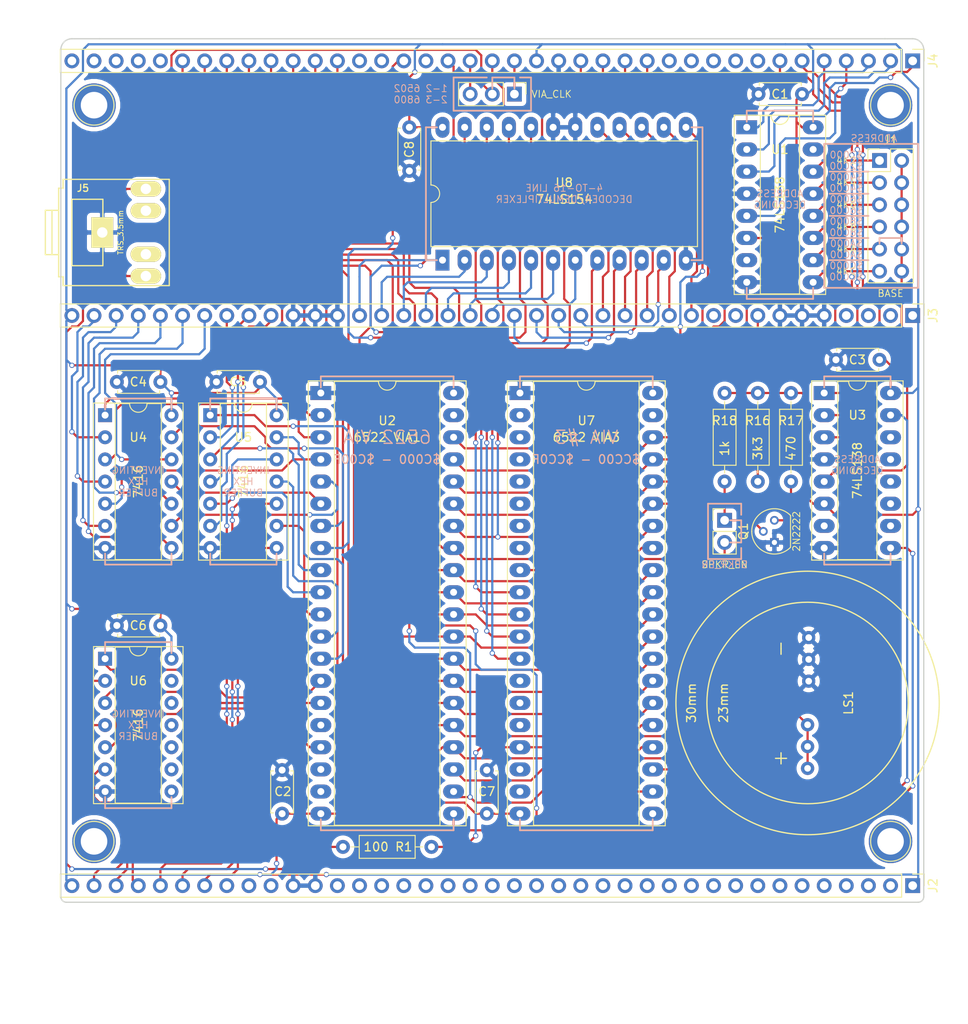
<source format=kicad_pcb>
(kicad_pcb (version 20171130) (host pcbnew "(5.1.5)-3")
  (layers (0 F.Cu signal) (31 B.Cu signal) (34 B.Paste user) (35 F.Paste user) (36 B.SilkS user) (37 F.SilkS user) (38 B.Mask user) (39 F.Mask user) (44 Edge.Cuts user))
  (net 0 "")
  (net 1 GND)
  (net 2 VCC)
  (net 3 /A3)
  (net 4 /A2)
  (net 5 /A1)
  (net 6 /A0)
  (net 7 /R/~W)
  (net 8 /D0)
  (net 9 /D1)
  (net 10 /D2)
  (net 11 /D3)
  (net 12 /D4)
  (net 13 /D5)
  (net 14 /D6)
  (net 15 /D7)
  (net 16 /4K2)
  (net 17 "Net-(J1-Pad10)")
  (net 18 /4K4)
  (net 19 /4K6)
  (net 20 /4K8)
  (net 21 /4KA)
  (net 22 /4KC)
  (net 23 CLOCK)
  (net 24 "Net-(U2-Pad2)")
  (net 25 "Net-(U2-Pad3)")
  (net 26 "Net-(U2-Pad4)")
  (net 27 "Net-(U2-Pad5)")
  (net 28 "Net-(U2-Pad6)")
  (net 29 "Net-(U2-Pad7)")
  (net 30 "Net-(U2-Pad8)")
  (net 31 "Net-(U2-Pad9)")
  (net 32 "Net-(U2-Pad10)")
  (net 33 "Net-(U2-Pad11)")
  (net 34 "Net-(U2-Pad12)")
  (net 35 "Net-(U2-Pad13)")
  (net 36 "Net-(U2-Pad14)")
  (net 37 "Net-(U2-Pad15)")
  (net 38 "Net-(U2-Pad17)")
  (net 39 ~VIA3)
  (net 40 "Net-(U7-Pad10)")
  (net 41 "Net-(U7-Pad11)")
  (net 42 "Net-(U7-Pad12)")
  (net 43 "Net-(U7-Pad13)")
  (net 44 /A13)
  (net 45 /A14)
  (net 46 /A15)
  (net 47 /A12)
  (net 48 /A9)
  (net 49 /A10)
  (net 50 /A11)
  (net 51 "Net-(LS1-Pad1)")
  (net 52 /LED15)
  (net 53 /LED14)
  (net 54 /LED13)
  (net 55 /LED12)
  (net 56 /LED11)
  (net 57 /LED10)
  (net 58 /LED9)
  (net 59 /LED8)
  (net 60 /LED7)
  (net 61 /LED6)
  (net 62 /LED5)
  (net 63 /LED4)
  (net 64 /LED3)
  (net 65 /LED2)
  (net 66 /LED1)
  (net 67 "Net-(J5-Pad2)")
  (net 68 "Net-(JP1-Pad1)")
  (net 69 "Net-(JP1-Pad2)")
  (net 70 /PHI2)
  (net 71 /PHI0)
  (net 72 ~VIA1)
  (net 73 /KEY_R)
  (net 74 /KEY_F)
  (net 75 /KEY_E)
  (net 76 /KEY_D)
  (net 77 /KEY_C)
  (net 78 /KEY_B)
  (net 79 /KEY_A)
  (net 80 /KEY_9)
  (net 81 /KEY_8)
  (net 82 /KEY_7)
  (net 83 /KEY_6)
  (net 84 /KEY_5)
  (net 85 /KEY_4)
  (net 86 /KEY_3)
  (net 87 /KEY_2)
  (net 88 /KEY_1)
  (net 89 /KEY_0)
  (net 90 /~RST)
  (net 91 /~IRQ)
  (module mounting:1pin (layer F.Cu) (at 104.14 140.335 90)
    (fp_text reference M1 hide)
    (fp_text value Mounting hide)
    (pad 1 thru_hole circle (at 0 0 90) (size 5 5) (drill 3.048) (layers *.Cu *.Mask))
  )
  (module mounting:1pin (layer F.Cu) (at 195.58 140.335)
    (fp_text reference M2 hide)
    (fp_text value Mounting hide)
    (pad 1 thru_hole circle (at 0 0) (size 5 5) (drill 3.048) (layers *.Cu *.Mask))
  )
  (module mounting:1pin (layer F.Cu) (at 195.58 55.88)
    (fp_text reference M3 hide)
    (fp_text value Mounting hide)
    (pad 1 thru_hole circle (at 0 0) (size 5 5) (drill 3.048) (layers *.Cu *.Mask))
  )
  (module mounting:1pin (layer F.Cu) (at 104.14 55.88)
    (fp_text reference M4 hide)
    (fp_text value Mounting hide)
    (pad 1 thru_hole circle (at 0 0) (size 5 5) (drill 3.048) (layers *.Cu *.Mask))
  )
  (module Capacitors_THT:C_Disc_D4.7mm_W2.5mm_P5.00mm (layer F.Cu) (at 125.73 137.16 90)
    (fp_text reference C2 (at 2.54 0.084999 180) (layer F.SilkS))
    (fp_text value 100nF)
    (pad 1 thru_hole circle (at 0 0 90) (size 1.6 1.6) (drill 0.8) (layers *.Cu *.Mask) (net 2 VCC))
    (pad 2 thru_hole circle (at 5 0 90) (size 1.6 1.6) (drill 0.8) (layers *.Cu *.Mask) (net 1 GND))
  )
  (module Capacitors_THT:C_Disc_D4.7mm_W2.5mm_P5.00mm (layer F.Cu) (at 194.31 85.09 180)
    (fp_text reference C3 (at 2.54 0 180) (layer F.SilkS))
    (fp_text value 100nF)
    (pad 1 thru_hole circle (at 0 0 180) (size 1.6 1.6) (drill 0.8) (layers *.Cu *.Mask) (net 2 VCC))
    (pad 2 thru_hole circle (at 5 0 180) (size 1.6 1.6) (drill 0.8) (layers *.Cu *.Mask) (net 1 GND))
  )
  (module Housings_DIP:DIP-16_W7.62mm_Socket_LongPads (layer F.Cu) (at 179.07 58.42)
    (fp_text reference U1 (at 3.81 2.54 180) (layer F.SilkS))
    (fp_text value 74LS138 (at 3.81 8.89 90) (layer F.SilkS))
    (pad 1 thru_hole rect (at 0 0) (size 2.4 1.6) (drill 0.8) (layers *.Cu *.Mask) (net 44 /A13))
    (pad 9 thru_hole oval (at 7.62 17.78) (size 2.4 1.6) (drill 0.8) (layers *.Cu *.Mask) (net 22 /4KC))
    (pad 2 thru_hole oval (at 0 2.54) (size 2.4 1.6) (drill 0.8) (layers *.Cu *.Mask) (net 45 /A14))
    (pad 10 thru_hole oval (at 7.62 15.24) (size 2.4 1.6) (drill 0.8) (layers *.Cu *.Mask) (net 21 /4KA))
    (pad 3 thru_hole oval (at 0 5.08) (size 2.4 1.6) (drill 0.8) (layers *.Cu *.Mask) (net 46 /A15))
    (pad 11 thru_hole oval (at 7.62 12.7) (size 2.4 1.6) (drill 0.8) (layers *.Cu *.Mask) (net 20 /4K8))
    (pad 4 thru_hole oval (at 0 7.62) (size 2.4 1.6) (drill 0.8) (layers *.Cu *.Mask) (net 1 GND))
    (pad 12 thru_hole oval (at 7.62 10.16) (size 2.4 1.6) (drill 0.8) (layers *.Cu *.Mask) (net 19 /4K6))
    (pad 5 thru_hole oval (at 0 10.16) (size 2.4 1.6) (drill 0.8) (layers *.Cu *.Mask) (net 47 /A12))
    (pad 13 thru_hole oval (at 7.62 7.62) (size 2.4 1.6) (drill 0.8) (layers *.Cu *.Mask) (net 18 /4K4))
    (pad 6 thru_hole oval (at 0 12.7) (size 2.4 1.6) (drill 0.8) (layers *.Cu *.Mask) (net 2 VCC))
    (pad 14 thru_hole oval (at 7.62 5.08) (size 2.4 1.6) (drill 0.8) (layers *.Cu *.Mask) (net 16 /4K2))
    (pad 7 thru_hole oval (at 0 15.24) (size 2.4 1.6) (drill 0.8) (layers *.Cu *.Mask))
    (pad 15 thru_hole oval (at 7.62 2.54) (size 2.4 1.6) (drill 0.8) (layers *.Cu *.Mask))
    (pad 8 thru_hole oval (at 0 17.78) (size 2.4 1.6) (drill 0.8) (layers *.Cu *.Mask) (net 1 GND))
    (pad 16 thru_hole oval (at 7.62 0) (size 2.4 1.6) (drill 0.8) (layers *.Cu *.Mask) (net 2 VCC))
  )
  (module Housings_DIP:DIP-40_W15.24mm_Socket_LongPads (layer F.Cu) (at 130.175 88.9)
    (fp_text reference U2 (at 7.62 3.175 180) (layer F.SilkS))
    (fp_text value "6522 VIA1" (at 7.62 5.08 180) (layer F.SilkS))
    (pad 1 thru_hole rect (at 0 0) (size 2.4 1.6) (drill 0.8) (layers *.Cu *.Mask) (net 1 GND))
    (pad 21 thru_hole oval (at 15.24 48.26) (size 2.4 1.6) (drill 0.8) (layers *.Cu *.Mask) (net 91 /~IRQ))
    (pad 2 thru_hole oval (at 0 2.54) (size 2.4 1.6) (drill 0.8) (layers *.Cu *.Mask) (net 24 "Net-(U2-Pad2)"))
    (pad 22 thru_hole oval (at 15.24 45.72) (size 2.4 1.6) (drill 0.8) (layers *.Cu *.Mask) (net 7 /R/~W))
    (pad 3 thru_hole oval (at 0 5.08) (size 2.4 1.6) (drill 0.8) (layers *.Cu *.Mask) (net 25 "Net-(U2-Pad3)"))
    (pad 23 thru_hole oval (at 15.24 43.18) (size 2.4 1.6) (drill 0.8) (layers *.Cu *.Mask) (net 72 ~VIA1))
    (pad 4 thru_hole oval (at 0 7.62) (size 2.4 1.6) (drill 0.8) (layers *.Cu *.Mask) (net 26 "Net-(U2-Pad4)"))
    (pad 24 thru_hole oval (at 15.24 40.64) (size 2.4 1.6) (drill 0.8) (layers *.Cu *.Mask) (net 2 VCC))
    (pad 5 thru_hole oval (at 0 10.16) (size 2.4 1.6) (drill 0.8) (layers *.Cu *.Mask) (net 27 "Net-(U2-Pad5)"))
    (pad 25 thru_hole oval (at 15.24 38.1) (size 2.4 1.6) (drill 0.8) (layers *.Cu *.Mask) (net 23 CLOCK))
    (pad 6 thru_hole oval (at 0 12.7) (size 2.4 1.6) (drill 0.8) (layers *.Cu *.Mask) (net 28 "Net-(U2-Pad6)"))
    (pad 26 thru_hole oval (at 15.24 35.56) (size 2.4 1.6) (drill 0.8) (layers *.Cu *.Mask) (net 15 /D7))
    (pad 7 thru_hole oval (at 0 15.24) (size 2.4 1.6) (drill 0.8) (layers *.Cu *.Mask) (net 29 "Net-(U2-Pad7)"))
    (pad 27 thru_hole oval (at 15.24 33.02) (size 2.4 1.6) (drill 0.8) (layers *.Cu *.Mask) (net 14 /D6))
    (pad 8 thru_hole oval (at 0 17.78) (size 2.4 1.6) (drill 0.8) (layers *.Cu *.Mask) (net 30 "Net-(U2-Pad8)"))
    (pad 28 thru_hole oval (at 15.24 30.48) (size 2.4 1.6) (drill 0.8) (layers *.Cu *.Mask) (net 13 /D5))
    (pad 9 thru_hole oval (at 0 20.32) (size 2.4 1.6) (drill 0.8) (layers *.Cu *.Mask) (net 31 "Net-(U2-Pad9)"))
    (pad 29 thru_hole oval (at 15.24 27.94) (size 2.4 1.6) (drill 0.8) (layers *.Cu *.Mask) (net 12 /D4))
    (pad 10 thru_hole oval (at 0 22.86) (size 2.4 1.6) (drill 0.8) (layers *.Cu *.Mask) (net 32 "Net-(U2-Pad10)"))
    (pad 30 thru_hole oval (at 15.24 25.4) (size 2.4 1.6) (drill 0.8) (layers *.Cu *.Mask) (net 11 /D3))
    (pad 11 thru_hole oval (at 0 25.4) (size 2.4 1.6) (drill 0.8) (layers *.Cu *.Mask) (net 33 "Net-(U2-Pad11)"))
    (pad 31 thru_hole oval (at 15.24 22.86) (size 2.4 1.6) (drill 0.8) (layers *.Cu *.Mask) (net 10 /D2))
    (pad 12 thru_hole oval (at 0 27.94) (size 2.4 1.6) (drill 0.8) (layers *.Cu *.Mask) (net 34 "Net-(U2-Pad12)"))
    (pad 32 thru_hole oval (at 15.24 20.32) (size 2.4 1.6) (drill 0.8) (layers *.Cu *.Mask) (net 9 /D1))
    (pad 13 thru_hole oval (at 0 30.48) (size 2.4 1.6) (drill 0.8) (layers *.Cu *.Mask) (net 35 "Net-(U2-Pad13)"))
    (pad 33 thru_hole oval (at 15.24 17.78) (size 2.4 1.6) (drill 0.8) (layers *.Cu *.Mask) (net 8 /D0))
    (pad 14 thru_hole oval (at 0 33.02) (size 2.4 1.6) (drill 0.8) (layers *.Cu *.Mask) (net 36 "Net-(U2-Pad14)"))
    (pad 34 thru_hole oval (at 15.24 15.24) (size 2.4 1.6) (drill 0.8) (layers *.Cu *.Mask) (net 90 /~RST))
    (pad 15 thru_hole oval (at 0 35.56) (size 2.4 1.6) (drill 0.8) (layers *.Cu *.Mask) (net 37 "Net-(U2-Pad15)"))
    (pad 35 thru_hole oval (at 15.24 12.7) (size 2.4 1.6) (drill 0.8) (layers *.Cu *.Mask) (net 3 /A3))
    (pad 16 thru_hole oval (at 0 38.1) (size 2.4 1.6) (drill 0.8) (layers *.Cu *.Mask))
    (pad 36 thru_hole oval (at 15.24 10.16) (size 2.4 1.6) (drill 0.8) (layers *.Cu *.Mask) (net 4 /A2))
    (pad 17 thru_hole oval (at 0 40.64) (size 2.4 1.6) (drill 0.8) (layers *.Cu *.Mask) (net 38 "Net-(U2-Pad17)"))
    (pad 37 thru_hole oval (at 15.24 7.62) (size 2.4 1.6) (drill 0.8) (layers *.Cu *.Mask) (net 5 /A1))
    (pad 18 thru_hole oval (at 0 43.18) (size 2.4 1.6) (drill 0.8) (layers *.Cu *.Mask))
    (pad 38 thru_hole oval (at 15.24 5.08) (size 2.4 1.6) (drill 0.8) (layers *.Cu *.Mask) (net 6 /A0))
    (pad 19 thru_hole oval (at 0 45.72) (size 2.4 1.6) (drill 0.8) (layers *.Cu *.Mask))
    (pad 39 thru_hole oval (at 15.24 2.54) (size 2.4 1.6) (drill 0.8) (layers *.Cu *.Mask))
    (pad 20 thru_hole oval (at 0 48.26) (size 2.4 1.6) (drill 0.8) (layers *.Cu *.Mask) (net 2 VCC))
    (pad 40 thru_hole oval (at 15.24 0) (size 2.4 1.6) (drill 0.8) (layers *.Cu *.Mask))
  )
  (module Housings_DIP:DIP-16_W7.62mm_Socket_LongPads (layer F.Cu) (at 187.96 88.9)
    (fp_text reference U3 (at 3.81 2.54 180) (layer F.SilkS))
    (fp_text value 74LS138 (at 3.81 8.89 90) (layer F.SilkS))
    (pad 1 thru_hole rect (at 0 0) (size 2.4 1.6) (drill 0.8) (layers *.Cu *.Mask) (net 48 /A9))
    (pad 9 thru_hole oval (at 7.62 17.78) (size 2.4 1.6) (drill 0.8) (layers *.Cu *.Mask) (net 39 ~VIA3))
    (pad 2 thru_hole oval (at 0 2.54) (size 2.4 1.6) (drill 0.8) (layers *.Cu *.Mask) (net 49 /A10))
    (pad 10 thru_hole oval (at 7.62 15.24) (size 2.4 1.6) (drill 0.8) (layers *.Cu *.Mask))
    (pad 3 thru_hole oval (at 0 5.08) (size 2.4 1.6) (drill 0.8) (layers *.Cu *.Mask) (net 50 /A11))
    (pad 11 thru_hole oval (at 7.62 12.7) (size 2.4 1.6) (drill 0.8) (layers *.Cu *.Mask))
    (pad 4 thru_hole oval (at 0 7.62) (size 2.4 1.6) (drill 0.8) (layers *.Cu *.Mask) (net 1 GND))
    (pad 12 thru_hole oval (at 7.62 10.16) (size 2.4 1.6) (drill 0.8) (layers *.Cu *.Mask))
    (pad 5 thru_hole oval (at 0 10.16) (size 2.4 1.6) (drill 0.8) (layers *.Cu *.Mask) (net 17 "Net-(J1-Pad10)"))
    (pad 13 thru_hole oval (at 7.62 7.62) (size 2.4 1.6) (drill 0.8) (layers *.Cu *.Mask))
    (pad 6 thru_hole oval (at 0 12.7) (size 2.4 1.6) (drill 0.8) (layers *.Cu *.Mask) (net 2 VCC))
    (pad 14 thru_hole oval (at 7.62 5.08) (size 2.4 1.6) (drill 0.8) (layers *.Cu *.Mask))
    (pad 7 thru_hole oval (at 0 15.24) (size 2.4 1.6) (drill 0.8) (layers *.Cu *.Mask))
    (pad 15 thru_hole oval (at 7.62 2.54) (size 2.4 1.6) (drill 0.8) (layers *.Cu *.Mask) (net 72 ~VIA1))
    (pad 8 thru_hole oval (at 0 17.78) (size 2.4 1.6) (drill 0.8) (layers *.Cu *.Mask) (net 1 GND))
    (pad 16 thru_hole oval (at 7.62 0) (size 2.4 1.6) (drill 0.8) (layers *.Cu *.Mask) (net 2 VCC))
  )
  (module Pin_Headers:Pin_Header_Straight_1x03_Pitch2.54mm (layer F.Cu) (at 152.4 54.61 270)
    (fp_text reference JP3)
    (fp_text value VIA_CLK)
    (pad 1 thru_hole rect (at 0 0 270) (size 1.7 1.7) (drill 1) (layers *.Cu *.Mask) (net 70 /PHI2))
    (pad 2 thru_hole oval (at 0 2.54 270) (size 1.7 1.7) (drill 1) (layers *.Cu *.Mask) (net 23 CLOCK))
    (pad 3 thru_hole oval (at 0 5.08 270) (size 1.7 1.7) (drill 1) (layers *.Cu *.Mask) (net 71 /PHI0))
  )
  (module Capacitors_THT:C_Disc_D4.7mm_W2.5mm_P5.00mm (layer F.Cu) (at 185.42 54.61 180)
    (fp_text reference C1 (at 2.54 0 180) (layer F.SilkS))
    (fp_text value 100nF)
    (pad 1 thru_hole circle (at 0 0 180) (size 1.6 1.6) (drill 0.8) (layers *.Cu *.Mask) (net 2 VCC))
    (pad 2 thru_hole circle (at 5 0 180) (size 1.6 1.6) (drill 0.8) (layers *.Cu *.Mask) (net 1 GND))
  )
  (module Capacitors_THT:C_Disc_D4.7mm_W2.5mm_P5.00mm (layer F.Cu) (at 111.76 87.63 180)
    (fp_text reference C4 (at 2.54 0) (layer F.SilkS))
    (fp_text value 100nF)
    (pad 1 thru_hole circle (at 0 0 180) (size 1.6 1.6) (drill 0.8) (layers *.Cu *.Mask) (net 2 VCC))
    (pad 2 thru_hole circle (at 5 0 180) (size 1.6 1.6) (drill 0.8) (layers *.Cu *.Mask) (net 1 GND))
  )
  (module Capacitors_THT:C_Disc_D4.7mm_W2.5mm_P5.00mm (layer F.Cu) (at 123.19 87.63 180)
    (fp_text reference C5 (at 2.54 0) (layer F.SilkS))
    (fp_text value 100nF)
    (pad 1 thru_hole circle (at 0 0 180) (size 1.6 1.6) (drill 0.8) (layers *.Cu *.Mask) (net 2 VCC))
    (pad 2 thru_hole circle (at 5 0 180) (size 1.6 1.6) (drill 0.8) (layers *.Cu *.Mask) (net 1 GND))
  )
  (module Pin_Headers:Pin_Header_Straight_2x06_Pitch2.54mm (layer F.Cu) (at 194.31 62.23)
    (fp_text reference J1 (at 1.27 -2.33) (layer F.SilkS))
    (fp_text value BASE (at 1.27 15.24) (layer F.SilkS) (effects (font (size 0.8 0.8) (thickness 0.1))))
    (pad 1 thru_hole rect (at 0 0) (size 1.7 1.7) (drill 1) (layers *.Cu *.Mask) (net 16 /4K2))
    (pad 2 thru_hole oval (at 2.54 0) (size 1.7 1.7) (drill 1) (layers *.Cu *.Mask) (net 17 "Net-(J1-Pad10)"))
    (pad 3 thru_hole oval (at 0 2.54) (size 1.7 1.7) (drill 1) (layers *.Cu *.Mask) (net 18 /4K4))
    (pad 4 thru_hole oval (at 2.54 2.54) (size 1.7 1.7) (drill 1) (layers *.Cu *.Mask) (net 17 "Net-(J1-Pad10)"))
    (pad 5 thru_hole oval (at 0 5.08) (size 1.7 1.7) (drill 1) (layers *.Cu *.Mask) (net 19 /4K6))
    (pad 6 thru_hole oval (at 2.54 5.08) (size 1.7 1.7) (drill 1) (layers *.Cu *.Mask) (net 17 "Net-(J1-Pad10)"))
    (pad 7 thru_hole oval (at 0 7.62) (size 1.7 1.7) (drill 1) (layers *.Cu *.Mask) (net 20 /4K8))
    (pad 8 thru_hole oval (at 2.54 7.62) (size 1.7 1.7) (drill 1) (layers *.Cu *.Mask) (net 17 "Net-(J1-Pad10)"))
    (pad 9 thru_hole oval (at 0 10.16) (size 1.7 1.7) (drill 1) (layers *.Cu *.Mask) (net 21 /4KA))
    (pad 10 thru_hole oval (at 2.54 10.16) (size 1.7 1.7) (drill 1) (layers *.Cu *.Mask) (net 17 "Net-(J1-Pad10)"))
    (pad 11 thru_hole oval (at 0 12.7) (size 1.7 1.7) (drill 1) (layers *.Cu *.Mask) (net 22 /4KC))
    (pad 12 thru_hole oval (at 2.54 12.7) (size 1.7 1.7) (drill 1) (layers *.Cu *.Mask) (net 17 "Net-(J1-Pad10)"))
  )
  (module Pin_Headers:Pin_Header_Straight_1x39_Pitch2.54mm (layer F.Cu) (at 198.12 145.415 270)
    (fp_text reference J2 (at 0 -2.33 270) (layer F.SilkS))
    (fp_text value BTM)
    (pad 1 thru_hole rect (at 0 0 270) (size 1.7 1.7) (drill 1) (layers *.Cu *.Mask) (net 2 VCC))
    (pad 2 thru_hole oval (at 0 2.54 270) (size 1.7 1.7) (drill 1) (layers *.Cu *.Mask))
    (pad 3 thru_hole oval (at 0 5.08 270) (size 1.7 1.7) (drill 1) (layers *.Cu *.Mask))
    (pad 4 thru_hole oval (at 0 7.62 270) (size 1.7 1.7) (drill 1) (layers *.Cu *.Mask))
    (pad 5 thru_hole oval (at 0 10.16 270) (size 1.7 1.7) (drill 1) (layers *.Cu *.Mask))
    (pad 6 thru_hole oval (at 0 12.7 270) (size 1.7 1.7) (drill 1) (layers *.Cu *.Mask))
    (pad 7 thru_hole oval (at 0 15.24 270) (size 1.7 1.7) (drill 1) (layers *.Cu *.Mask))
    (pad 8 thru_hole oval (at 0 17.78 270) (size 1.7 1.7) (drill 1) (layers *.Cu *.Mask))
    (pad 9 thru_hole oval (at 0 20.32 270) (size 1.7 1.7) (drill 1) (layers *.Cu *.Mask))
    (pad 10 thru_hole oval (at 0 22.86 270) (size 1.7 1.7) (drill 1) (layers *.Cu *.Mask))
    (pad 11 thru_hole oval (at 0 25.4 270) (size 1.7 1.7) (drill 1) (layers *.Cu *.Mask))
    (pad 12 thru_hole oval (at 0 27.94 270) (size 1.7 1.7) (drill 1) (layers *.Cu *.Mask))
    (pad 13 thru_hole oval (at 0 30.48 270) (size 1.7 1.7) (drill 1) (layers *.Cu *.Mask))
    (pad 14 thru_hole oval (at 0 33.02 270) (size 1.7 1.7) (drill 1) (layers *.Cu *.Mask))
    (pad 15 thru_hole oval (at 0 35.56 270) (size 1.7 1.7) (drill 1) (layers *.Cu *.Mask))
    (pad 16 thru_hole oval (at 0 38.1 270) (size 1.7 1.7) (drill 1) (layers *.Cu *.Mask))
    (pad 17 thru_hole oval (at 0 40.64 270) (size 1.7 1.7) (drill 1) (layers *.Cu *.Mask))
    (pad 18 thru_hole oval (at 0 43.18 270) (size 1.7 1.7) (drill 1) (layers *.Cu *.Mask))
    (pad 19 thru_hole oval (at 0 45.72 270) (size 1.7 1.7) (drill 1) (layers *.Cu *.Mask))
    (pad 20 thru_hole oval (at 0 48.26 270) (size 1.7 1.7) (drill 1) (layers *.Cu *.Mask))
    (pad 21 thru_hole oval (at 0 50.8 270) (size 1.7 1.7) (drill 1) (layers *.Cu *.Mask))
    (pad 22 thru_hole oval (at 0 53.34 270) (size 1.7 1.7) (drill 1) (layers *.Cu *.Mask))
    (pad 23 thru_hole oval (at 0 55.88 270) (size 1.7 1.7) (drill 1) (layers *.Cu *.Mask))
    (pad 24 thru_hole oval (at 0 58.42 270) (size 1.7 1.7) (drill 1) (layers *.Cu *.Mask))
    (pad 25 thru_hole oval (at 0 60.96 270) (size 1.7 1.7) (drill 1) (layers *.Cu *.Mask))
    (pad 26 thru_hole oval (at 0 63.5 270) (size 1.7 1.7) (drill 1) (layers *.Cu *.Mask))
    (pad 27 thru_hole oval (at 0 66.04 270) (size 1.7 1.7) (drill 1) (layers *.Cu *.Mask))
    (pad 28 thru_hole oval (at 0 68.58 270) (size 1.7 1.7) (drill 1) (layers *.Cu *.Mask) (net 1 GND))
    (pad 29 thru_hole oval (at 0 71.12 270) (size 1.7 1.7) (drill 1) (layers *.Cu *.Mask) (net 1 GND))
    (pad 30 thru_hole oval (at 0 73.66 270) (size 1.7 1.7) (drill 1) (layers *.Cu *.Mask))
    (pad 31 thru_hole oval (at 0 76.2 270) (size 1.7 1.7) (drill 1) (layers *.Cu *.Mask))
    (pad 32 thru_hole oval (at 0 78.74 270) (size 1.7 1.7) (drill 1) (layers *.Cu *.Mask))
    (pad 33 thru_hole oval (at 0 81.28 270) (size 1.7 1.7) (drill 1) (layers *.Cu *.Mask) (net 57 /LED10))
    (pad 34 thru_hole oval (at 0 83.82 270) (size 1.7 1.7) (drill 1) (layers *.Cu *.Mask) (net 56 /LED11))
    (pad 35 thru_hole oval (at 0 86.36 270) (size 1.7 1.7) (drill 1) (layers *.Cu *.Mask) (net 55 /LED12))
    (pad 36 thru_hole oval (at 0 88.9 270) (size 1.7 1.7) (drill 1) (layers *.Cu *.Mask) (net 52 /LED15))
    (pad 37 thru_hole oval (at 0 91.44 270) (size 1.7 1.7) (drill 1) (layers *.Cu *.Mask) (net 53 /LED14))
    (pad 38 thru_hole oval (at 0 93.98 270) (size 1.7 1.7) (drill 1) (layers *.Cu *.Mask) (net 54 /LED13))
    (pad 39 thru_hole oval (at 0 96.52 270) (size 1.7 1.7) (drill 1) (layers *.Cu *.Mask) (net 2 VCC))
  )
  (module Pin_Headers:Pin_Header_Straight_1x39_Pitch2.54mm (layer F.Cu) (at 198.12 80.01 270)
    (fp_text reference J3 (at 0 -2.33 270) (layer F.SilkS))
    (fp_text value TOP)
    (pad 1 thru_hole rect (at 0 0 270) (size 1.7 1.7) (drill 1) (layers *.Cu *.Mask) (net 2 VCC))
    (pad 2 thru_hole oval (at 0 2.54 270) (size 1.7 1.7) (drill 1) (layers *.Cu *.Mask))
    (pad 3 thru_hole oval (at 0 5.08 270) (size 1.7 1.7) (drill 1) (layers *.Cu *.Mask))
    (pad 4 thru_hole oval (at 0 7.62 270) (size 1.7 1.7) (drill 1) (layers *.Cu *.Mask))
    (pad 5 thru_hole oval (at 0 10.16 270) (size 1.7 1.7) (drill 1) (layers *.Cu *.Mask) (net 1 GND))
    (pad 6 thru_hole oval (at 0 12.7 270) (size 1.7 1.7) (drill 1) (layers *.Cu *.Mask) (net 1 GND))
    (pad 7 thru_hole oval (at 0 15.24 270) (size 1.7 1.7) (drill 1) (layers *.Cu *.Mask) (net 1 GND))
    (pad 8 thru_hole oval (at 0 17.78 270) (size 1.7 1.7) (drill 1) (layers *.Cu *.Mask) (net 73 /KEY_R))
    (pad 9 thru_hole oval (at 0 20.32 270) (size 1.7 1.7) (drill 1) (layers *.Cu *.Mask))
    (pad 10 thru_hole oval (at 0 22.86 270) (size 1.7 1.7) (drill 1) (layers *.Cu *.Mask))
    (pad 11 thru_hole oval (at 0 25.4 270) (size 1.7 1.7) (drill 1) (layers *.Cu *.Mask) (net 78 /KEY_B))
    (pad 12 thru_hole oval (at 0 27.94 270) (size 1.7 1.7) (drill 1) (layers *.Cu *.Mask) (net 77 /KEY_C))
    (pad 13 thru_hole oval (at 0 30.48 270) (size 1.7 1.7) (drill 1) (layers *.Cu *.Mask) (net 76 /KEY_D))
    (pad 14 thru_hole oval (at 0 33.02 270) (size 1.7 1.7) (drill 1) (layers *.Cu *.Mask) (net 75 /KEY_E))
    (pad 15 thru_hole oval (at 0 35.56 270) (size 1.7 1.7) (drill 1) (layers *.Cu *.Mask) (net 74 /KEY_F))
    (pad 16 thru_hole oval (at 0 38.1 270) (size 1.7 1.7) (drill 1) (layers *.Cu *.Mask) (net 79 /KEY_A))
    (pad 17 thru_hole oval (at 0 40.64 270) (size 1.7 1.7) (drill 1) (layers *.Cu *.Mask) (net 80 /KEY_9))
    (pad 18 thru_hole oval (at 0 43.18 270) (size 1.7 1.7) (drill 1) (layers *.Cu *.Mask) (net 81 /KEY_8))
    (pad 19 thru_hole oval (at 0 45.72 270) (size 1.7 1.7) (drill 1) (layers *.Cu *.Mask) (net 82 /KEY_7))
    (pad 20 thru_hole oval (at 0 48.26 270) (size 1.7 1.7) (drill 1) (layers *.Cu *.Mask) (net 83 /KEY_6))
    (pad 21 thru_hole oval (at 0 50.8 270) (size 1.7 1.7) (drill 1) (layers *.Cu *.Mask) (net 84 /KEY_5))
    (pad 22 thru_hole oval (at 0 53.34 270) (size 1.7 1.7) (drill 1) (layers *.Cu *.Mask) (net 85 /KEY_4))
    (pad 23 thru_hole oval (at 0 55.88 270) (size 1.7 1.7) (drill 1) (layers *.Cu *.Mask) (net 86 /KEY_3))
    (pad 24 thru_hole oval (at 0 58.42 270) (size 1.7 1.7) (drill 1) (layers *.Cu *.Mask) (net 87 /KEY_2))
    (pad 25 thru_hole oval (at 0 60.96 270) (size 1.7 1.7) (drill 1) (layers *.Cu *.Mask) (net 88 /KEY_1))
    (pad 26 thru_hole oval (at 0 63.5 270) (size 1.7 1.7) (drill 1) (layers *.Cu *.Mask) (net 89 /KEY_0))
    (pad 27 thru_hole oval (at 0 66.04 270) (size 1.7 1.7) (drill 1) (layers *.Cu *.Mask) (net 1 GND))
    (pad 28 thru_hole oval (at 0 68.58 270) (size 1.7 1.7) (drill 1) (layers *.Cu *.Mask) (net 1 GND))
    (pad 29 thru_hole oval (at 0 71.12 270) (size 1.7 1.7) (drill 1) (layers *.Cu *.Mask) (net 1 GND))
    (pad 30 thru_hole oval (at 0 73.66 270) (size 1.7 1.7) (drill 1) (layers *.Cu *.Mask) (net 58 /LED9))
    (pad 31 thru_hole oval (at 0 76.2 270) (size 1.7 1.7) (drill 1) (layers *.Cu *.Mask) (net 59 /LED8))
    (pad 32 thru_hole oval (at 0 78.74 270) (size 1.7 1.7) (drill 1) (layers *.Cu *.Mask) (net 60 /LED7))
    (pad 33 thru_hole oval (at 0 81.28 270) (size 1.7 1.7) (drill 1) (layers *.Cu *.Mask) (net 61 /LED6))
    (pad 34 thru_hole oval (at 0 83.82 270) (size 1.7 1.7) (drill 1) (layers *.Cu *.Mask) (net 62 /LED5))
    (pad 35 thru_hole oval (at 0 86.36 270) (size 1.7 1.7) (drill 1) (layers *.Cu *.Mask) (net 63 /LED4))
    (pad 36 thru_hole oval (at 0 88.9 270) (size 1.7 1.7) (drill 1) (layers *.Cu *.Mask) (net 64 /LED3))
    (pad 37 thru_hole oval (at 0 91.44 270) (size 1.7 1.7) (drill 1) (layers *.Cu *.Mask) (net 65 /LED2))
    (pad 38 thru_hole oval (at 0 93.98 270) (size 1.7 1.7) (drill 1) (layers *.Cu *.Mask) (net 66 /LED1))
    (pad 39 thru_hole oval (at 0 96.52 270) (size 1.7 1.7) (drill 1) (layers *.Cu *.Mask) (net 2 VCC))
  )
  (module Resistors_THT:R_Axial_DIN0207_L6.3mm_D2.5mm_P10.16mm_Horizontal (layer F.Cu) (at 180.34 88.9 270)
    (fp_text reference R16 (at 3.175 0) (layer F.SilkS))
    (fp_text value 3k3 (at 6.35 0 270) (layer F.SilkS))
    (pad 1 thru_hole circle (at 0 0 270) (size 1.6 1.6) (drill 0.8) (layers *.Cu *.Mask) (net 2 VCC))
    (pad 2 thru_hole oval (at 10.16 0 270) (size 1.6 1.6) (drill 0.8) (layers *.Cu *.Mask) (net 73 /KEY_R))
  )
  (module Housings_DIP:DIP-14_W7.62mm_Socket (layer F.Cu) (at 105.41 91.44)
    (fp_text reference U4 (at 3.81 2.54) (layer F.SilkS))
    (fp_text value 7416 (at 3.81 7.62 90) (layer F.SilkS))
    (pad 1 thru_hole rect (at 0 0) (size 1.6 1.6) (drill 0.8) (layers *.Cu *.Mask) (net 24 "Net-(U2-Pad2)"))
    (pad 8 thru_hole oval (at 7.62 15.24) (size 1.6 1.6) (drill 0.8) (layers *.Cu *.Mask) (net 63 /LED4))
    (pad 2 thru_hole oval (at 0 2.54) (size 1.6 1.6) (drill 0.8) (layers *.Cu *.Mask) (net 66 /LED1))
    (pad 9 thru_hole oval (at 7.62 12.7) (size 1.6 1.6) (drill 0.8) (layers *.Cu *.Mask) (net 27 "Net-(U2-Pad5)"))
    (pad 3 thru_hole oval (at 0 5.08) (size 1.6 1.6) (drill 0.8) (layers *.Cu *.Mask) (net 25 "Net-(U2-Pad3)"))
    (pad 10 thru_hole oval (at 7.62 10.16) (size 1.6 1.6) (drill 0.8) (layers *.Cu *.Mask) (net 62 /LED5))
    (pad 4 thru_hole oval (at 0 7.62) (size 1.6 1.6) (drill 0.8) (layers *.Cu *.Mask) (net 65 /LED2))
    (pad 11 thru_hole oval (at 7.62 7.62) (size 1.6 1.6) (drill 0.8) (layers *.Cu *.Mask) (net 28 "Net-(U2-Pad6)"))
    (pad 5 thru_hole oval (at 0 10.16) (size 1.6 1.6) (drill 0.8) (layers *.Cu *.Mask) (net 26 "Net-(U2-Pad4)"))
    (pad 12 thru_hole oval (at 7.62 5.08) (size 1.6 1.6) (drill 0.8) (layers *.Cu *.Mask) (net 61 /LED6))
    (pad 6 thru_hole oval (at 0 12.7) (size 1.6 1.6) (drill 0.8) (layers *.Cu *.Mask) (net 64 /LED3))
    (pad 13 thru_hole oval (at 7.62 2.54) (size 1.6 1.6) (drill 0.8) (layers *.Cu *.Mask) (net 29 "Net-(U2-Pad7)"))
    (pad 7 thru_hole oval (at 0 15.24) (size 1.6 1.6) (drill 0.8) (layers *.Cu *.Mask) (net 1 GND))
    (pad 14 thru_hole oval (at 7.62 0) (size 1.6 1.6) (drill 0.8) (layers *.Cu *.Mask) (net 2 VCC))
  )
  (module Housings_DIP:DIP-14_W7.62mm_Socket (layer F.Cu) (at 117.475 91.44)
    (fp_text reference U5 (at 3.81 2.54) (layer F.SilkS))
    (fp_text value 7416 (at 3.81 7.62 90) (layer F.SilkS))
    (pad 1 thru_hole rect (at 0 0) (size 1.6 1.6) (drill 0.8) (layers *.Cu *.Mask) (net 30 "Net-(U2-Pad8)"))
    (pad 8 thru_hole oval (at 7.62 15.24) (size 1.6 1.6) (drill 0.8) (layers *.Cu *.Mask) (net 57 /LED10))
    (pad 2 thru_hole oval (at 0 2.54) (size 1.6 1.6) (drill 0.8) (layers *.Cu *.Mask) (net 60 /LED7))
    (pad 9 thru_hole oval (at 7.62 12.7) (size 1.6 1.6) (drill 0.8) (layers *.Cu *.Mask) (net 33 "Net-(U2-Pad11)"))
    (pad 3 thru_hole oval (at 0 5.08) (size 1.6 1.6) (drill 0.8) (layers *.Cu *.Mask) (net 31 "Net-(U2-Pad9)"))
    (pad 10 thru_hole oval (at 7.62 10.16) (size 1.6 1.6) (drill 0.8) (layers *.Cu *.Mask) (net 56 /LED11))
    (pad 4 thru_hole oval (at 0 7.62) (size 1.6 1.6) (drill 0.8) (layers *.Cu *.Mask) (net 59 /LED8))
    (pad 11 thru_hole oval (at 7.62 7.62) (size 1.6 1.6) (drill 0.8) (layers *.Cu *.Mask) (net 34 "Net-(U2-Pad12)"))
    (pad 5 thru_hole oval (at 0 10.16) (size 1.6 1.6) (drill 0.8) (layers *.Cu *.Mask) (net 32 "Net-(U2-Pad10)"))
    (pad 12 thru_hole oval (at 7.62 5.08) (size 1.6 1.6) (drill 0.8) (layers *.Cu *.Mask) (net 55 /LED12))
    (pad 6 thru_hole oval (at 0 12.7) (size 1.6 1.6) (drill 0.8) (layers *.Cu *.Mask) (net 58 /LED9))
    (pad 13 thru_hole oval (at 7.62 2.54) (size 1.6 1.6) (drill 0.8) (layers *.Cu *.Mask) (net 35 "Net-(U2-Pad13)"))
    (pad 7 thru_hole oval (at 0 15.24) (size 1.6 1.6) (drill 0.8) (layers *.Cu *.Mask) (net 1 GND))
    (pad 14 thru_hole oval (at 7.62 0) (size 1.6 1.6) (drill 0.8) (layers *.Cu *.Mask) (net 2 VCC))
  )
  (module Housings_DIP:DIP-14_W7.62mm_Socket (layer F.Cu) (at 105.41 119.38)
    (fp_text reference U6 (at 3.81 2.54) (layer F.SilkS))
    (fp_text value 7416 (at 3.81 7.62 90) (layer F.SilkS))
    (pad 1 thru_hole rect (at 0 0) (size 1.6 1.6) (drill 0.8) (layers *.Cu *.Mask) (net 36 "Net-(U2-Pad14)"))
    (pad 8 thru_hole oval (at 7.62 15.24) (size 1.6 1.6) (drill 0.8) (layers *.Cu *.Mask))
    (pad 2 thru_hole oval (at 0 2.54) (size 1.6 1.6) (drill 0.8) (layers *.Cu *.Mask) (net 54 /LED13))
    (pad 9 thru_hole oval (at 7.62 12.7) (size 1.6 1.6) (drill 0.8) (layers *.Cu *.Mask))
    (pad 3 thru_hole oval (at 0 5.08) (size 1.6 1.6) (drill 0.8) (layers *.Cu *.Mask) (net 37 "Net-(U2-Pad15)"))
    (pad 10 thru_hole oval (at 7.62 10.16) (size 1.6 1.6) (drill 0.8) (layers *.Cu *.Mask))
    (pad 4 thru_hole oval (at 0 7.62) (size 1.6 1.6) (drill 0.8) (layers *.Cu *.Mask) (net 53 /LED14))
    (pad 11 thru_hole oval (at 7.62 7.62) (size 1.6 1.6) (drill 0.8) (layers *.Cu *.Mask))
    (pad 5 thru_hole oval (at 0 10.16) (size 1.6 1.6) (drill 0.8) (layers *.Cu *.Mask) (net 38 "Net-(U2-Pad17)"))
    (pad 12 thru_hole oval (at 7.62 5.08) (size 1.6 1.6) (drill 0.8) (layers *.Cu *.Mask))
    (pad 6 thru_hole oval (at 0 12.7) (size 1.6 1.6) (drill 0.8) (layers *.Cu *.Mask) (net 52 /LED15))
    (pad 13 thru_hole oval (at 7.62 2.54) (size 1.6 1.6) (drill 0.8) (layers *.Cu *.Mask))
    (pad 7 thru_hole oval (at 0 15.24) (size 1.6 1.6) (drill 0.8) (layers *.Cu *.Mask) (net 1 GND))
    (pad 14 thru_hole oval (at 7.62 0) (size 1.6 1.6) (drill 0.8) (layers *.Cu *.Mask) (net 2 VCC))
  )
  (module Housings_DIP:DIP-40_W15.24mm_Socket_LongPads (layer F.Cu) (at 153.035 88.9)
    (fp_text reference U7 (at 7.62 3.175) (layer F.SilkS))
    (fp_text value "6522 VIA3" (at 7.62 5.08) (layer F.SilkS))
    (pad 1 thru_hole rect (at 0 0) (size 2.4 1.6) (drill 0.8) (layers *.Cu *.Mask) (net 1 GND))
    (pad 21 thru_hole oval (at 15.24 48.26) (size 2.4 1.6) (drill 0.8) (layers *.Cu *.Mask))
    (pad 2 thru_hole oval (at 0 2.54) (size 2.4 1.6) (drill 0.8) (layers *.Cu *.Mask))
    (pad 22 thru_hole oval (at 15.24 45.72) (size 2.4 1.6) (drill 0.8) (layers *.Cu *.Mask) (net 7 /R/~W))
    (pad 3 thru_hole oval (at 0 5.08) (size 2.4 1.6) (drill 0.8) (layers *.Cu *.Mask))
    (pad 23 thru_hole oval (at 15.24 43.18) (size 2.4 1.6) (drill 0.8) (layers *.Cu *.Mask) (net 39 ~VIA3))
    (pad 4 thru_hole oval (at 0 7.62) (size 2.4 1.6) (drill 0.8) (layers *.Cu *.Mask))
    (pad 24 thru_hole oval (at 15.24 40.64) (size 2.4 1.6) (drill 0.8) (layers *.Cu *.Mask) (net 2 VCC))
    (pad 5 thru_hole oval (at 0 10.16) (size 2.4 1.6) (drill 0.8) (layers *.Cu *.Mask))
    (pad 25 thru_hole oval (at 15.24 38.1) (size 2.4 1.6) (drill 0.8) (layers *.Cu *.Mask) (net 23 CLOCK))
    (pad 6 thru_hole oval (at 0 12.7) (size 2.4 1.6) (drill 0.8) (layers *.Cu *.Mask))
    (pad 26 thru_hole oval (at 15.24 35.56) (size 2.4 1.6) (drill 0.8) (layers *.Cu *.Mask) (net 15 /D7))
    (pad 7 thru_hole oval (at 0 15.24) (size 2.4 1.6) (drill 0.8) (layers *.Cu *.Mask))
    (pad 27 thru_hole oval (at 15.24 33.02) (size 2.4 1.6) (drill 0.8) (layers *.Cu *.Mask) (net 14 /D6))
    (pad 8 thru_hole oval (at 0 17.78) (size 2.4 1.6) (drill 0.8) (layers *.Cu *.Mask))
    (pad 28 thru_hole oval (at 15.24 30.48) (size 2.4 1.6) (drill 0.8) (layers *.Cu *.Mask) (net 13 /D5))
    (pad 9 thru_hole oval (at 0 20.32) (size 2.4 1.6) (drill 0.8) (layers *.Cu *.Mask) (net 73 /KEY_R))
    (pad 29 thru_hole oval (at 15.24 27.94) (size 2.4 1.6) (drill 0.8) (layers *.Cu *.Mask) (net 12 /D4))
    (pad 10 thru_hole oval (at 0 22.86) (size 2.4 1.6) (drill 0.8) (layers *.Cu *.Mask) (net 40 "Net-(U7-Pad10)"))
    (pad 30 thru_hole oval (at 15.24 25.4) (size 2.4 1.6) (drill 0.8) (layers *.Cu *.Mask) (net 11 /D3))
    (pad 11 thru_hole oval (at 0 25.4) (size 2.4 1.6) (drill 0.8) (layers *.Cu *.Mask) (net 41 "Net-(U7-Pad11)"))
    (pad 31 thru_hole oval (at 15.24 22.86) (size 2.4 1.6) (drill 0.8) (layers *.Cu *.Mask) (net 10 /D2))
    (pad 12 thru_hole oval (at 0 27.94) (size 2.4 1.6) (drill 0.8) (layers *.Cu *.Mask) (net 42 "Net-(U7-Pad12)"))
    (pad 32 thru_hole oval (at 15.24 20.32) (size 2.4 1.6) (drill 0.8) (layers *.Cu *.Mask) (net 9 /D1))
    (pad 13 thru_hole oval (at 0 30.48) (size 2.4 1.6) (drill 0.8) (layers *.Cu *.Mask) (net 43 "Net-(U7-Pad13)"))
    (pad 33 thru_hole oval (at 15.24 17.78) (size 2.4 1.6) (drill 0.8) (layers *.Cu *.Mask) (net 8 /D0))
    (pad 14 thru_hole oval (at 0 33.02) (size 2.4 1.6) (drill 0.8) (layers *.Cu *.Mask))
    (pad 34 thru_hole oval (at 15.24 15.24) (size 2.4 1.6) (drill 0.8) (layers *.Cu *.Mask) (net 90 /~RST))
    (pad 15 thru_hole oval (at 0 35.56) (size 2.4 1.6) (drill 0.8) (layers *.Cu *.Mask))
    (pad 35 thru_hole oval (at 15.24 12.7) (size 2.4 1.6) (drill 0.8) (layers *.Cu *.Mask) (net 3 /A3))
    (pad 16 thru_hole oval (at 0 38.1) (size 2.4 1.6) (drill 0.8) (layers *.Cu *.Mask))
    (pad 36 thru_hole oval (at 15.24 10.16) (size 2.4 1.6) (drill 0.8) (layers *.Cu *.Mask) (net 4 /A2))
    (pad 17 thru_hole oval (at 0 40.64) (size 2.4 1.6) (drill 0.8) (layers *.Cu *.Mask) (net 69 "Net-(JP1-Pad2)"))
    (pad 37 thru_hole oval (at 15.24 7.62) (size 2.4 1.6) (drill 0.8) (layers *.Cu *.Mask) (net 5 /A1))
    (pad 18 thru_hole oval (at 0 43.18) (size 2.4 1.6) (drill 0.8) (layers *.Cu *.Mask))
    (pad 38 thru_hole oval (at 15.24 5.08) (size 2.4 1.6) (drill 0.8) (layers *.Cu *.Mask) (net 6 /A0))
    (pad 19 thru_hole oval (at 0 45.72) (size 2.4 1.6) (drill 0.8) (layers *.Cu *.Mask))
    (pad 39 thru_hole oval (at 15.24 2.54) (size 2.4 1.6) (drill 0.8) (layers *.Cu *.Mask))
    (pad 20 thru_hole oval (at 0 48.26) (size 2.4 1.6) (drill 0.8) (layers *.Cu *.Mask) (net 2 VCC))
    (pad 40 thru_hole oval (at 15.24 0) (size 2.4 1.6) (drill 0.8) (layers *.Cu *.Mask))
  )
  (module Housings_DIP:DIP-24_W15.24mm_LongPads (layer F.Cu) (at 144.145 73.66 90)
    (fp_text reference U8 (at 8.89 13.97 180) (layer F.SilkS))
    (fp_text value 74LS154 (at 6.985 13.97 180) (layer F.SilkS))
    (pad 1 thru_hole rect (at 0 0 90) (size 2.4 1.6) (drill 0.8) (layers *.Cu *.Mask) (net 89 /KEY_0))
    (pad 13 thru_hole oval (at 15.24 27.94 90) (size 2.4 1.6) (drill 0.8) (layers *.Cu *.Mask) (net 78 /KEY_B))
    (pad 2 thru_hole oval (at 0 2.54 90) (size 2.4 1.6) (drill 0.8) (layers *.Cu *.Mask) (net 88 /KEY_1))
    (pad 14 thru_hole oval (at 15.24 25.4 90) (size 2.4 1.6) (drill 0.8) (layers *.Cu *.Mask) (net 77 /KEY_C))
    (pad 3 thru_hole oval (at 0 5.08 90) (size 2.4 1.6) (drill 0.8) (layers *.Cu *.Mask) (net 87 /KEY_2))
    (pad 15 thru_hole oval (at 15.24 22.86 90) (size 2.4 1.6) (drill 0.8) (layers *.Cu *.Mask) (net 76 /KEY_D))
    (pad 4 thru_hole oval (at 0 7.62 90) (size 2.4 1.6) (drill 0.8) (layers *.Cu *.Mask) (net 86 /KEY_3))
    (pad 16 thru_hole oval (at 15.24 20.32 90) (size 2.4 1.6) (drill 0.8) (layers *.Cu *.Mask) (net 75 /KEY_E))
    (pad 5 thru_hole oval (at 0 10.16 90) (size 2.4 1.6) (drill 0.8) (layers *.Cu *.Mask) (net 85 /KEY_4))
    (pad 17 thru_hole oval (at 15.24 17.78 90) (size 2.4 1.6) (drill 0.8) (layers *.Cu *.Mask) (net 74 /KEY_F))
    (pad 6 thru_hole oval (at 0 12.7 90) (size 2.4 1.6) (drill 0.8) (layers *.Cu *.Mask) (net 84 /KEY_5))
    (pad 18 thru_hole oval (at 15.24 15.24 90) (size 2.4 1.6) (drill 0.8) (layers *.Cu *.Mask) (net 1 GND))
    (pad 7 thru_hole oval (at 0 15.24 90) (size 2.4 1.6) (drill 0.8) (layers *.Cu *.Mask) (net 83 /KEY_6))
    (pad 19 thru_hole oval (at 15.24 12.7 90) (size 2.4 1.6) (drill 0.8) (layers *.Cu *.Mask) (net 1 GND))
    (pad 8 thru_hole oval (at 0 17.78 90) (size 2.4 1.6) (drill 0.8) (layers *.Cu *.Mask) (net 82 /KEY_7))
    (pad 20 thru_hole oval (at 15.24 10.16 90) (size 2.4 1.6) (drill 0.8) (layers *.Cu *.Mask) (net 43 "Net-(U7-Pad13)"))
    (pad 9 thru_hole oval (at 0 20.32 90) (size 2.4 1.6) (drill 0.8) (layers *.Cu *.Mask) (net 81 /KEY_8))
    (pad 21 thru_hole oval (at 15.24 7.62 90) (size 2.4 1.6) (drill 0.8) (layers *.Cu *.Mask) (net 42 "Net-(U7-Pad12)"))
    (pad 10 thru_hole oval (at 0 22.86 90) (size 2.4 1.6) (drill 0.8) (layers *.Cu *.Mask) (net 80 /KEY_9))
    (pad 22 thru_hole oval (at 15.24 5.08 90) (size 2.4 1.6) (drill 0.8) (layers *.Cu *.Mask) (net 41 "Net-(U7-Pad11)"))
    (pad 11 thru_hole oval (at 0 25.4 90) (size 2.4 1.6) (drill 0.8) (layers *.Cu *.Mask) (net 79 /KEY_A))
    (pad 23 thru_hole oval (at 15.24 2.54 90) (size 2.4 1.6) (drill 0.8) (layers *.Cu *.Mask) (net 40 "Net-(U7-Pad10)"))
    (pad 12 thru_hole oval (at 0 27.94 90) (size 2.4 1.6) (drill 0.8) (layers *.Cu *.Mask) (net 1 GND))
    (pad 24 thru_hole oval (at 15.24 0 90) (size 2.4 1.6) (drill 0.8) (layers *.Cu *.Mask) (net 2 VCC))
  )
  (module Pin_Headers:Pin_Header_Straight_1x39_Pitch2.54mm (layer F.Cu) (at 198.12 50.8 270)
    (fp_text reference J4 (at 0 -2.33 270) (layer F.SilkS))
    (fp_text value SBC)
    (pad 1 thru_hole rect (at 0 0 270) (size 1.7 1.7) (drill 1) (layers *.Cu *.Mask) (net 46 /A15))
    (pad 2 thru_hole oval (at 0 2.54 270) (size 1.7 1.7) (drill 1) (layers *.Cu *.Mask) (net 45 /A14))
    (pad 3 thru_hole oval (at 0 5.08 270) (size 1.7 1.7) (drill 1) (layers *.Cu *.Mask) (net 44 /A13))
    (pad 4 thru_hole oval (at 0 7.62 270) (size 1.7 1.7) (drill 1) (layers *.Cu *.Mask) (net 47 /A12))
    (pad 5 thru_hole oval (at 0 10.16 270) (size 1.7 1.7) (drill 1) (layers *.Cu *.Mask) (net 50 /A11))
    (pad 6 thru_hole oval (at 0 12.7 270) (size 1.7 1.7) (drill 1) (layers *.Cu *.Mask) (net 49 /A10))
    (pad 7 thru_hole oval (at 0 15.24 270) (size 1.7 1.7) (drill 1) (layers *.Cu *.Mask) (net 48 /A9))
    (pad 8 thru_hole oval (at 0 17.78 270) (size 1.7 1.7) (drill 1) (layers *.Cu *.Mask))
    (pad 9 thru_hole oval (at 0 20.32 270) (size 1.7 1.7) (drill 1) (layers *.Cu *.Mask))
    (pad 10 thru_hole oval (at 0 22.86 270) (size 1.7 1.7) (drill 1) (layers *.Cu *.Mask))
    (pad 11 thru_hole oval (at 0 25.4 270) (size 1.7 1.7) (drill 1) (layers *.Cu *.Mask))
    (pad 12 thru_hole oval (at 0 27.94 270) (size 1.7 1.7) (drill 1) (layers *.Cu *.Mask))
    (pad 13 thru_hole oval (at 0 30.48 270) (size 1.7 1.7) (drill 1) (layers *.Cu *.Mask) (net 3 /A3))
    (pad 14 thru_hole oval (at 0 33.02 270) (size 1.7 1.7) (drill 1) (layers *.Cu *.Mask) (net 4 /A2))
    (pad 15 thru_hole oval (at 0 35.56 270) (size 1.7 1.7) (drill 1) (layers *.Cu *.Mask) (net 5 /A1))
    (pad 16 thru_hole oval (at 0 38.1 270) (size 1.7 1.7) (drill 1) (layers *.Cu *.Mask) (net 6 /A0))
    (pad 17 thru_hole oval (at 0 40.64 270) (size 1.7 1.7) (drill 1) (layers *.Cu *.Mask) (net 1 GND))
    (pad 18 thru_hole oval (at 0 43.18 270) (size 1.7 1.7) (drill 1) (layers *.Cu *.Mask) (net 2 VCC))
    (pad 19 thru_hole oval (at 0 45.72 270) (size 1.7 1.7) (drill 1) (layers *.Cu *.Mask) (net 70 /PHI2))
    (pad 20 thru_hole oval (at 0 48.26 270) (size 1.7 1.7) (drill 1) (layers *.Cu *.Mask) (net 90 /~RST))
    (pad 21 thru_hole oval (at 0 50.8 270) (size 1.7 1.7) (drill 1) (layers *.Cu *.Mask) (net 71 /PHI0))
    (pad 22 thru_hole oval (at 0 53.34 270) (size 1.7 1.7) (drill 1) (layers *.Cu *.Mask) (net 91 /~IRQ))
    (pad 23 thru_hole oval (at 0 55.88 270) (size 1.7 1.7) (drill 1) (layers *.Cu *.Mask))
    (pad 24 thru_hole oval (at 0 58.42 270) (size 1.7 1.7) (drill 1) (layers *.Cu *.Mask) (net 7 /R/~W))
    (pad 25 thru_hole oval (at 0 60.96 270) (size 1.7 1.7) (drill 1) (layers *.Cu *.Mask))
    (pad 26 thru_hole oval (at 0 63.5 270) (size 1.7 1.7) (drill 1) (layers *.Cu *.Mask))
    (pad 27 thru_hole oval (at 0 66.04 270) (size 1.7 1.7) (drill 1) (layers *.Cu *.Mask) (net 8 /D0))
    (pad 28 thru_hole oval (at 0 68.58 270) (size 1.7 1.7) (drill 1) (layers *.Cu *.Mask) (net 9 /D1))
    (pad 29 thru_hole oval (at 0 71.12 270) (size 1.7 1.7) (drill 1) (layers *.Cu *.Mask) (net 10 /D2))
    (pad 30 thru_hole oval (at 0 73.66 270) (size 1.7 1.7) (drill 1) (layers *.Cu *.Mask) (net 11 /D3))
    (pad 31 thru_hole oval (at 0 76.2 270) (size 1.7 1.7) (drill 1) (layers *.Cu *.Mask) (net 12 /D4))
    (pad 32 thru_hole oval (at 0 78.74 270) (size 1.7 1.7) (drill 1) (layers *.Cu *.Mask) (net 13 /D5))
    (pad 33 thru_hole oval (at 0 81.28 270) (size 1.7 1.7) (drill 1) (layers *.Cu *.Mask) (net 14 /D6))
    (pad 34 thru_hole oval (at 0 83.82 270) (size 1.7 1.7) (drill 1) (layers *.Cu *.Mask) (net 15 /D7))
    (pad 35 thru_hole oval (at 0 86.36 270) (size 1.7 1.7) (drill 1) (layers *.Cu *.Mask))
    (pad 36 thru_hole oval (at 0 88.9 270) (size 1.7 1.7) (drill 1) (layers *.Cu *.Mask))
    (pad 37 thru_hole oval (at 0 91.44 270) (size 1.7 1.7) (drill 1) (layers *.Cu *.Mask))
    (pad 38 thru_hole oval (at 0 93.98 270) (size 1.7 1.7) (drill 1) (layers *.Cu *.Mask))
    (pad 39 thru_hole oval (at 0 96.52 270) (size 1.7 1.7) (drill 1) (layers *.Cu *.Mask))
  )
  (module Capacitors_THT:C_Disc_D4.7mm_W2.5mm_P5.00mm (layer F.Cu) (at 111.76 115.57 180)
    (fp_text reference C6 (at 2.54 0 180) (layer F.SilkS))
    (fp_text value 100nF)
    (pad 1 thru_hole circle (at 0 0 180) (size 1.6 1.6) (drill 0.8) (layers *.Cu *.Mask) (net 2 VCC))
    (pad 2 thru_hole circle (at 5 0 180) (size 1.6 1.6) (drill 0.8) (layers *.Cu *.Mask) (net 1 GND))
  )
  (module Capacitors_THT:C_Disc_D4.7mm_W2.5mm_P5.00mm (layer F.Cu) (at 149.225 137.16 90)
    (fp_text reference C7 (at 2.54 0 180) (layer F.SilkS))
    (fp_text value 100nF)
    (pad 1 thru_hole circle (at 0 0 90) (size 1.6 1.6) (drill 0.8) (layers *.Cu *.Mask) (net 2 VCC))
    (pad 2 thru_hole circle (at 5 0 90) (size 1.6 1.6) (drill 0.8) (layers *.Cu *.Mask) (net 1 GND))
  )
  (module TO_SOT_Packages_THT:TO-92_Molded_Narrow (layer F.Cu) (at 182.245 106.045 90)
    (fp_text reference Q1 (at 1.27 -3.56 90) (layer F.SilkS))
    (fp_text value 2N2222 (at 1.27 2.54 90) (layer F.SilkS) (effects (font (size 0.8 0.8) (thickness 0.1))))
    (pad 2 thru_hole circle (at 1.27 -1.27 180) (size 1 1) (drill 0.6) (layers *.Cu *.Mask) (net 68 "Net-(JP1-Pad1)"))
    (pad 3 thru_hole circle (at 2.54 0 180) (size 1 1) (drill 0.6) (layers *.Cu *.Mask) (net 51 "Net-(LS1-Pad1)"))
    (pad 1 thru_hole rect (at 0 0 180) (size 1 1) (drill 0.6) (layers *.Cu *.Mask) (net 1 GND))
  )
  (module Resistors_THT:R_Axial_DIN0207_L6.3mm_D2.5mm_P10.16mm_Horizontal (layer F.Cu) (at 184.15 99.06 90)
    (fp_text reference R17 (at 6.985 0 180) (layer F.SilkS))
    (fp_text value 470 (at 3.81 0 90) (layer F.SilkS))
    (pad 1 thru_hole circle (at 0 0 90) (size 1.6 1.6) (drill 0.8) (layers *.Cu *.Mask) (net 51 "Net-(LS1-Pad1)"))
    (pad 2 thru_hole oval (at 10.16 0 90) (size 1.6 1.6) (drill 0.8) (layers *.Cu *.Mask) (net 2 VCC))
  )
  (module Resistors_THT:R_Axial_DIN0207_L6.3mm_D2.5mm_P10.16mm_Horizontal (layer F.Cu) (at 176.53 88.9 270)
    (fp_text reference R18 (at 3.175 0) (layer F.SilkS))
    (fp_text value 1k (at 6.35 0 270) (layer F.SilkS))
    (pad 1 thru_hole circle (at 0 0 270) (size 1.6 1.6) (drill 0.8) (layers *.Cu *.Mask) (net 2 VCC))
    (pad 2 thru_hole oval (at 10.16 0 270) (size 1.6 1.6) (drill 0.8) (layers *.Cu *.Mask) (net 68 "Net-(JP1-Pad1)"))
  )
  (module speaker:Mini_Speaker (layer F.Cu) (at 186.055 124.46 90)
    (fp_text reference LS1 (at 0 4.699 90) (layer F.SilkS))
    (fp_text value Speaker)
    (fp_text user 23mm (at 0 -9.652 90) (layer F.SilkS))
    (fp_text user 30mm (at 0 -13.335 90) (layer F.SilkS))
    (pad 2 thru_hole circle (at 2.5 0.127 90) (size 1.524 1.524) (drill 0.762) (layers *.Cu *.Mask) (net 1 GND))
    (pad 1 thru_hole circle (at -2.5 0 90) (size 1.524 1.524) (drill 0.762) (layers *.Cu *.Mask) (net 51 "Net-(LS1-Pad1)"))
    (pad 2 thru_hole circle (at 5 0.127 90) (size 1.524 1.524) (drill 0.762) (layers *.Cu *.Mask) (net 1 GND))
    (pad 1 thru_hole circle (at -5 0 90) (size 1.524 1.524) (drill 0.762) (layers *.Cu *.Mask) (net 51 "Net-(LS1-Pad1)"))
    (pad 1 thru_hole circle (at -7.5 0 90) (size 1.524 1.524) (drill 0.762) (layers *.Cu *.Mask) (net 51 "Net-(LS1-Pad1)"))
    (pad 2 thru_hole circle (at 7.5 0.127 90) (size 1.524 1.524) (drill 0.762) (layers *.Cu *.Mask) (net 1 GND))
  )
  (module trs:Tayda_3.5mm_stereo_TRS_jack_A-853 (layer F.Cu) (at 106.68 70.485 90)
    (fp_text reference J5 (at 5.08 -3.81 180) (layer F.SilkS) (effects (font (size 0.8 0.8))))
    (fp_text value TRS_3.5mm (at 0 0.508 90) (layer F.SilkS) (effects (font (size 0.6 0.6) (thickness 0.1))))
    (pad 1 thru_hole rect (at 0 -1.596 90) (size 3.5 2.5) (drill 1.2) (layers *.Cu *.Mask F.SilkS) (net 1 GND))
    (pad 2 thru_hole oval (at 5 3.41 90) (size 1.75 3.5) (drill 1.2) (layers *.Cu *.Mask F.SilkS) (net 67 "Net-(J5-Pad2)"))
    (pad 5 thru_hole oval (at -5 3.41 90) (size 1.75 3.5) (drill 1.2) (layers *.Cu *.Mask F.SilkS) (net 67 "Net-(J5-Pad2)"))
    (pad 3 thru_hole oval (at 2.5 3.41 90) (size 1.75 3.5) (drill 1.2) (layers *.Cu *.Mask F.SilkS))
    (pad 4 thru_hole oval (at -2.5 3.41 90) (size 1.75 3.5) (drill 1.2) (layers *.Cu *.Mask F.SilkS))
  )
  (module Pin_Headers:Pin_Header_Straight_1x02_Pitch2.54mm (layer F.Cu) (at 176.53 103.505)
    (fp_text reference JP1)
    (fp_text value SPKR_EN (at 0 5.08) (layer F.SilkS) (effects (font (size 0.8 0.8) (thickness 0.1))))
    (pad 1 thru_hole rect (at 0 0) (size 1.7 1.7) (drill 1) (layers *.Cu *.Mask) (net 68 "Net-(JP1-Pad1)"))
    (pad 2 thru_hole oval (at 0 2.54) (size 1.7 1.7) (drill 1) (layers *.Cu *.Mask) (net 69 "Net-(JP1-Pad2)"))
  )
  (module Resistors_THT:R_Axial_DIN0207_L6.3mm_D2.5mm_P10.16mm_Horizontal (layer F.Cu) (at 142.875 140.97 180)
    (fp_text reference R1 (at 3.175 0 180) (layer F.SilkS))
    (fp_text value 100 (at 6.35 0 180) (layer F.SilkS))
    (pad 1 thru_hole circle (at 0 0 180) (size 1.6 1.6) (drill 0.8) (layers *.Cu *.Mask) (net 69 "Net-(JP1-Pad2)"))
    (pad 2 thru_hole oval (at 10.16 0 180) (size 1.6 1.6) (drill 0.8) (layers *.Cu *.Mask) (net 67 "Net-(J5-Pad2)"))
  )
  (module Capacitors_THT:C_Disc_D4.7mm_W2.5mm_P5.00mm (layer F.Cu) (at 140.335 58.42 270)
    (fp_text reference C8 (at 2.54 0 270) (layer F.SilkS))
    (fp_text value 100nF)
    (pad 1 thru_hole circle (at 0 0 270) (size 1.6 1.6) (drill 0.8) (layers *.Cu *.Mask) (net 2 VCC))
    (pad 2 thru_hole circle (at 5 0 270) (size 1.6 1.6) (drill 0.8) (layers *.Cu *.Mask) (net 1 GND))
  )
  (gr_line (start 199.39 49.53) (end 199.39 146.685) (angle 90) (layer Edge.Cuts) (width 0.15))
  (gr_line (start 198.755 147.32) (end 100.965 147.32) (angle 90) (layer Edge.Cuts) (width 0.15))
  (gr_arc (start 198.755 146.685) (end 199.39 146.685) (angle 90) (layer Edge.Cuts) (width 0.15))
  (gr_line (start 100.33 146.685) (end 100.33 49.53) (angle 90) (layer Edge.Cuts) (width 0.15))
  (gr_arc (start 100.965 146.685) (end 100.965 147.32) (angle 90) (layer Edge.Cuts) (width 0.15))
  (gr_text VIA_CLK (at 154.305 54.61) (layer F.SilkS) (effects (font (size 0.8 0.8) (thickness 0.1)) (justify left)))
  (gr_text SPKR_EN (at 176.53 108.585) (layer B.SilkS) (effects (font (size 0.8 0.8) (thickness 0.1)) (justify mirror)))
  (gr_line (start 178.435 107.95) (end 178.435 106.68) (angle 90) (layer B.SilkS) (width 0.2))
  (gr_line (start 174.625 107.95) (end 178.435 107.95) (angle 90) (layer B.SilkS) (width 0.2))
  (gr_line (start 174.625 101.6) (end 174.625 107.95) (angle 90) (layer B.SilkS) (width 0.2))
  (gr_line (start 178.435 101.6) (end 174.625 101.6) (angle 90) (layer B.SilkS) (width 0.2))
  (gr_line (start 178.435 102.87) (end 178.435 101.6) (angle 90) (layer B.SilkS) (width 0.2))
  (gr_line (start 178.435 106.045) (end 177.165 106.045) (angle 90) (layer B.SilkS) (width 0.2))
  (gr_line (start 178.435 103.505) (end 178.435 106.045) (angle 90) (layer B.SilkS) (width 0.2))
  (gr_line (start 177.165 103.505) (end 178.435 103.505) (angle 90) (layer B.SilkS) (width 0.2))
  (gr_text ADDRESS (at 193.675 59.69) (layer B.SilkS) (effects (font (size 0.8 0.8) (thickness 0.1)) (justify mirror)))
  (gr_line (start 193.04 73.66) (end 188.595 73.66) (angle 90) (layer B.SilkS) (width 0.2))
  (gr_line (start 188.595 71.12) (end 193.04 71.12) (angle 90) (layer B.SilkS) (width 0.2))
  (gr_line (start 193.04 68.58) (end 188.595 68.58) (angle 90) (layer B.SilkS) (width 0.2))
  (gr_line (start 193.04 66.04) (end 188.595 66.04) (angle 90) (layer B.SilkS) (width 0.2))
  (gr_line (start 188.595 63.5) (end 193.04 63.5) (angle 90) (layer B.SilkS) (width 0.2))
  (gr_line (start 196.85 71.12) (end 196.85 71.755) (angle 90) (layer B.SilkS) (width 0.2))
  (gr_line (start 194.31 71.12) (end 196.85 71.12) (angle 90) (layer B.SilkS) (width 0.2))
  (gr_line (start 194.31 71.755) (end 194.31 71.12) (angle 90) (layer B.SilkS) (width 0.2))
  (gr_line (start 198.755 76.835) (end 187.96 76.835) (angle 90) (layer B.SilkS) (width 0.2))
  (gr_line (start 198.755 60.325) (end 198.755 76.835) (angle 90) (layer B.SilkS) (width 0.2))
  (gr_line (start 187.96 60.325) (end 198.755 60.325) (angle 90) (layer B.SilkS) (width 0.2))
  (gr_line (start 187.96 76.835) (end 187.96 60.325) (angle 90) (layer B.SilkS) (width 0.2))
  (gr_text "$C000\n$CC00" (at 190.5 74.93) (layer B.SilkS) (effects (font (size 0.8 0.8) (thickness 0.1)) (justify mirror)))
  (gr_text "$A000\n$AC00" (at 190.5 72.39) (layer B.SilkS) (effects (font (size 0.8 0.8) (thickness 0.1)) (justify mirror)))
  (gr_text "$8000\n$8C00" (at 190.5 69.85) (layer B.SilkS) (effects (font (size 0.8 0.8) (thickness 0.1)) (justify mirror)))
  (gr_text "$6000\n$6C00" (at 190.5 67.31) (layer B.SilkS) (effects (font (size 0.8 0.8) (thickness 0.1)) (justify mirror)))
  (gr_text "$4000\n$4C00" (at 190.5 64.77) (layer B.SilkS) (effects (font (size 0.8 0.8) (thickness 0.1)) (justify mirror)))
  (gr_text "$2000\n$2C00" (at 190.5 62.23) (layer B.SilkS) (effects (font (size 0.8 0.8) (thickness 0.1)) (justify mirror)))
  (gr_text 4KC (at 190.5 74.93) (layer F.SilkS) (effects (font (size 0.8 0.8) (thickness 0.1))))
  (gr_text 4KA (at 190.5 72.39) (layer F.SilkS) (effects (font (size 0.8 0.8) (thickness 0.1))))
  (gr_text 4K8 (at 190.5 69.85) (layer F.SilkS) (effects (font (size 0.8 0.8) (thickness 0.1))))
  (gr_text 4K6 (at 190.5 67.31) (layer F.SilkS) (effects (font (size 0.8 0.8) (thickness 0.1))))
  (gr_text 4K4 (at 190.5 64.77) (layer F.SilkS) (effects (font (size 0.8 0.8) (thickness 0.1))))
  (gr_text 4K2 (at 190.5 62.23) (layer F.SilkS) (effects (font (size 0.8 0.8) (thickness 0.1))))
  (gr_text "1-2 6502\n2-3 6800" (at 144.78 54.61) (layer B.SilkS) (effects (font (size 0.8 0.8) (thickness 0.1)) (justify left mirror)))
  (gr_line (start 145.415 52.705) (end 149.225 52.705) (angle 90) (layer B.SilkS) (width 0.2))
  (gr_line (start 145.415 56.515) (end 145.415 52.705) (angle 90) (layer B.SilkS) (width 0.2))
  (gr_line (start 154.305 56.515) (end 145.415 56.515) (angle 90) (layer B.SilkS) (width 0.2))
  (gr_line (start 154.305 52.705) (end 154.305 56.515) (angle 90) (layer B.SilkS) (width 0.2))
  (gr_line (start 153.035 52.705) (end 154.305 52.705) (angle 90) (layer B.SilkS) (width 0.2))
  (gr_line (start 152.4 52.705) (end 152.4 53.975) (angle 90) (layer B.SilkS) (width 0.2))
  (gr_line (start 149.86 52.705) (end 152.4 52.705) (angle 90) (layer B.SilkS) (width 0.2))
  (gr_line (start 149.86 53.975) (end 149.86 52.705) (angle 90) (layer B.SilkS) (width 0.2))
  (gr_text "4-TO-16 LINE\nDECODER/DEMULTIPLEXER" (at 158.115 66.04) (layer B.SilkS) (effects (font (size 0.8 0.8) (thickness 0.1)) (justify mirror)))
  (gr_text "INVERTING\nHEX\nBUFFER" (at 109.22 127) (layer B.SilkS) (effects (font (size 0.8 0.8) (thickness 0.1)) (justify mirror)))
  (gr_text "INVERTING\nHEX\nBUFFER" (at 121.285 99.06) (layer B.SilkS) (effects (font (size 0.8 0.8) (thickness 0.1)) (justify mirror)))
  (gr_text "INVERTING\nHEX\nBUFFER" (at 109.22 99.06) (layer B.SilkS) (effects (font (size 0.8 0.8) (thickness 0.1)) (justify mirror)))
  (gr_text "ADDRESS\nDECODING" (at 191.77 97.155) (layer B.SilkS) (effects (font (size 0.8 0.8) (thickness 0.1)) (justify mirror)))
  (gr_text "ADDRESS\nDECODING" (at 182.88 66.675) (layer B.SilkS) (effects (font (size 0.8 0.8) (thickness 0.1)) (justify mirror)))
  (gr_text "$CC00 - $CC0F" (at 160.655 96.52) (layer B.SilkS) (effects (font (size 1 1)) (justify mirror)))
  (gr_text "$C000 - $C00F" (at 137.795 96.52) (layer B.SilkS) (effects (font (size 1 1)) (justify mirror)))
  (gr_text "VIA #3" (at 160.655 93.98) (layer B.SilkS) (effects (font (size 1.5 1.5)) (justify mirror)))
  (gr_text "6522 VIA" (at 137.795 93.98) (layer B.SilkS) (effects (font (size 1.5 1.5)) (justify mirror)))
  (gr_line (start 168.275 86.995) (end 168.275 88.265) (angle 90) (layer B.SilkS) (width 0.2))
  (gr_line (start 153.035 86.995) (end 168.275 86.995) (angle 90) (layer B.SilkS) (width 0.2))
  (gr_line (start 153.035 88.265) (end 153.035 86.995) (angle 90) (layer B.SilkS) (width 0.2))
  (gr_line (start 145.415 86.995) (end 145.415 88.265) (angle 90) (layer B.SilkS) (width 0.2))
  (gr_line (start 130.175 86.995) (end 145.415 86.995) (angle 90) (layer B.SilkS) (width 0.2))
  (gr_line (start 130.175 88.265) (end 130.175 86.995) (angle 90) (layer B.SilkS) (width 0.2))
  (gr_line (start 168.275 139.065) (end 168.275 137.795) (angle 90) (layer B.SilkS) (width 0.2))
  (gr_line (start 153.035 139.065) (end 168.275 139.065) (angle 90) (layer B.SilkS) (width 0.2))
  (gr_line (start 153.035 137.795) (end 153.035 139.065) (angle 90) (layer B.SilkS) (width 0.2))
  (gr_line (start 145.415 139.065) (end 145.415 137.795) (angle 90) (layer B.SilkS) (width 0.2))
  (gr_line (start 130.175 139.065) (end 145.415 139.065) (angle 90) (layer B.SilkS) (width 0.2))
  (gr_line (start 130.175 137.795) (end 130.175 139.065) (angle 90) (layer B.SilkS) (width 0.2))
  (gr_line (start 113.03 136.525) (end 113.03 135.255) (angle 90) (layer B.SilkS) (width 0.2))
  (gr_line (start 105.41 136.525) (end 113.03 136.525) (angle 90) (layer B.SilkS) (width 0.2))
  (gr_line (start 105.41 135.255) (end 105.41 136.525) (angle 90) (layer B.SilkS) (width 0.2))
  (gr_line (start 113.03 117.475) (end 113.03 118.745) (angle 90) (layer B.SilkS) (width 0.2))
  (gr_line (start 105.41 117.475) (end 113.03 117.475) (angle 90) (layer B.SilkS) (width 0.2))
  (gr_line (start 105.41 118.745) (end 105.41 117.475) (angle 90) (layer B.SilkS) (width 0.2))
  (gr_line (start 125.095 108.585) (end 125.095 107.315) (angle 90) (layer B.SilkS) (width 0.2))
  (gr_line (start 117.475 108.585) (end 125.095 108.585) (angle 90) (layer B.SilkS) (width 0.2))
  (gr_line (start 117.475 107.315) (end 117.475 108.585) (angle 90) (layer B.SilkS) (width 0.2))
  (gr_line (start 113.03 108.585) (end 113.03 107.315) (angle 90) (layer B.SilkS) (width 0.2))
  (gr_line (start 105.41 108.585) (end 113.03 108.585) (angle 90) (layer B.SilkS) (width 0.2))
  (gr_line (start 105.41 107.315) (end 105.41 108.585) (angle 90) (layer B.SilkS) (width 0.2))
  (gr_line (start 125.095 89.535) (end 125.095 90.805) (angle 90) (layer B.SilkS) (width 0.2))
  (gr_line (start 117.475 89.535) (end 125.095 89.535) (angle 90) (layer B.SilkS) (width 0.2))
  (gr_line (start 117.475 90.805) (end 117.475 89.535) (angle 90) (layer B.SilkS) (width 0.2))
  (gr_line (start 113.03 89.535) (end 113.03 90.805) (angle 90) (layer B.SilkS) (width 0.2))
  (gr_line (start 105.41 89.535) (end 113.03 89.535) (angle 90) (layer B.SilkS) (width 0.2))
  (gr_line (start 105.41 90.805) (end 105.41 89.535) (angle 90) (layer B.SilkS) (width 0.2))
  (gr_line (start 173.99 58.42) (end 172.72 58.42) (angle 90) (layer B.SilkS) (width 0.2))
  (gr_line (start 173.99 73.66) (end 173.99 58.42) (angle 90) (layer B.SilkS) (width 0.2))
  (gr_line (start 172.72 73.66) (end 173.99 73.66) (angle 90) (layer B.SilkS) (width 0.2))
  (gr_line (start 142.24 73.66) (end 143.51 73.66) (angle 90) (layer B.SilkS) (width 0.2))
  (gr_line (start 142.24 58.42) (end 142.24 73.66) (angle 90) (layer B.SilkS) (width 0.2))
  (gr_line (start 143.51 58.42) (end 142.24 58.42) (angle 90) (layer B.SilkS) (width 0.2))
  (gr_line (start 186.69 78.105) (end 186.69 76.835) (angle 90) (layer B.SilkS) (width 0.2))
  (gr_line (start 179.07 78.105) (end 186.69 78.105) (angle 90) (layer B.SilkS) (width 0.2))
  (gr_line (start 179.07 76.835) (end 179.07 78.105) (angle 90) (layer B.SilkS) (width 0.2))
  (gr_line (start 186.69 56.515) (end 186.69 57.785) (angle 90) (layer B.SilkS) (width 0.2))
  (gr_line (start 179.07 56.515) (end 186.69 56.515) (angle 90) (layer B.SilkS) (width 0.2))
  (gr_line (start 179.07 57.785) (end 179.07 56.515) (angle 90) (layer B.SilkS) (width 0.2))
  (gr_line (start 195.58 108.585) (end 195.58 107.315) (angle 90) (layer B.SilkS) (width 0.2))
  (gr_line (start 187.96 108.585) (end 195.58 108.585) (angle 90) (layer B.SilkS) (width 0.2))
  (gr_line (start 187.96 107.315) (end 187.96 108.585) (angle 90) (layer B.SilkS) (width 0.2))
  (gr_line (start 195.58 86.995) (end 195.58 88.265) (angle 90) (layer B.SilkS) (width 0.2))
  (gr_line (start 187.96 86.995) (end 195.58 86.995) (angle 90) (layer B.SilkS) (width 0.2))
  (gr_line (start 187.96 88.265) (end 187.96 86.995) (angle 90) (layer B.SilkS) (width 0.2))
  (gr_line (start 194.945 48.26) (end 198.12 48.26) (angle 90) (layer Edge.Cuts) (width 0.15))
  (gr_line (start 101.6 48.26) (end 104.775 48.26) (angle 90) (layer Edge.Cuts) (width 0.15))
  (gr_arc (start 101.6 49.53) (end 100.33 49.53) (angle 90) (layer Edge.Cuts) (width 0.15))
  (gr_arc (start 198.12 49.53) (end 198.12 48.26) (angle 90) (layer Edge.Cuts) (width 0.15))
  (gr_line (start 104.775 48.26) (end 194.945 48.26) (angle 90) (layer Edge.Cuts) (width 0.15))
  (segment (start 140.335 58.42) (end 140.335 52.705) (width 0.25) (layer F.Cu) (net 2))
  (segment (start 140.97 49.53) (end 141.605 48.895) (width 0.25) (layer B.Cu) (net 2))
  (segment (start 140.97 52.07) (end 140.97 49.53) (width 0.25) (layer B.Cu) (net 2))
  (via (at 140.97 52.07) (size 0.6) (drill 0.4) (layers F.Cu B.Cu) (net 2))
  (segment (start 140.335 52.705) (end 140.97 52.07) (width 0.25) (layer F.Cu) (net 2))
  (segment (start 186.055 48.895) (end 186.69 49.53) (width 0.25) (layer B.Cu) (net 2))
  (segment (start 186.69 53.975) (end 186.055 54.61) (width 0.25) (layer B.Cu) (net 2))
  (segment (start 186.69 49.53) (end 186.69 53.975) (width 0.25) (layer B.Cu) (net 2))
  (segment (start 186.055 54.61) (end 185.42 54.61) (width 0.25) (layer B.Cu) (net 2))
  (segment (start 187.96 101.6) (end 186.69 101.6) (width 0.25) (layer F.Cu) (net 2))
  (segment (start 185.42 88.9) (end 184.15 88.9) (width 0.25) (layer F.Cu) (net 2))
  (segment (start 186.055 89.535) (end 185.42 88.9) (width 0.25) (layer F.Cu) (net 2))
  (segment (start 186.055 100.965) (end 186.055 89.535) (width 0.25) (layer F.Cu) (net 2))
  (segment (start 186.69 101.6) (end 186.055 100.965) (width 0.25) (layer F.Cu) (net 2))
  (segment (start 180.34 88.9) (end 184.15 88.9) (width 0.25) (layer F.Cu) (net 2))
  (segment (start 176.53 88.9) (end 180.34 88.9) (width 0.25) (layer F.Cu) (net 2))
  (segment (start 144.145 135.89) (end 143.51 135.89) (width 0.25) (layer F.Cu) (net 2))
  (segment (start 145.415 129.54) (end 144.145 129.54) (width 0.25) (layer F.Cu) (net 2))
  (segment (start 144.145 129.54) (end 143.51 130.175) (width 0.25) (layer F.Cu) (net 2))
  (segment (start 143.51 130.175) (end 143.51 135.89) (width 0.25) (layer F.Cu) (net 2))
  (segment (start 143.51 135.89) (end 142.24 137.16) (width 0.25) (layer F.Cu) (net 2))
  (segment (start 145.415 135.89) (end 146.685 135.89) (width 0.25) (layer F.Cu) (net 2))
  (segment (start 146.685 135.89) (end 147.955 137.16) (width 0.25) (layer F.Cu) (net 2))
  (segment (start 147.955 137.16) (end 149.225 137.16) (width 0.25) (layer F.Cu) (net 2))
  (segment (start 144.145 135.89) (end 145.415 135.89) (width 0.25) (layer F.Cu) (net 2))
  (segment (start 130.175 137.16) (end 142.24 137.16) (width 0.25) (layer F.Cu) (net 2))
  (segment (start 123.19 144.145) (end 124.46 144.145) (width 0.25) (layer B.Cu) (net 2))
  (segment (start 125.095 137.795) (end 125.73 137.16) (width 0.25) (layer F.Cu) (net 2))
  (segment (start 125.095 142.875) (end 125.095 137.795) (width 0.25) (layer F.Cu) (net 2))
  (via (at 125.095 142.875) (size 0.6) (drill 0.4) (layers F.Cu B.Cu) (net 2))
  (segment (start 125.095 143.51) (end 125.095 142.875) (width 0.25) (layer B.Cu) (net 2))
  (segment (start 124.46 144.145) (end 125.095 143.51) (width 0.25) (layer B.Cu) (net 2))
  (via (at 123.19 144.145) (size 0.6) (drill 0.4) (layers F.Cu B.Cu) (net 2))
  (segment (start 123.19 144.145) (end 125.73 144.145) (width 0.25) (layer F.Cu) (net 2))
  (segment (start 111.76 115.57) (end 111.76 114.3) (width 0.25) (layer F.Cu) (net 2))
  (segment (start 101.6 113.665) (end 100.965 113.03) (width 0.25) (layer B.Cu) (net 2))
  (via (at 101.6 113.665) (size 0.6) (drill 0.4) (layers F.Cu B.Cu) (net 2))
  (segment (start 111.125 113.665) (end 101.6 113.665) (width 0.25) (layer F.Cu) (net 2))
  (segment (start 111.76 114.3) (end 111.125 113.665) (width 0.25) (layer F.Cu) (net 2))
  (via (at 113.03 88.9) (size 0.6) (drill 0.4) (layers F.Cu B.Cu) (net 2))
  (segment (start 123.19 87.63) (end 123.19 88.265) (width 0.25) (layer F.Cu) (net 2))
  (segment (start 123.19 88.265) (end 122.555 88.9) (width 0.25) (layer F.Cu) (net 2))
  (segment (start 122.555 88.9) (end 113.03 88.9) (width 0.25) (layer F.Cu) (net 2))
  (segment (start 125.095 91.44) (end 125.095 89.535) (width 0.25) (layer B.Cu) (net 2))
  (segment (start 125.095 89.535) (end 123.19 87.63) (width 0.25) (layer B.Cu) (net 2))
  (segment (start 113.03 91.44) (end 113.03 88.9) (width 0.25) (layer B.Cu) (net 2))
  (segment (start 113.03 88.9) (end 111.76 87.63) (width 0.25) (layer B.Cu) (net 2))
  (segment (start 100.965 85.09) (end 101.6 85.725) (width 0.25) (layer B.Cu) (net 2))
  (segment (start 111.76 86.36) (end 111.76 87.63) (width 0.25) (layer F.Cu) (net 2))
  (segment (start 111.125 85.725) (end 111.76 86.36) (width 0.25) (layer F.Cu) (net 2))
  (segment (start 101.6 85.725) (end 111.125 85.725) (width 0.25) (layer F.Cu) (net 2))
  (via (at 101.6 85.725) (size 0.6) (drill 0.4) (layers F.Cu B.Cu) (net 2))
  (segment (start 113.03 119.38) (end 113.03 116.84) (width 0.25) (layer B.Cu) (net 2))
  (segment (start 113.03 116.84) (end 111.76 115.57) (width 0.25) (layer B.Cu) (net 2))
  (segment (start 102.235 144.145) (end 100.965 144.145) (width 0.25) (layer B.Cu) (net 2))
  (segment (start 102.235 144.145) (end 123.19 144.145) (width 0.25) (layer B.Cu) (net 2))
  (segment (start 198.755 144.145) (end 130.81 144.145) (width 0.25) (layer B.Cu) (net 2))
  (via (at 130.81 144.145) (size 0.6) (drill 0.4) (layers F.Cu B.Cu) (net 2))
  (segment (start 125.73 144.145) (end 130.81 144.145) (width 0.25) (layer F.Cu) (net 2))
  (segment (start 145.415 129.54) (end 146.685 130.81) (width 0.25) (layer F.Cu) (net 2))
  (segment (start 167.005 129.54) (end 168.275 129.54) (width 0.25) (layer F.Cu) (net 2))
  (segment (start 165.735 130.81) (end 167.005 129.54) (width 0.25) (layer F.Cu) (net 2))
  (segment (start 146.685 130.81) (end 165.735 130.81) (width 0.25) (layer F.Cu) (net 2))
  (segment (start 149.225 137.16) (end 153.035 137.16) (width 0.25) (layer F.Cu) (net 2))
  (segment (start 125.73 137.16) (end 130.175 137.16) (width 0.25) (layer F.Cu) (net 2))
  (segment (start 101.6 80.01) (end 100.965 80.645) (width 0.25) (layer B.Cu) (net 2))
  (segment (start 100.965 80.645) (end 100.965 85.09) (width 0.25) (layer B.Cu) (net 2))
  (segment (start 100.965 85.09) (end 100.965 113.03) (width 0.25) (layer B.Cu) (net 2))
  (segment (start 100.965 113.03) (end 100.965 144.145) (width 0.25) (layer B.Cu) (net 2))
  (segment (start 100.965 144.78) (end 101.6 145.415) (width 0.25) (layer B.Cu) (net 2))
  (segment (start 100.965 144.145) (end 100.965 144.78) (width 0.25) (layer B.Cu) (net 2))
  (segment (start 102.87 52.07) (end 100.965 53.975) (width 0.25) (layer B.Cu) (net 2))
  (segment (start 100.965 53.975) (end 100.965 79.375) (width 0.25) (layer B.Cu) (net 2))
  (segment (start 100.965 79.375) (end 101.6 80.01) (width 0.25) (layer B.Cu) (net 2))
  (segment (start 141.605 48.895) (end 103.505 48.895) (width 0.25) (layer B.Cu) (net 2))
  (segment (start 102.87 49.53) (end 102.87 52.07) (width 0.25) (layer B.Cu) (net 2))
  (segment (start 103.505 48.895) (end 102.87 49.53) (width 0.25) (layer B.Cu) (net 2))
  (segment (start 144.145 48.895) (end 141.605 48.895) (width 0.25) (layer B.Cu) (net 2))
  (segment (start 144.145 58.42) (end 142.24 58.42) (width 0.25) (layer F.Cu) (net 2))
  (segment (start 142.24 58.42) (end 140.335 58.42) (width 0.25) (layer F.Cu) (net 2))
  (segment (start 155.575 48.895) (end 144.145 48.895) (width 0.25) (layer B.Cu) (net 2))
  (segment (start 186.69 58.42) (end 185.42 58.42) (width 0.25) (layer F.Cu) (net 2))
  (segment (start 185.42 58.42) (end 184.785 57.785) (width 0.25) (layer F.Cu) (net 2))
  (segment (start 184.785 58.42) (end 184.785 57.785) (width 0.25) (layer F.Cu) (net 2))
  (segment (start 184.785 57.785) (end 184.785 55.245) (width 0.25) (layer F.Cu) (net 2))
  (segment (start 184.785 55.245) (end 185.42 54.61) (width 0.25) (layer F.Cu) (net 2))
  (segment (start 184.15 71.12) (end 179.07 71.12) (width 0.25) (layer F.Cu) (net 2))
  (segment (start 184.785 70.485) (end 184.15 71.12) (width 0.25) (layer F.Cu) (net 2))
  (segment (start 184.785 58.42) (end 184.785 70.485) (width 0.25) (layer F.Cu) (net 2))
  (segment (start 195.58 88.9) (end 198.12 88.9) (width 0.25) (layer B.Cu) (net 2))
  (segment (start 198.12 88.9) (end 198.755 88.265) (width 0.25) (layer B.Cu) (net 2))
  (segment (start 187.96 101.6) (end 189.23 102.87) (width 0.25) (layer F.Cu) (net 2))
  (via (at 198.755 102.235) (size 0.6) (drill 0.4) (layers F.Cu B.Cu) (net 2))
  (segment (start 198.12 102.87) (end 198.755 102.235) (width 0.25) (layer F.Cu) (net 2))
  (segment (start 189.23 102.87) (end 198.12 102.87) (width 0.25) (layer F.Cu) (net 2))
  (segment (start 198.12 80.01) (end 198.755 80.645) (width 0.25) (layer B.Cu) (net 2))
  (segment (start 198.755 80.645) (end 198.755 88.265) (width 0.25) (layer B.Cu) (net 2))
  (segment (start 198.755 88.265) (end 198.755 102.235) (width 0.25) (layer B.Cu) (net 2))
  (segment (start 198.755 102.235) (end 198.755 144.145) (width 0.25) (layer B.Cu) (net 2))
  (segment (start 198.755 144.145) (end 198.755 144.78) (width 0.25) (layer B.Cu) (net 2))
  (segment (start 198.755 144.78) (end 198.12 145.415) (width 0.25) (layer B.Cu) (net 2))
  (segment (start 196.215 48.895) (end 196.85 49.53) (width 0.25) (layer B.Cu) (net 2))
  (segment (start 183.515 48.895) (end 186.055 48.895) (width 0.25) (layer B.Cu) (net 2))
  (segment (start 186.055 48.895) (end 196.215 48.895) (width 0.25) (layer B.Cu) (net 2))
  (segment (start 196.85 52.07) (end 198.755 53.975) (width 0.25) (layer B.Cu) (net 2))
  (segment (start 196.85 49.53) (end 196.85 52.07) (width 0.25) (layer B.Cu) (net 2))
  (segment (start 198.755 79.375) (end 198.755 53.975) (width 0.25) (layer B.Cu) (net 2))
  (segment (start 198.755 79.375) (end 198.12 80.01) (width 0.25) (layer B.Cu) (net 2))
  (segment (start 154.94 50.8) (end 154.94 49.53) (width 0.25) (layer B.Cu) (net 2))
  (segment (start 155.575 48.895) (end 183.515 48.895) (width 0.25) (layer B.Cu) (net 2))
  (segment (start 154.94 49.53) (end 155.575 48.895) (width 0.25) (layer B.Cu) (net 2))
  (segment (start 194.31 85.09) (end 194.945 85.09) (width 0.25) (layer F.Cu) (net 2))
  (segment (start 194.945 85.09) (end 195.58 85.725) (width 0.25) (layer F.Cu) (net 2))
  (segment (start 195.58 85.725) (end 195.58 88.9) (width 0.25) (layer F.Cu) (net 2))
  (segment (start 172.72 101.6) (end 173.355 100.965) (width 0.25) (layer F.Cu) (net 3))
  (segment (start 178.435 81.915) (end 179.07 81.28) (width 0.25) (layer F.Cu) (net 3))
  (segment (start 175.895 81.915) (end 178.435 81.915) (width 0.25) (layer F.Cu) (net 3))
  (segment (start 173.355 84.455) (end 175.895 81.915) (width 0.25) (layer F.Cu) (net 3))
  (segment (start 173.355 100.965) (end 173.355 84.455) (width 0.25) (layer F.Cu) (net 3))
  (segment (start 179.07 78.74) (end 179.07 81.28) (width 0.25) (layer F.Cu) (net 3))
  (segment (start 178.435 78.105) (end 179.07 78.74) (width 0.25) (layer F.Cu) (net 3))
  (segment (start 176.53 77.47) (end 177.165 78.105) (width 0.25) (layer F.Cu) (net 3))
  (segment (start 177.165 78.105) (end 178.435 78.105) (width 0.25) (layer F.Cu) (net 3))
  (segment (start 168.275 101.6) (end 172.72 101.6) (width 0.25) (layer F.Cu) (net 3))
  (segment (start 175.895 75.565) (end 175.895 76.835) (width 0.25) (layer F.Cu) (net 3))
  (segment (start 167.64 53.975) (end 168.275 54.61) (width 0.25) (layer F.Cu) (net 3))
  (segment (start 168.275 54.61) (end 175.26 54.61) (width 0.25) (layer F.Cu) (net 3))
  (segment (start 175.26 54.61) (end 175.895 55.245) (width 0.25) (layer F.Cu) (net 3))
  (segment (start 175.895 55.245) (end 175.895 75.565) (width 0.25) (layer F.Cu) (net 3))
  (segment (start 167.64 53.975) (end 167.64 50.8) (width 0.25) (layer F.Cu) (net 3))
  (segment (start 175.895 76.835) (end 176.53 77.47) (width 0.25) (layer F.Cu) (net 3))
  (segment (start 168.275 101.6) (end 167.005 102.87) (width 0.25) (layer F.Cu) (net 3))
  (segment (start 146.685 102.87) (end 145.415 101.6) (width 0.25) (layer F.Cu) (net 3))
  (segment (start 167.005 102.87) (end 146.685 102.87) (width 0.25) (layer F.Cu) (net 3))
  (segment (start 175.895 81.28) (end 176.53 80.645) (width 0.25) (layer F.Cu) (net 4))
  (segment (start 175.895 81.28) (end 175.26 81.28) (width 0.25) (layer F.Cu) (net 4))
  (segment (start 172.72 98.425) (end 172.085 99.06) (width 0.25) (layer F.Cu) (net 4))
  (segment (start 172.72 83.82) (end 172.72 98.425) (width 0.25) (layer F.Cu) (net 4))
  (segment (start 175.26 81.28) (end 172.72 83.82) (width 0.25) (layer F.Cu) (net 4))
  (segment (start 176.53 78.74) (end 175.895 78.105) (width 0.25) (layer F.Cu) (net 4))
  (segment (start 176.53 80.645) (end 176.53 78.74) (width 0.25) (layer F.Cu) (net 4))
  (segment (start 165.1 54.61) (end 165.735 55.245) (width 0.25) (layer F.Cu) (net 4))
  (segment (start 175.26 76.835) (end 175.26 77.47) (width 0.25) (layer F.Cu) (net 4))
  (segment (start 175.26 77.47) (end 175.895 78.105) (width 0.25) (layer F.Cu) (net 4))
  (segment (start 165.1 50.8) (end 165.1 54.61) (width 0.25) (layer F.Cu) (net 4))
  (segment (start 175.26 55.88) (end 175.26 76.835) (width 0.25) (layer F.Cu) (net 4))
  (segment (start 174.625 55.245) (end 175.26 55.88) (width 0.25) (layer F.Cu) (net 4))
  (segment (start 165.735 55.245) (end 174.625 55.245) (width 0.25) (layer F.Cu) (net 4))
  (segment (start 172.085 99.06) (end 168.275 99.06) (width 0.25) (layer F.Cu) (net 4))
  (segment (start 145.415 99.06) (end 146.685 100.33) (width 0.25) (layer F.Cu) (net 4))
  (segment (start 167.005 100.33) (end 168.275 99.06) (width 0.25) (layer F.Cu) (net 4))
  (segment (start 146.685 100.33) (end 167.005 100.33) (width 0.25) (layer F.Cu) (net 4))
  (segment (start 173.355 81.915) (end 172.085 83.185) (width 0.25) (layer F.Cu) (net 5))
  (segment (start 173.99 81.28) (end 173.355 81.915) (width 0.25) (layer F.Cu) (net 5))
  (segment (start 172.085 95.885) (end 171.45 96.52) (width 0.25) (layer F.Cu) (net 5))
  (segment (start 172.085 83.185) (end 172.085 95.885) (width 0.25) (layer F.Cu) (net 5))
  (segment (start 173.99 76.2) (end 174.625 75.565) (width 0.25) (layer F.Cu) (net 5))
  (segment (start 173.99 81.28) (end 173.99 76.2) (width 0.25) (layer F.Cu) (net 5))
  (segment (start 168.275 96.52) (end 171.45 96.52) (width 0.25) (layer F.Cu) (net 5))
  (segment (start 162.56 55.245) (end 163.195 55.88) (width 0.25) (layer F.Cu) (net 5))
  (segment (start 174.625 58.42) (end 174.625 75.565) (width 0.25) (layer F.Cu) (net 5))
  (segment (start 162.56 50.8) (end 162.56 55.245) (width 0.25) (layer F.Cu) (net 5))
  (segment (start 174.625 56.515) (end 174.625 58.42) (width 0.25) (layer F.Cu) (net 5))
  (segment (start 173.99 55.88) (end 174.625 56.515) (width 0.25) (layer F.Cu) (net 5))
  (segment (start 163.195 55.88) (end 173.99 55.88) (width 0.25) (layer F.Cu) (net 5))
  (segment (start 168.275 96.52) (end 167.005 97.79) (width 0.25) (layer F.Cu) (net 5))
  (segment (start 146.685 97.79) (end 145.415 96.52) (width 0.25) (layer F.Cu) (net 5))
  (segment (start 167.005 97.79) (end 146.685 97.79) (width 0.25) (layer F.Cu) (net 5))
  (segment (start 171.45 81.28) (end 171.45 93.345) (width 0.25) (layer F.Cu) (net 6))
  (segment (start 171.45 93.345) (end 170.815 93.98) (width 0.25) (layer F.Cu) (net 6))
  (via (at 173.99 74.93) (size 0.6) (drill 0.4) (layers F.Cu B.Cu) (net 6))
  (segment (start 173.355 75.565) (end 173.99 74.93) (width 0.25) (layer B.Cu) (net 6))
  (segment (start 172.085 75.565) (end 173.355 75.565) (width 0.25) (layer B.Cu) (net 6))
  (segment (start 171.45 76.2) (end 172.085 75.565) (width 0.25) (layer B.Cu) (net 6))
  (segment (start 171.45 81.28) (end 171.45 76.2) (width 0.25) (layer B.Cu) (net 6))
  (via (at 171.45 81.28) (size 0.6) (drill 0.4) (layers F.Cu B.Cu) (net 6))
  (segment (start 160.02 55.88) (end 160.655 56.515) (width 0.25) (layer F.Cu) (net 6))
  (segment (start 173.99 57.785) (end 173.99 57.15) (width 0.25) (layer F.Cu) (net 6))
  (segment (start 173.355 56.515) (end 172.72 56.515) (width 0.25) (layer F.Cu) (net 6))
  (segment (start 173.99 57.15) (end 173.355 56.515) (width 0.25) (layer F.Cu) (net 6))
  (segment (start 160.02 50.8) (end 160.02 55.88) (width 0.25) (layer F.Cu) (net 6))
  (segment (start 173.99 57.785) (end 173.99 74.93) (width 0.25) (layer F.Cu) (net 6))
  (segment (start 160.655 56.515) (end 172.72 56.515) (width 0.25) (layer F.Cu) (net 6))
  (segment (start 170.815 93.98) (end 168.275 93.98) (width 0.25) (layer F.Cu) (net 6))
  (segment (start 146.685 95.25) (end 167.005 95.25) (width 0.25) (layer F.Cu) (net 6))
  (segment (start 167.005 95.25) (end 168.275 93.98) (width 0.25) (layer F.Cu) (net 6))
  (segment (start 145.415 93.98) (end 146.685 95.25) (width 0.25) (layer F.Cu) (net 6))
  (segment (start 147.32 135.255) (end 147.955 135.89) (width 0.25) (layer F.Cu) (net 7))
  (segment (start 155.575 134.62) (end 154.305 135.89) (width 0.25) (layer F.Cu) (net 7))
  (segment (start 155.575 134.62) (end 168.275 134.62) (width 0.25) (layer F.Cu) (net 7))
  (segment (start 147.955 135.89) (end 154.305 135.89) (width 0.25) (layer F.Cu) (net 7))
  (segment (start 146.05 135.255) (end 147.32 135.255) (width 0.25) (layer F.Cu) (net 7))
  (via (at 147.32 135.255) (size 0.6) (drill 0.4) (layers F.Cu B.Cu) (net 7))
  (segment (start 146.05 135.255) (end 145.415 134.62) (width 0.25) (layer F.Cu) (net 7))
  (via (at 138.43 71.12) (size 0.6) (drill 0.4) (layers F.Cu B.Cu) (net 7))
  (segment (start 138.43 52.705) (end 138.43 71.12) (width 0.25) (layer F.Cu) (net 7))
  (segment (start 138.43 51.435) (end 138.43 52.705) (width 0.25) (layer F.Cu) (net 7))
  (segment (start 139.7 50.8) (end 139.065 50.8) (width 0.25) (layer F.Cu) (net 7))
  (segment (start 139.065 50.8) (end 138.43 51.435) (width 0.25) (layer F.Cu) (net 7))
  (via (at 140.335 116.205) (size 0.6) (drill 0.4) (layers F.Cu B.Cu) (net 7))
  (segment (start 140.335 117.475) (end 140.335 116.205) (width 0.25) (layer B.Cu) (net 7))
  (segment (start 146.685 118.11) (end 140.97 118.11) (width 0.25) (layer B.Cu) (net 7))
  (segment (start 147.32 135.255) (end 147.32 118.745) (width 0.25) (layer B.Cu) (net 7))
  (segment (start 140.97 118.11) (end 140.335 117.475) (width 0.25) (layer B.Cu) (net 7))
  (segment (start 147.32 118.745) (end 146.685 118.11) (width 0.25) (layer B.Cu) (net 7))
  (segment (start 138.43 71.755) (end 138.43 71.12) (width 0.25) (layer B.Cu) (net 7))
  (segment (start 137.795 72.39) (end 138.43 71.755) (width 0.25) (layer B.Cu) (net 7))
  (segment (start 140.335 85.725) (end 140.335 116.205) (width 0.25) (layer F.Cu) (net 7))
  (segment (start 133.35 73.025) (end 133.985 72.39) (width 0.25) (layer B.Cu) (net 7))
  (segment (start 133.35 81.915) (end 133.35 73.025) (width 0.25) (layer B.Cu) (net 7))
  (segment (start 133.985 72.39) (end 137.795 72.39) (width 0.25) (layer B.Cu) (net 7))
  (segment (start 133.985 82.55) (end 133.35 81.915) (width 0.25) (layer B.Cu) (net 7))
  (via (at 135.89 82.55) (size 0.6) (drill 0.4) (layers F.Cu B.Cu) (net 7))
  (segment (start 133.985 82.55) (end 135.89 82.55) (width 0.25) (layer B.Cu) (net 7))
  (segment (start 135.89 82.55) (end 137.16 82.55) (width 0.25) (layer F.Cu) (net 7))
  (segment (start 137.16 82.55) (end 137.795 83.185) (width 0.25) (layer F.Cu) (net 7))
  (segment (start 137.795 83.185) (end 139.065 83.185) (width 0.25) (layer F.Cu) (net 7))
  (segment (start 140.335 84.455) (end 140.335 85.725) (width 0.25) (layer F.Cu) (net 7))
  (segment (start 139.065 83.185) (end 140.335 84.455) (width 0.25) (layer F.Cu) (net 7))
  (segment (start 168.275 106.68) (end 167.005 106.68) (width 0.25) (layer F.Cu) (net 8))
  (segment (start 167.005 106.68) (end 165.735 107.95) (width 0.25) (layer F.Cu) (net 8))
  (segment (start 146.685 107.95) (end 145.415 106.68) (width 0.25) (layer F.Cu) (net 8))
  (segment (start 165.735 107.95) (end 146.685 107.95) (width 0.25) (layer F.Cu) (net 8))
  (segment (start 144.145 106.68) (end 145.415 106.68) (width 0.25) (layer F.Cu) (net 8))
  (segment (start 143.51 106.045) (end 144.145 106.68) (width 0.25) (layer F.Cu) (net 8))
  (segment (start 143.51 82.55) (end 143.51 106.045) (width 0.25) (layer F.Cu) (net 8))
  (segment (start 144.145 81.915) (end 143.51 82.55) (width 0.25) (layer F.Cu) (net 8))
  (segment (start 140.335 72.39) (end 140.335 76.2) (width 0.25) (layer F.Cu) (net 8))
  (segment (start 132.715 71.755) (end 139.7 71.755) (width 0.25) (layer F.Cu) (net 8))
  (segment (start 140.335 76.2) (end 140.97 76.835) (width 0.25) (layer F.Cu) (net 8))
  (segment (start 132.08 50.8) (end 132.08 71.12) (width 0.25) (layer F.Cu) (net 8))
  (segment (start 132.08 71.12) (end 132.715 71.755) (width 0.25) (layer F.Cu) (net 8))
  (segment (start 140.97 76.835) (end 145.415 76.835) (width 0.25) (layer F.Cu) (net 8))
  (segment (start 145.415 76.835) (end 146.05 77.47) (width 0.25) (layer F.Cu) (net 8))
  (segment (start 146.05 77.47) (end 146.05 81.28) (width 0.25) (layer F.Cu) (net 8))
  (segment (start 139.7 71.755) (end 140.335 72.39) (width 0.25) (layer F.Cu) (net 8))
  (segment (start 146.05 81.28) (end 145.415 81.915) (width 0.25) (layer F.Cu) (net 8))
  (segment (start 145.415 81.915) (end 144.145 81.915) (width 0.25) (layer F.Cu) (net 8))
  (segment (start 145.415 109.22) (end 146.685 110.49) (width 0.25) (layer F.Cu) (net 9))
  (segment (start 167.005 110.49) (end 168.275 109.22) (width 0.25) (layer F.Cu) (net 9))
  (segment (start 146.685 110.49) (end 167.005 110.49) (width 0.25) (layer F.Cu) (net 9))
  (segment (start 129.54 71.755) (end 129.54 50.8) (width 0.25) (layer F.Cu) (net 9))
  (segment (start 142.875 81.915) (end 143.51 81.28) (width 0.25) (layer F.Cu) (net 9))
  (segment (start 142.875 108.585) (end 142.875 81.915) (width 0.25) (layer F.Cu) (net 9))
  (segment (start 130.175 72.39) (end 129.54 71.755) (width 0.25) (layer F.Cu) (net 9))
  (segment (start 143.51 81.28) (end 143.51 78.105) (width 0.25) (layer F.Cu) (net 9))
  (segment (start 139.065 72.39) (end 130.175 72.39) (width 0.25) (layer F.Cu) (net 9))
  (segment (start 143.51 78.105) (end 142.875 77.47) (width 0.25) (layer F.Cu) (net 9))
  (segment (start 143.51 109.22) (end 142.875 108.585) (width 0.25) (layer F.Cu) (net 9))
  (segment (start 139.7 76.835) (end 139.7 73.025) (width 0.25) (layer F.Cu) (net 9))
  (segment (start 145.415 109.22) (end 143.51 109.22) (width 0.25) (layer F.Cu) (net 9))
  (segment (start 142.875 77.47) (end 140.335 77.47) (width 0.25) (layer F.Cu) (net 9))
  (segment (start 140.335 77.47) (end 139.7 76.835) (width 0.25) (layer F.Cu) (net 9))
  (segment (start 139.7 73.025) (end 139.065 72.39) (width 0.25) (layer F.Cu) (net 9))
  (segment (start 168.275 111.76) (end 167.005 113.03) (width 0.25) (layer F.Cu) (net 10))
  (segment (start 146.685 113.03) (end 145.415 111.76) (width 0.25) (layer F.Cu) (net 10))
  (segment (start 167.005 113.03) (end 146.685 113.03) (width 0.25) (layer F.Cu) (net 10))
  (segment (start 142.875 111.76) (end 145.415 111.76) (width 0.25) (layer F.Cu) (net 10))
  (segment (start 142.24 111.125) (end 142.875 111.76) (width 0.25) (layer F.Cu) (net 10))
  (segment (start 139.065 73.66) (end 139.065 77.47) (width 0.25) (layer F.Cu) (net 10))
  (segment (start 138.43 73.025) (end 139.065 73.66) (width 0.25) (layer F.Cu) (net 10))
  (segment (start 127.635 73.025) (end 138.43 73.025) (width 0.25) (layer F.Cu) (net 10))
  (segment (start 140.97 81.28) (end 142.24 82.55) (width 0.25) (layer F.Cu) (net 10))
  (segment (start 127 50.8) (end 127 72.39) (width 0.25) (layer F.Cu) (net 10))
  (segment (start 139.065 77.47) (end 139.7 78.105) (width 0.25) (layer F.Cu) (net 10))
  (segment (start 140.335 78.105) (end 140.97 78.74) (width 0.25) (layer F.Cu) (net 10))
  (segment (start 127 72.39) (end 127.635 73.025) (width 0.25) (layer F.Cu) (net 10))
  (segment (start 139.7 78.105) (end 140.335 78.105) (width 0.25) (layer F.Cu) (net 10))
  (segment (start 140.97 78.74) (end 140.97 81.28) (width 0.25) (layer F.Cu) (net 10))
  (segment (start 142.24 82.55) (end 142.24 111.125) (width 0.25) (layer F.Cu) (net 10))
  (segment (start 167.005 115.57) (end 168.275 114.3) (width 0.25) (layer F.Cu) (net 11))
  (segment (start 149.225 115.57) (end 167.005 115.57) (width 0.25) (layer F.Cu) (net 11))
  (segment (start 147.955 114.3) (end 149.225 115.57) (width 0.25) (layer F.Cu) (net 11))
  (segment (start 145.415 114.3) (end 147.955 114.3) (width 0.25) (layer F.Cu) (net 11))
  (segment (start 124.46 73.025) (end 124.46 50.8) (width 0.25) (layer F.Cu) (net 11))
  (segment (start 137.795 73.66) (end 125.095 73.66) (width 0.25) (layer F.Cu) (net 11))
  (segment (start 138.43 81.28) (end 138.43 74.295) (width 0.25) (layer F.Cu) (net 11))
  (segment (start 139.065 81.915) (end 138.43 81.28) (width 0.25) (layer F.Cu) (net 11))
  (segment (start 142.24 114.3) (end 141.605 113.665) (width 0.25) (layer F.Cu) (net 11))
  (segment (start 141.605 83.185) (end 140.335 81.915) (width 0.25) (layer F.Cu) (net 11))
  (segment (start 125.095 73.66) (end 124.46 73.025) (width 0.25) (layer F.Cu) (net 11))
  (segment (start 138.43 74.295) (end 137.795 73.66) (width 0.25) (layer F.Cu) (net 11))
  (segment (start 140.335 81.915) (end 139.065 81.915) (width 0.25) (layer F.Cu) (net 11))
  (segment (start 145.415 114.3) (end 142.24 114.3) (width 0.25) (layer F.Cu) (net 11))
  (segment (start 141.605 113.665) (end 141.605 83.185) (width 0.25) (layer F.Cu) (net 11))
  (segment (start 134.62 85.09) (end 134.62 82.55) (width 0.25) (layer F.Cu) (net 12))
  (segment (start 134.62 82.55) (end 135.89 81.28) (width 0.25) (layer F.Cu) (net 12))
  (segment (start 145.415 116.84) (end 135.255 116.84) (width 0.25) (layer F.Cu) (net 12))
  (segment (start 121.92 73.66) (end 121.92 50.8) (width 0.25) (layer F.Cu) (net 12))
  (segment (start 122.555 74.295) (end 121.92 73.66) (width 0.25) (layer F.Cu) (net 12))
  (segment (start 135.255 74.295) (end 122.555 74.295) (width 0.25) (layer F.Cu) (net 12))
  (segment (start 135.89 74.93) (end 135.255 74.295) (width 0.25) (layer F.Cu) (net 12))
  (segment (start 135.89 81.28) (end 135.89 74.93) (width 0.25) (layer F.Cu) (net 12))
  (segment (start 134.62 116.205) (end 134.62 85.09) (width 0.25) (layer F.Cu) (net 12))
  (segment (start 135.255 116.84) (end 134.62 116.205) (width 0.25) (layer F.Cu) (net 12))
  (segment (start 148.59 118.11) (end 147.32 116.84) (width 0.25) (layer F.Cu) (net 12))
  (segment (start 167.005 118.11) (end 148.59 118.11) (width 0.25) (layer F.Cu) (net 12))
  (segment (start 147.32 116.84) (end 145.415 116.84) (width 0.25) (layer F.Cu) (net 12))
  (segment (start 168.275 116.84) (end 167.005 118.11) (width 0.25) (layer F.Cu) (net 12))
  (segment (start 119.38 50.8) (end 119.38 74.295) (width 0.25) (layer F.Cu) (net 13))
  (segment (start 134.62 119.38) (end 145.415 119.38) (width 0.25) (layer F.Cu) (net 13))
  (segment (start 133.985 118.745) (end 134.62 119.38) (width 0.25) (layer F.Cu) (net 13))
  (segment (start 133.985 85.09) (end 133.985 118.745) (width 0.25) (layer F.Cu) (net 13))
  (segment (start 133.35 84.455) (end 133.985 85.09) (width 0.25) (layer F.Cu) (net 13))
  (segment (start 133.35 75.565) (end 133.35 84.455) (width 0.25) (layer F.Cu) (net 13))
  (segment (start 132.715 74.93) (end 133.35 75.565) (width 0.25) (layer F.Cu) (net 13))
  (segment (start 120.015 74.93) (end 132.715 74.93) (width 0.25) (layer F.Cu) (net 13))
  (segment (start 119.38 74.295) (end 120.015 74.93) (width 0.25) (layer F.Cu) (net 13))
  (segment (start 145.415 119.38) (end 146.685 120.65) (width 0.25) (layer F.Cu) (net 13))
  (segment (start 167.005 120.65) (end 168.275 119.38) (width 0.25) (layer F.Cu) (net 13))
  (segment (start 146.685 120.65) (end 167.005 120.65) (width 0.25) (layer F.Cu) (net 13))
  (segment (start 145.415 121.92) (end 133.985 121.92) (width 0.25) (layer F.Cu) (net 14))
  (segment (start 116.84 74.93) (end 116.84 50.8) (width 0.25) (layer F.Cu) (net 14))
  (segment (start 117.475 75.565) (end 116.84 74.93) (width 0.25) (layer F.Cu) (net 14))
  (segment (start 130.175 75.565) (end 117.475 75.565) (width 0.25) (layer F.Cu) (net 14))
  (segment (start 130.81 76.2) (end 130.175 75.565) (width 0.25) (layer F.Cu) (net 14))
  (segment (start 130.81 84.455) (end 130.81 76.2) (width 0.25) (layer F.Cu) (net 14))
  (segment (start 131.445 85.09) (end 130.81 84.455) (width 0.25) (layer F.Cu) (net 14))
  (segment (start 132.715 85.09) (end 131.445 85.09) (width 0.25) (layer F.Cu) (net 14))
  (segment (start 133.35 85.725) (end 132.715 85.09) (width 0.25) (layer F.Cu) (net 14))
  (segment (start 133.35 121.285) (end 133.35 85.725) (width 0.25) (layer F.Cu) (net 14))
  (segment (start 133.985 121.92) (end 133.35 121.285) (width 0.25) (layer F.Cu) (net 14))
  (segment (start 168.275 121.92) (end 167.005 123.19) (width 0.25) (layer F.Cu) (net 14))
  (segment (start 146.685 123.19) (end 145.415 121.92) (width 0.25) (layer F.Cu) (net 14))
  (segment (start 167.005 123.19) (end 146.685 123.19) (width 0.25) (layer F.Cu) (net 14))
  (segment (start 114.3 50.8) (end 114.3 75.565) (width 0.25) (layer F.Cu) (net 15))
  (segment (start 133.35 124.46) (end 145.415 124.46) (width 0.25) (layer F.Cu) (net 15))
  (segment (start 132.715 123.825) (end 133.35 124.46) (width 0.25) (layer F.Cu) (net 15))
  (segment (start 132.715 86.36) (end 132.715 123.825) (width 0.25) (layer F.Cu) (net 15))
  (segment (start 132.08 85.725) (end 132.715 86.36) (width 0.25) (layer F.Cu) (net 15))
  (segment (start 128.905 85.725) (end 132.08 85.725) (width 0.25) (layer F.Cu) (net 15))
  (segment (start 128.27 85.09) (end 128.905 85.725) (width 0.25) (layer F.Cu) (net 15))
  (segment (start 128.27 76.835) (end 128.27 85.09) (width 0.25) (layer F.Cu) (net 15))
  (segment (start 127.635 76.2) (end 128.27 76.835) (width 0.25) (layer F.Cu) (net 15))
  (segment (start 114.935 76.2) (end 127.635 76.2) (width 0.25) (layer F.Cu) (net 15))
  (segment (start 114.3 75.565) (end 114.935 76.2) (width 0.25) (layer F.Cu) (net 15))
  (segment (start 145.415 124.46) (end 146.685 125.73) (width 0.25) (layer F.Cu) (net 15))
  (segment (start 167.005 125.73) (end 168.275 124.46) (width 0.25) (layer F.Cu) (net 15))
  (segment (start 146.685 125.73) (end 167.005 125.73) (width 0.25) (layer F.Cu) (net 15))
  (segment (start 194.31 62.23) (end 187.96 62.23) (width 0.25) (layer F.Cu) (net 16))
  (segment (start 187.96 62.23) (end 186.69 63.5) (width 0.25) (layer F.Cu) (net 16))
  (segment (start 196.85 74.93) (end 196.85 86.36) (width 0.25) (layer F.Cu) (net 17))
  (segment (start 189.23 97.79) (end 187.96 99.06) (width 0.25) (layer F.Cu) (net 17))
  (segment (start 196.85 97.79) (end 189.23 97.79) (width 0.25) (layer F.Cu) (net 17))
  (segment (start 197.485 97.155) (end 196.85 97.79) (width 0.25) (layer F.Cu) (net 17))
  (segment (start 197.485 86.995) (end 197.485 97.155) (width 0.25) (layer F.Cu) (net 17))
  (segment (start 196.85 86.36) (end 197.485 86.995) (width 0.25) (layer F.Cu) (net 17))
  (segment (start 196.85 64.77) (end 196.85 62.23) (width 0.25) (layer F.Cu) (net 17))
  (segment (start 196.85 67.31) (end 196.85 64.77) (width 0.25) (layer F.Cu) (net 17))
  (segment (start 196.85 69.85) (end 196.85 67.31) (width 0.25) (layer F.Cu) (net 17))
  (segment (start 196.85 72.39) (end 196.85 69.85) (width 0.25) (layer F.Cu) (net 17))
  (segment (start 196.85 74.93) (end 196.85 72.39) (width 0.25) (layer F.Cu) (net 17))
  (segment (start 194.31 64.77) (end 187.96 64.77) (width 0.25) (layer F.Cu) (net 18))
  (segment (start 187.96 64.77) (end 186.69 66.04) (width 0.25) (layer F.Cu) (net 18))
  (segment (start 194.31 67.31) (end 187.96 67.31) (width 0.25) (layer F.Cu) (net 19))
  (segment (start 187.96 67.31) (end 186.69 68.58) (width 0.25) (layer F.Cu) (net 19))
  (segment (start 194.31 69.85) (end 187.96 69.85) (width 0.25) (layer F.Cu) (net 20))
  (segment (start 187.96 69.85) (end 186.69 71.12) (width 0.25) (layer F.Cu) (net 20))
  (segment (start 194.31 72.39) (end 187.96 72.39) (width 0.25) (layer F.Cu) (net 21))
  (segment (start 187.96 72.39) (end 186.69 73.66) (width 0.25) (layer F.Cu) (net 21))
  (segment (start 194.31 74.93) (end 187.96 74.93) (width 0.25) (layer F.Cu) (net 22))
  (segment (start 187.96 74.93) (end 186.69 76.2) (width 0.25) (layer F.Cu) (net 22))
  (segment (start 168.275 127) (end 167.005 127) (width 0.25) (layer F.Cu) (net 23))
  (segment (start 167.005 127) (end 165.735 128.27) (width 0.25) (layer F.Cu) (net 23))
  (segment (start 148.59 50.165) (end 147.955 49.53) (width 0.25) (layer F.Cu) (net 23))
  (segment (start 113.665 49.53) (end 113.03 50.165) (width 0.25) (layer F.Cu) (net 23))
  (segment (start 147.955 49.53) (end 113.665 49.53) (width 0.25) (layer F.Cu) (net 23))
  (segment (start 113.03 60.96) (end 113.03 76.2) (width 0.25) (layer F.Cu) (net 23))
  (segment (start 132.715 127) (end 132.08 126.365) (width 0.25) (layer F.Cu) (net 23))
  (segment (start 132.08 126.365) (end 132.08 86.995) (width 0.25) (layer F.Cu) (net 23))
  (segment (start 132.08 86.995) (end 131.445 86.36) (width 0.25) (layer F.Cu) (net 23))
  (segment (start 131.445 86.36) (end 126.365 86.36) (width 0.25) (layer F.Cu) (net 23))
  (segment (start 126.365 86.36) (end 125.73 85.725) (width 0.25) (layer F.Cu) (net 23))
  (segment (start 125.73 85.725) (end 125.73 77.47) (width 0.25) (layer F.Cu) (net 23))
  (segment (start 145.415 127) (end 132.715 127) (width 0.25) (layer F.Cu) (net 23))
  (segment (start 148.59 53.34) (end 148.59 50.165) (width 0.25) (layer F.Cu) (net 23))
  (segment (start 113.03 50.165) (end 113.03 60.96) (width 0.25) (layer F.Cu) (net 23))
  (segment (start 148.59 53.34) (end 149.86 54.61) (width 0.25) (layer F.Cu) (net 23))
  (segment (start 125.095 76.835) (end 125.73 77.47) (width 0.25) (layer F.Cu) (net 23))
  (segment (start 113.665 76.835) (end 125.095 76.835) (width 0.25) (layer F.Cu) (net 23))
  (segment (start 113.03 76.2) (end 113.665 76.835) (width 0.25) (layer F.Cu) (net 23))
  (segment (start 145.415 127) (end 146.685 128.27) (width 0.25) (layer F.Cu) (net 23))
  (segment (start 146.685 128.27) (end 165.735 128.27) (width 0.25) (layer F.Cu) (net 23))
  (segment (start 128.27 90.17) (end 127.635 89.535) (width 0.25) (layer F.Cu) (net 24))
  (segment (start 127.635 89.535) (end 106.045 89.535) (width 0.25) (layer F.Cu) (net 24))
  (segment (start 106.045 89.535) (end 105.41 90.17) (width 0.25) (layer F.Cu) (net 24))
  (segment (start 105.41 91.44) (end 105.41 90.17) (width 0.25) (layer F.Cu) (net 24))
  (segment (start 128.905 91.44) (end 130.175 91.44) (width 0.25) (layer F.Cu) (net 24))
  (segment (start 128.27 90.805) (end 128.905 91.44) (width 0.25) (layer F.Cu) (net 24))
  (segment (start 128.27 90.17) (end 128.27 90.805) (width 0.25) (layer F.Cu) (net 24))
  (segment (start 127 90.17) (end 127.635 90.805) (width 0.25) (layer F.Cu) (net 25))
  (segment (start 106.68 90.805) (end 107.315 90.17) (width 0.25) (layer F.Cu) (net 25))
  (segment (start 106.045 96.52) (end 106.68 95.885) (width 0.25) (layer F.Cu) (net 25))
  (segment (start 106.68 95.885) (end 106.68 90.805) (width 0.25) (layer F.Cu) (net 25))
  (segment (start 107.315 90.17) (end 127 90.17) (width 0.25) (layer F.Cu) (net 25))
  (segment (start 127.635 91.44) (end 127.635 93.345) (width 0.25) (layer F.Cu) (net 25))
  (segment (start 128.27 93.98) (end 128.905 93.98) (width 0.25) (layer F.Cu) (net 25))
  (segment (start 127.635 93.345) (end 128.27 93.98) (width 0.25) (layer F.Cu) (net 25))
  (segment (start 127.635 90.805) (end 127.635 91.44) (width 0.25) (layer F.Cu) (net 25))
  (segment (start 128.905 93.98) (end 130.175 93.98) (width 0.25) (layer F.Cu) (net 25))
  (segment (start 105.41 96.52) (end 106.045 96.52) (width 0.25) (layer F.Cu) (net 25))
  (segment (start 130.175 96.52) (end 127 96.52) (width 0.25) (layer F.Cu) (net 26))
  (segment (start 127 96.52) (end 125.73 97.79) (width 0.25) (layer F.Cu) (net 26))
  (via (at 107.315 99.695) (size 0.6) (drill 0.4) (layers F.Cu B.Cu) (net 26))
  (segment (start 106.68 101.6) (end 105.41 101.6) (width 0.25) (layer B.Cu) (net 26))
  (segment (start 107.315 100.965) (end 106.68 101.6) (width 0.25) (layer B.Cu) (net 26))
  (segment (start 107.315 99.695) (end 107.315 100.965) (width 0.25) (layer B.Cu) (net 26))
  (segment (start 125.73 97.79) (end 107.95 97.79) (width 0.25) (layer F.Cu) (net 26))
  (segment (start 107.315 98.425) (end 107.315 99.695) (width 0.25) (layer F.Cu) (net 26))
  (segment (start 107.95 97.79) (end 107.315 98.425) (width 0.25) (layer F.Cu) (net 26))
  (segment (start 130.175 99.06) (end 131.445 99.06) (width 0.25) (layer B.Cu) (net 27))
  (segment (start 114.3 102.87) (end 113.03 104.14) (width 0.25) (layer F.Cu) (net 27))
  (segment (start 128.905 102.87) (end 114.3 102.87) (width 0.25) (layer F.Cu) (net 27))
  (via (at 128.905 102.87) (size 0.6) (drill 0.4) (layers F.Cu B.Cu) (net 27))
  (segment (start 131.445 102.87) (end 128.905 102.87) (width 0.25) (layer B.Cu) (net 27))
  (segment (start 132.08 102.235) (end 131.445 102.87) (width 0.25) (layer B.Cu) (net 27))
  (segment (start 132.08 99.695) (end 132.08 102.235) (width 0.25) (layer B.Cu) (net 27))
  (segment (start 131.445 99.06) (end 132.08 99.695) (width 0.25) (layer B.Cu) (net 27))
  (segment (start 113.03 99.06) (end 114.3 100.33) (width 0.25) (layer F.Cu) (net 28))
  (segment (start 128.905 100.33) (end 130.175 101.6) (width 0.25) (layer F.Cu) (net 28))
  (segment (start 114.3 100.33) (end 128.905 100.33) (width 0.25) (layer F.Cu) (net 28))
  (segment (start 123.19 93.345) (end 123.825 93.98) (width 0.25) (layer F.Cu) (net 29))
  (segment (start 123.825 94.615) (end 124.46 95.25) (width 0.25) (layer F.Cu) (net 29))
  (segment (start 123.825 93.98) (end 123.825 94.615) (width 0.25) (layer F.Cu) (net 29))
  (segment (start 132.08 104.14) (end 132.715 103.505) (width 0.25) (layer B.Cu) (net 29))
  (segment (start 132.715 95.885) (end 132.08 95.25) (width 0.25) (layer B.Cu) (net 29))
  (segment (start 132.715 103.505) (end 132.715 95.885) (width 0.25) (layer B.Cu) (net 29))
  (segment (start 122.555 92.71) (end 123.19 93.345) (width 0.25) (layer F.Cu) (net 29))
  (segment (start 114.3 92.71) (end 122.555 92.71) (width 0.25) (layer F.Cu) (net 29))
  (segment (start 113.03 93.98) (end 114.3 92.71) (width 0.25) (layer F.Cu) (net 29))
  (segment (start 128.27 95.25) (end 132.08 95.25) (width 0.25) (layer B.Cu) (net 29))
  (via (at 128.27 95.25) (size 0.6) (drill 0.4) (layers F.Cu B.Cu) (net 29))
  (segment (start 124.46 95.25) (end 128.27 95.25) (width 0.25) (layer F.Cu) (net 29))
  (segment (start 132.08 104.14) (end 130.175 104.14) (width 0.25) (layer B.Cu) (net 29))
  (segment (start 132.715 92.71) (end 133.35 93.345) (width 0.25) (layer B.Cu) (net 30))
  (segment (start 133.35 106.045) (end 132.715 106.68) (width 0.25) (layer B.Cu) (net 30))
  (segment (start 133.35 93.345) (end 133.35 106.045) (width 0.25) (layer B.Cu) (net 30))
  (via (at 127 92.71) (size 0.6) (drill 0.4) (layers F.Cu B.Cu) (net 30))
  (segment (start 132.715 92.71) (end 127 92.71) (width 0.25) (layer B.Cu) (net 30))
  (segment (start 117.475 91.44) (end 122.555 91.44) (width 0.25) (layer F.Cu) (net 30))
  (segment (start 132.715 106.68) (end 130.175 106.68) (width 0.25) (layer B.Cu) (net 30))
  (segment (start 123.825 92.71) (end 127 92.71) (width 0.25) (layer F.Cu) (net 30))
  (segment (start 122.555 91.44) (end 123.825 92.71) (width 0.25) (layer F.Cu) (net 30))
  (segment (start 123.19 95.25) (end 118.745 95.25) (width 0.25) (layer F.Cu) (net 31))
  (segment (start 118.745 95.25) (end 117.475 96.52) (width 0.25) (layer F.Cu) (net 31))
  (segment (start 128.27 109.22) (end 130.175 109.22) (width 0.25) (layer B.Cu) (net 31))
  (segment (start 127.635 108.585) (end 128.27 109.22) (width 0.25) (layer B.Cu) (net 31))
  (segment (start 127.635 97.155) (end 127.635 108.585) (width 0.25) (layer B.Cu) (net 31))
  (segment (start 127 96.52) (end 127.635 97.155) (width 0.25) (layer B.Cu) (net 31))
  (segment (start 127 95.885) (end 127 96.52) (width 0.25) (layer B.Cu) (net 31))
  (segment (start 126.365 95.25) (end 127 95.885) (width 0.25) (layer B.Cu) (net 31))
  (segment (start 123.19 95.25) (end 126.365 95.25) (width 0.25) (layer B.Cu) (net 31))
  (via (at 123.19 95.25) (size 0.6) (drill 0.4) (layers F.Cu B.Cu) (net 31))
  (segment (start 123.825 100.33) (end 120.65 100.33) (width 0.25) (layer B.Cu) (net 32))
  (segment (start 120.015 100.965) (end 119.38 101.6) (width 0.25) (layer F.Cu) (net 32))
  (via (at 120.015 100.965) (size 0.6) (drill 0.4) (layers F.Cu B.Cu) (net 32))
  (segment (start 120.65 100.33) (end 120.015 100.965) (width 0.25) (layer B.Cu) (net 32))
  (segment (start 117.475 101.6) (end 119.38 101.6) (width 0.25) (layer F.Cu) (net 32))
  (segment (start 127 111.76) (end 130.175 111.76) (width 0.25) (layer B.Cu) (net 32))
  (segment (start 126.365 111.125) (end 127 111.76) (width 0.25) (layer B.Cu) (net 32))
  (segment (start 126.365 100.965) (end 126.365 111.125) (width 0.25) (layer B.Cu) (net 32))
  (segment (start 125.73 100.33) (end 126.365 100.965) (width 0.25) (layer B.Cu) (net 32))
  (segment (start 123.825 100.33) (end 125.73 100.33) (width 0.25) (layer B.Cu) (net 32))
  (segment (start 125.095 104.14) (end 127.635 104.14) (width 0.25) (layer F.Cu) (net 33))
  (segment (start 128.905 114.3) (end 130.175 114.3) (width 0.25) (layer F.Cu) (net 33))
  (segment (start 128.27 113.665) (end 128.905 114.3) (width 0.25) (layer F.Cu) (net 33))
  (segment (start 128.27 104.775) (end 128.27 113.665) (width 0.25) (layer F.Cu) (net 33))
  (segment (start 127.635 104.14) (end 128.27 104.775) (width 0.25) (layer F.Cu) (net 33))
  (segment (start 131.445 116.84) (end 132.08 116.205) (width 0.25) (layer B.Cu) (net 34))
  (segment (start 132.08 111.125) (end 131.445 110.49) (width 0.25) (layer B.Cu) (net 34))
  (segment (start 132.08 116.205) (end 132.08 111.125) (width 0.25) (layer B.Cu) (net 34))
  (segment (start 125.095 99.06) (end 126.365 99.06) (width 0.25) (layer B.Cu) (net 34))
  (segment (start 127.635 110.49) (end 131.445 110.49) (width 0.25) (layer B.Cu) (net 34))
  (segment (start 127 109.855) (end 127.635 110.49) (width 0.25) (layer B.Cu) (net 34))
  (segment (start 127 99.695) (end 127 109.855) (width 0.25) (layer B.Cu) (net 34))
  (segment (start 126.365 99.06) (end 127 99.695) (width 0.25) (layer B.Cu) (net 34))
  (segment (start 131.445 116.84) (end 130.175 116.84) (width 0.25) (layer B.Cu) (net 34))
  (segment (start 132.08 107.95) (end 132.715 108.585) (width 0.25) (layer B.Cu) (net 35))
  (segment (start 132.715 118.745) (end 132.08 119.38) (width 0.25) (layer B.Cu) (net 35))
  (segment (start 132.715 108.585) (end 132.715 118.745) (width 0.25) (layer B.Cu) (net 35))
  (segment (start 125.095 93.98) (end 127 93.98) (width 0.25) (layer B.Cu) (net 35))
  (segment (start 128.905 107.95) (end 132.08 107.95) (width 0.25) (layer B.Cu) (net 35))
  (segment (start 128.27 107.315) (end 128.905 107.95) (width 0.25) (layer B.Cu) (net 35))
  (segment (start 128.27 96.52) (end 128.27 107.315) (width 0.25) (layer B.Cu) (net 35))
  (segment (start 127.635 95.885) (end 128.27 96.52) (width 0.25) (layer B.Cu) (net 35))
  (segment (start 127.635 94.615) (end 127.635 95.885) (width 0.25) (layer B.Cu) (net 35))
  (segment (start 127 93.98) (end 127.635 94.615) (width 0.25) (layer B.Cu) (net 35))
  (segment (start 132.08 119.38) (end 130.175 119.38) (width 0.25) (layer B.Cu) (net 35))
  (segment (start 118.745 123.19) (end 116.205 120.65) (width 0.25) (layer F.Cu) (net 36))
  (segment (start 113.665 120.65) (end 116.205 120.65) (width 0.25) (layer F.Cu) (net 36))
  (segment (start 106.68 120.65) (end 106.045 120.65) (width 0.25) (layer F.Cu) (net 36))
  (segment (start 106.045 120.65) (end 105.41 120.015) (width 0.25) (layer F.Cu) (net 36))
  (segment (start 113.665 120.65) (end 106.68 120.65) (width 0.25) (layer F.Cu) (net 36))
  (segment (start 118.745 123.19) (end 119.38 123.825) (width 0.25) (layer F.Cu) (net 36))
  (segment (start 105.41 120.015) (end 105.41 119.38) (width 0.25) (layer F.Cu) (net 36))
  (segment (start 128.27 123.825) (end 130.175 121.92) (width 0.25) (layer F.Cu) (net 36))
  (segment (start 119.38 123.825) (end 128.27 123.825) (width 0.25) (layer F.Cu) (net 36))
  (segment (start 118.745 124.46) (end 118.11 123.825) (width 0.25) (layer F.Cu) (net 37))
  (segment (start 117.475 123.19) (end 114.3 123.19) (width 0.25) (layer F.Cu) (net 37))
  (segment (start 118.11 123.825) (end 117.475 123.19) (width 0.25) (layer F.Cu) (net 37))
  (segment (start 106.68 123.19) (end 106.045 123.19) (width 0.25) (layer F.Cu) (net 37))
  (segment (start 106.045 123.19) (end 105.41 123.825) (width 0.25) (layer F.Cu) (net 37))
  (segment (start 105.41 123.825) (end 105.41 124.46) (width 0.25) (layer F.Cu) (net 37))
  (segment (start 113.665 123.19) (end 114.3 123.19) (width 0.25) (layer F.Cu) (net 37))
  (segment (start 106.68 123.19) (end 113.665 123.19) (width 0.25) (layer F.Cu) (net 37))
  (segment (start 130.175 124.46) (end 118.745 124.46) (width 0.25) (layer F.Cu) (net 37))
  (segment (start 113.665 125.73) (end 114.935 124.46) (width 0.25) (layer F.Cu) (net 38))
  (segment (start 117.475 124.46) (end 118.11 125.095) (width 0.25) (layer F.Cu) (net 38))
  (segment (start 114.935 124.46) (end 117.475 124.46) (width 0.25) (layer F.Cu) (net 38))
  (segment (start 107.315 125.73) (end 106.68 126.365) (width 0.25) (layer F.Cu) (net 38))
  (segment (start 106.68 128.905) (end 106.045 129.54) (width 0.25) (layer F.Cu) (net 38))
  (segment (start 106.68 126.365) (end 106.68 128.905) (width 0.25) (layer F.Cu) (net 38))
  (segment (start 106.045 129.54) (end 105.41 129.54) (width 0.25) (layer F.Cu) (net 38))
  (segment (start 128.27 125.73) (end 128.27 126.365) (width 0.25) (layer F.Cu) (net 38))
  (segment (start 127.635 125.095) (end 128.27 125.73) (width 0.25) (layer F.Cu) (net 38))
  (segment (start 118.11 125.095) (end 127.635 125.095) (width 0.25) (layer F.Cu) (net 38))
  (segment (start 128.27 128.27) (end 128.27 128.905) (width 0.25) (layer F.Cu) (net 38))
  (segment (start 128.27 128.27) (end 128.27 126.365) (width 0.25) (layer F.Cu) (net 38))
  (segment (start 128.27 128.905) (end 128.905 129.54) (width 0.25) (layer F.Cu) (net 38))
  (segment (start 128.905 129.54) (end 130.175 129.54) (width 0.25) (layer F.Cu) (net 38))
  (segment (start 104.775 129.54) (end 105.41 129.54) (width 0.25) (layer F.Cu) (net 38))
  (segment (start 113.665 125.73) (end 107.315 125.73) (width 0.25) (layer F.Cu) (net 38))
  (via (at 198.12 133.985) (size 0.6) (drill 0.4) (layers F.Cu B.Cu) (net 39))
  (segment (start 172.72 133.985) (end 173.355 134.62) (width 0.25) (layer F.Cu) (net 39))
  (segment (start 197.485 134.62) (end 173.355 134.62) (width 0.25) (layer F.Cu) (net 39))
  (segment (start 197.485 134.62) (end 198.12 133.985) (width 0.25) (layer F.Cu) (net 39))
  (segment (start 168.275 132.08) (end 171.45 132.08) (width 0.25) (layer F.Cu) (net 39))
  (segment (start 197.485 106.68) (end 198.12 107.315) (width 0.25) (layer F.Cu) (net 39))
  (segment (start 197.485 106.68) (end 195.58 106.68) (width 0.25) (layer F.Cu) (net 39))
  (segment (start 198.12 107.315) (end 198.12 133.985) (width 0.25) (layer B.Cu) (net 39))
  (via (at 198.12 107.315) (size 0.6) (drill 0.4) (layers F.Cu B.Cu) (net 39))
  (segment (start 172.085 132.08) (end 171.45 132.08) (width 0.25) (layer F.Cu) (net 39))
  (segment (start 172.72 132.715) (end 172.085 132.08) (width 0.25) (layer F.Cu) (net 39))
  (segment (start 172.72 133.985) (end 172.72 132.715) (width 0.25) (layer F.Cu) (net 39))
  (segment (start 147.955 111.125) (end 148.59 111.76) (width 0.25) (layer F.Cu) (net 40))
  (via (at 147.955 111.125) (size 0.6) (drill 0.4) (layers F.Cu B.Cu) (net 40))
  (segment (start 148.59 111.76) (end 153.035 111.76) (width 0.25) (layer F.Cu) (net 40))
  (segment (start 147.955 81.915) (end 147.955 94.615) (width 0.25) (layer F.Cu) (net 40))
  (segment (start 147.955 72.39) (end 147.955 78.105) (width 0.25) (layer F.Cu) (net 40))
  (segment (start 147.955 94.615) (end 147.955 111.125) (width 0.25) (layer B.Cu) (net 40))
  (via (at 147.955 94.615) (size 0.6) (drill 0.4) (layers F.Cu B.Cu) (net 40))
  (segment (start 146.685 58.42) (end 146.685 71.12) (width 0.25) (layer F.Cu) (net 40))
  (segment (start 146.685 71.12) (end 147.955 72.39) (width 0.25) (layer F.Cu) (net 40))
  (segment (start 147.955 78.105) (end 148.59 78.74) (width 0.25) (layer F.Cu) (net 40))
  (segment (start 148.59 78.74) (end 148.59 81.28) (width 0.25) (layer F.Cu) (net 40))
  (segment (start 148.59 81.28) (end 147.955 81.915) (width 0.25) (layer F.Cu) (net 40))
  (segment (start 149.225 114.3) (end 148.59 113.665) (width 0.25) (layer F.Cu) (net 41))
  (via (at 148.59 113.665) (size 0.6) (drill 0.4) (layers F.Cu B.Cu) (net 41))
  (segment (start 149.225 114.3) (end 153.035 114.3) (width 0.25) (layer F.Cu) (net 41))
  (segment (start 150.495 72.39) (end 150.495 78.105) (width 0.25) (layer F.Cu) (net 41))
  (segment (start 149.225 71.12) (end 150.495 72.39) (width 0.25) (layer F.Cu) (net 41))
  (via (at 148.59 93.98) (size 0.6) (drill 0.4) (layers F.Cu B.Cu) (net 41))
  (segment (start 151.13 81.28) (end 150.495 81.915) (width 0.25) (layer F.Cu) (net 41))
  (segment (start 150.495 78.105) (end 151.13 78.74) (width 0.25) (layer F.Cu) (net 41))
  (segment (start 149.225 58.42) (end 149.225 71.12) (width 0.25) (layer F.Cu) (net 41))
  (segment (start 151.13 78.74) (end 151.13 81.28) (width 0.25) (layer F.Cu) (net 41))
  (segment (start 150.495 81.915) (end 149.225 81.915) (width 0.25) (layer F.Cu) (net 41))
  (segment (start 149.225 81.915) (end 148.59 82.55) (width 0.25) (layer F.Cu) (net 41))
  (segment (start 148.59 93.98) (end 148.59 82.55) (width 0.25) (layer F.Cu) (net 41))
  (segment (start 148.59 113.665) (end 148.59 93.98) (width 0.25) (layer B.Cu) (net 41))
  (segment (start 149.225 116.205) (end 149.86 116.84) (width 0.25) (layer F.Cu) (net 42))
  (via (at 149.225 116.205) (size 0.6) (drill 0.4) (layers F.Cu B.Cu) (net 42))
  (segment (start 149.86 116.84) (end 153.035 116.84) (width 0.25) (layer F.Cu) (net 42))
  (segment (start 149.86 82.55) (end 149.225 83.185) (width 0.25) (layer F.Cu) (net 42))
  (segment (start 153.67 78.74) (end 153.67 81.915) (width 0.25) (layer F.Cu) (net 42))
  (segment (start 153.035 82.55) (end 149.86 82.55) (width 0.25) (layer F.Cu) (net 42))
  (segment (start 153.035 78.105) (end 153.67 78.74) (width 0.25) (layer F.Cu) (net 42))
  (segment (start 151.765 71.12) (end 153.035 72.39) (width 0.25) (layer F.Cu) (net 42))
  (segment (start 149.225 83.185) (end 149.225 94.615) (width 0.25) (layer F.Cu) (net 42))
  (segment (start 151.765 58.42) (end 151.765 71.12) (width 0.25) (layer F.Cu) (net 42))
  (via (at 149.225 94.615) (size 0.6) (drill 0.4) (layers F.Cu B.Cu) (net 42))
  (segment (start 149.225 94.615) (end 149.225 116.205) (width 0.25) (layer B.Cu) (net 42))
  (segment (start 153.67 81.915) (end 153.035 82.55) (width 0.25) (layer F.Cu) (net 42))
  (segment (start 153.035 72.39) (end 153.035 78.105) (width 0.25) (layer F.Cu) (net 42))
  (segment (start 149.86 118.745) (end 150.495 119.38) (width 0.25) (layer F.Cu) (net 43))
  (via (at 149.86 118.745) (size 0.6) (drill 0.4) (layers F.Cu B.Cu) (net 43))
  (segment (start 150.495 119.38) (end 153.035 119.38) (width 0.25) (layer F.Cu) (net 43))
  (segment (start 156.21 82.55) (end 155.575 83.185) (width 0.25) (layer F.Cu) (net 43))
  (segment (start 155.575 78.105) (end 156.21 78.74) (width 0.25) (layer F.Cu) (net 43))
  (segment (start 155.575 72.39) (end 155.575 78.105) (width 0.25) (layer F.Cu) (net 43))
  (segment (start 149.86 83.82) (end 149.86 93.98) (width 0.25) (layer F.Cu) (net 43))
  (segment (start 155.575 83.185) (end 150.495 83.185) (width 0.25) (layer F.Cu) (net 43))
  (segment (start 150.495 83.185) (end 149.86 83.82) (width 0.25) (layer F.Cu) (net 43))
  (via (at 149.86 93.98) (size 0.6) (drill 0.4) (layers F.Cu B.Cu) (net 43))
  (segment (start 156.21 78.74) (end 156.21 82.55) (width 0.25) (layer F.Cu) (net 43))
  (segment (start 154.305 71.12) (end 155.575 72.39) (width 0.25) (layer F.Cu) (net 43))
  (segment (start 149.86 93.98) (end 149.86 118.745) (width 0.25) (layer B.Cu) (net 43))
  (segment (start 154.305 58.42) (end 154.305 71.12) (width 0.25) (layer F.Cu) (net 43))
  (segment (start 189.23 52.07) (end 187.96 52.07) (width 0.25) (layer B.Cu) (net 44))
  (segment (start 192.405 52.07) (end 189.23 52.07) (width 0.25) (layer B.Cu) (net 44))
  (segment (start 193.04 51.435) (end 192.405 52.07) (width 0.25) (layer B.Cu) (net 44))
  (segment (start 180.34 58.42) (end 179.07 58.42) (width 0.25) (layer B.Cu) (net 44))
  (segment (start 180.975 57.785) (end 180.34 58.42) (width 0.25) (layer B.Cu) (net 44))
  (segment (start 180.975 56.515) (end 180.975 57.785) (width 0.25) (layer B.Cu) (net 44))
  (segment (start 181.61 55.88) (end 180.975 56.515) (width 0.25) (layer B.Cu) (net 44))
  (segment (start 186.69 55.88) (end 181.61 55.88) (width 0.25) (layer B.Cu) (net 44))
  (segment (start 187.325 55.245) (end 186.69 55.88) (width 0.25) (layer B.Cu) (net 44))
  (segment (start 187.325 52.705) (end 187.325 55.245) (width 0.25) (layer B.Cu) (net 44))
  (segment (start 187.96 52.07) (end 187.325 52.705) (width 0.25) (layer B.Cu) (net 44))
  (segment (start 193.04 50.8) (end 193.04 51.435) (width 0.25) (layer B.Cu) (net 44))
  (segment (start 179.07 60.96) (end 180.975 60.96) (width 0.25) (layer B.Cu) (net 45))
  (segment (start 193.04 52.705) (end 189.865 52.705) (width 0.25) (layer B.Cu) (net 45))
  (segment (start 193.675 52.07) (end 193.04 52.705) (width 0.25) (layer B.Cu) (net 45))
  (segment (start 194.945 52.07) (end 193.675 52.07) (width 0.25) (layer B.Cu) (net 45))
  (segment (start 194.945 52.07) (end 195.58 51.435) (width 0.25) (layer B.Cu) (net 45))
  (segment (start 188.595 52.705) (end 189.865 52.705) (width 0.25) (layer B.Cu) (net 45))
  (segment (start 187.96 53.34) (end 188.595 52.705) (width 0.25) (layer B.Cu) (net 45))
  (segment (start 187.96 55.88) (end 187.96 53.34) (width 0.25) (layer B.Cu) (net 45))
  (segment (start 187.325 56.515) (end 187.96 55.88) (width 0.25) (layer B.Cu) (net 45))
  (segment (start 182.245 56.515) (end 187.325 56.515) (width 0.25) (layer B.Cu) (net 45))
  (segment (start 181.61 57.15) (end 182.245 56.515) (width 0.25) (layer B.Cu) (net 45))
  (segment (start 181.61 60.325) (end 181.61 57.15) (width 0.25) (layer B.Cu) (net 45))
  (segment (start 180.975 60.96) (end 181.61 60.325) (width 0.25) (layer B.Cu) (net 45))
  (segment (start 195.58 50.8) (end 195.58 51.435) (width 0.25) (layer B.Cu) (net 45))
  (segment (start 195.58 52.705) (end 196.215 52.07) (width 0.25) (layer F.Cu) (net 46))
  (segment (start 189.23 53.34) (end 188.595 53.975) (width 0.25) (layer B.Cu) (net 46))
  (segment (start 188.595 53.975) (end 188.595 56.515) (width 0.25) (layer B.Cu) (net 46))
  (segment (start 188.595 56.515) (end 187.96 57.15) (width 0.25) (layer B.Cu) (net 46))
  (segment (start 187.96 57.15) (end 182.88 57.15) (width 0.25) (layer B.Cu) (net 46))
  (segment (start 182.88 57.15) (end 182.245 57.785) (width 0.25) (layer B.Cu) (net 46))
  (segment (start 182.245 57.785) (end 182.245 62.865) (width 0.25) (layer B.Cu) (net 46))
  (segment (start 182.245 62.865) (end 181.61 63.5) (width 0.25) (layer B.Cu) (net 46))
  (segment (start 179.07 63.5) (end 181.61 63.5) (width 0.25) (layer B.Cu) (net 46))
  (segment (start 195.58 52.705) (end 194.31 52.705) (width 0.25) (layer B.Cu) (net 46))
  (segment (start 194.31 52.705) (end 193.675 53.34) (width 0.25) (layer B.Cu) (net 46))
  (segment (start 193.675 53.34) (end 190.5 53.34) (width 0.25) (layer B.Cu) (net 46))
  (segment (start 190.5 53.34) (end 189.23 53.34) (width 0.25) (layer B.Cu) (net 46))
  (via (at 195.58 52.705) (size 0.6) (drill 0.4) (layers F.Cu B.Cu) (net 46))
  (segment (start 197.485 52.07) (end 198.12 51.435) (width 0.25) (layer F.Cu) (net 46))
  (segment (start 196.215 52.07) (end 197.485 52.07) (width 0.25) (layer F.Cu) (net 46))
  (segment (start 198.12 51.435) (end 198.12 50.8) (width 0.25) (layer F.Cu) (net 46))
  (segment (start 189.23 57.15) (end 189.23 59.055) (width 0.25) (layer B.Cu) (net 47))
  (segment (start 188.595 59.69) (end 187.96 59.69) (width 0.25) (layer B.Cu) (net 47))
  (segment (start 189.23 59.055) (end 188.595 59.69) (width 0.25) (layer B.Cu) (net 47))
  (via (at 189.865 53.975) (size 0.6) (drill 0.4) (layers F.Cu B.Cu) (net 47))
  (segment (start 189.865 53.975) (end 190.5 53.34) (width 0.25) (layer F.Cu) (net 47))
  (segment (start 189.23 54.61) (end 189.23 57.15) (width 0.25) (layer B.Cu) (net 47))
  (segment (start 189.865 53.975) (end 189.23 54.61) (width 0.25) (layer B.Cu) (net 47))
  (segment (start 179.07 68.58) (end 182.245 68.58) (width 0.25) (layer B.Cu) (net 47))
  (segment (start 183.515 59.69) (end 187.96 59.69) (width 0.25) (layer B.Cu) (net 47))
  (segment (start 182.88 60.325) (end 183.515 59.69) (width 0.25) (layer B.Cu) (net 47))
  (segment (start 182.88 67.945) (end 182.88 60.325) (width 0.25) (layer B.Cu) (net 47))
  (segment (start 182.245 68.58) (end 182.88 67.945) (width 0.25) (layer B.Cu) (net 47))
  (segment (start 190.5 53.34) (end 190.5 50.8) (width 0.25) (layer F.Cu) (net 47))
  (segment (start 191.135 76.835) (end 189.23 78.74) (width 0.25) (layer F.Cu) (net 48))
  (segment (start 189.23 78.74) (end 189.23 79.375) (width 0.25) (layer F.Cu) (net 48))
  (segment (start 188.595 56.515) (end 190.5 56.515) (width 0.25) (layer F.Cu) (net 48))
  (segment (start 191.135 75.565) (end 191.135 76.835) (width 0.25) (layer F.Cu) (net 48))
  (via (at 191.135 75.565) (size 0.6) (drill 0.4) (layers F.Cu B.Cu) (net 48))
  (segment (start 191.135 61.595) (end 191.135 75.565) (width 0.25) (layer B.Cu) (net 48))
  (via (at 191.135 61.595) (size 0.6) (drill 0.4) (layers F.Cu B.Cu) (net 48))
  (segment (start 191.135 57.15) (end 191.135 61.595) (width 0.25) (layer F.Cu) (net 48))
  (segment (start 190.5 56.515) (end 191.135 57.15) (width 0.25) (layer F.Cu) (net 48))
  (segment (start 189.865 88.9) (end 190.5 88.9) (width 0.25) (layer F.Cu) (net 48))
  (segment (start 191.135 83.82) (end 190.5 83.185) (width 0.25) (layer F.Cu) (net 48))
  (segment (start 191.135 88.265) (end 191.135 83.82) (width 0.25) (layer F.Cu) (net 48))
  (segment (start 190.5 88.9) (end 191.135 88.265) (width 0.25) (layer F.Cu) (net 48))
  (segment (start 186.69 53.975) (end 186.69 54.61) (width 0.25) (layer F.Cu) (net 48))
  (segment (start 182.88 52.07) (end 183.515 52.705) (width 0.25) (layer F.Cu) (net 48))
  (segment (start 183.515 52.705) (end 186.055 52.705) (width 0.25) (layer F.Cu) (net 48))
  (segment (start 186.055 52.705) (end 186.69 53.34) (width 0.25) (layer F.Cu) (net 48))
  (segment (start 186.69 53.34) (end 186.69 53.975) (width 0.25) (layer F.Cu) (net 48))
  (segment (start 182.88 50.8) (end 182.88 52.07) (width 0.25) (layer F.Cu) (net 48))
  (segment (start 186.69 54.61) (end 188.595 56.515) (width 0.25) (layer F.Cu) (net 48))
  (segment (start 189.865 88.9) (end 187.96 88.9) (width 0.25) (layer F.Cu) (net 48))
  (segment (start 189.23 81.915) (end 190.5 83.185) (width 0.25) (layer F.Cu) (net 48))
  (segment (start 189.23 81.28) (end 189.23 81.915) (width 0.25) (layer F.Cu) (net 48))
  (segment (start 189.23 79.375) (end 189.23 81.28) (width 0.25) (layer F.Cu) (net 48))
  (segment (start 188.9125 55.5625) (end 191.4525 55.5625) (width 0.25) (layer F.Cu) (net 49))
  (segment (start 191.77 76.2) (end 191.77 78.74) (width 0.25) (layer F.Cu) (net 49))
  (via (at 191.77 76.2) (size 0.6) (drill 0.4) (layers F.Cu B.Cu) (net 49))
  (segment (start 191.77 60.96) (end 191.77 76.2) (width 0.25) (layer B.Cu) (net 49))
  (via (at 191.77 60.96) (size 0.6) (drill 0.4) (layers F.Cu B.Cu) (net 49))
  (segment (start 191.77 55.88) (end 191.77 60.96) (width 0.25) (layer F.Cu) (net 49))
  (segment (start 191.4525 55.5625) (end 191.77 55.88) (width 0.25) (layer F.Cu) (net 49))
  (segment (start 191.135 91.44) (end 191.77 90.805) (width 0.25) (layer F.Cu) (net 49))
  (segment (start 187.96 91.44) (end 191.135 91.44) (width 0.25) (layer F.Cu) (net 49))
  (segment (start 191.77 90.805) (end 191.77 78.74) (width 0.25) (layer F.Cu) (net 49))
  (segment (start 185.42 50.8) (end 185.42 51.435) (width 0.25) (layer F.Cu) (net 49))
  (segment (start 185.42 51.435) (end 186.055 52.07) (width 0.25) (layer F.Cu) (net 49))
  (segment (start 187.325 52.705) (end 187.325 53.975) (width 0.25) (layer F.Cu) (net 49))
  (segment (start 186.69 52.07) (end 187.325 52.705) (width 0.25) (layer F.Cu) (net 49))
  (segment (start 186.055 52.07) (end 186.69 52.07) (width 0.25) (layer F.Cu) (net 49))
  (segment (start 187.325 53.975) (end 188.9125 55.5625) (width 0.25) (layer F.Cu) (net 49))
  (segment (start 191.4525 54.9275) (end 192.0875 54.9275) (width 0.25) (layer F.Cu) (net 50))
  (segment (start 192.405 75.565) (end 192.405 76.835) (width 0.25) (layer F.Cu) (net 50))
  (via (at 192.405 75.565) (size 0.6) (drill 0.4) (layers F.Cu B.Cu) (net 50))
  (segment (start 192.405 61.595) (end 192.405 75.565) (width 0.25) (layer B.Cu) (net 50))
  (via (at 192.405 61.595) (size 0.6) (drill 0.4) (layers F.Cu B.Cu) (net 50))
  (segment (start 192.405 55.245) (end 192.405 61.595) (width 0.25) (layer F.Cu) (net 50))
  (segment (start 192.0875 54.9275) (end 192.405 55.245) (width 0.25) (layer F.Cu) (net 50))
  (segment (start 189.5475 54.9275) (end 191.4525 54.9275) (width 0.25) (layer F.Cu) (net 50))
  (segment (start 192.405 76.835) (end 194.31 78.74) (width 0.25) (layer F.Cu) (net 50))
  (segment (start 193.04 83.185) (end 192.855002 83.185) (width 0.25) (layer F.Cu) (net 50))
  (segment (start 192.405 93.345) (end 191.77 93.98) (width 0.25) (layer F.Cu) (net 50))
  (segment (start 192.405 83.635002) (end 192.405 93.345) (width 0.25) (layer F.Cu) (net 50))
  (segment (start 192.855002 83.185) (end 192.405 83.635002) (width 0.25) (layer F.Cu) (net 50))
  (segment (start 191.77 93.98) (end 187.96 93.98) (width 0.25) (layer F.Cu) (net 50))
  (segment (start 194.31 81.915) (end 193.04 83.185) (width 0.25) (layer F.Cu) (net 50))
  (segment (start 194.31 78.74) (end 194.31 81.915) (width 0.25) (layer F.Cu) (net 50))
  (segment (start 187.96 53.34) (end 189.5475 54.9275) (width 0.25) (layer F.Cu) (net 50))
  (segment (start 187.96 50.8) (end 187.96 53.34) (width 0.25) (layer F.Cu) (net 50))
  (segment (start 184.15 102.87) (end 184.15 125.055) (width 0.25) (layer F.Cu) (net 51))
  (segment (start 184.15 125.055) (end 186.055 126.96) (width 0.25) (layer F.Cu) (net 51))
  (segment (start 184.15 99.06) (end 184.15 102.87) (width 0.25) (layer F.Cu) (net 51))
  (segment (start 183.515 103.505) (end 182.245 103.505) (width 0.25) (layer F.Cu) (net 51))
  (segment (start 184.15 102.87) (end 183.515 103.505) (width 0.25) (layer F.Cu) (net 51))
  (segment (start 186.055 129.46) (end 186.055 126.96) (width 0.25) (layer F.Cu) (net 51))
  (segment (start 186.055 131.96) (end 186.055 129.46) (width 0.25) (layer F.Cu) (net 51))
  (segment (start 105.41 132.08) (end 104.775 132.08) (width 0.25) (layer F.Cu) (net 52))
  (segment (start 104.775 132.08) (end 104.14 132.715) (width 0.25) (layer F.Cu) (net 52))
  (segment (start 104.14 132.715) (end 104.14 135.255) (width 0.25) (layer F.Cu) (net 52))
  (segment (start 104.14 135.255) (end 104.775 135.89) (width 0.25) (layer F.Cu) (net 52))
  (segment (start 104.775 135.89) (end 107.95 135.89) (width 0.25) (layer F.Cu) (net 52))
  (segment (start 107.95 135.89) (end 108.585 136.525) (width 0.25) (layer F.Cu) (net 52))
  (segment (start 108.585 136.525) (end 108.585 144.78) (width 0.25) (layer F.Cu) (net 52))
  (segment (start 108.585 144.78) (end 109.22 145.415) (width 0.25) (layer F.Cu) (net 52))
  (segment (start 105.41 127) (end 104.14 127) (width 0.25) (layer F.Cu) (net 53))
  (segment (start 107.315 136.525) (end 107.95 137.16) (width 0.25) (layer F.Cu) (net 53))
  (segment (start 104.14 136.525) (end 107.315 136.525) (width 0.25) (layer F.Cu) (net 53))
  (segment (start 103.505 135.89) (end 104.14 136.525) (width 0.25) (layer F.Cu) (net 53))
  (segment (start 103.505 127.635) (end 103.505 135.89) (width 0.25) (layer F.Cu) (net 53))
  (segment (start 104.14 127) (end 103.505 127.635) (width 0.25) (layer F.Cu) (net 53))
  (segment (start 106.68 145.415) (end 106.68 144.78) (width 0.25) (layer F.Cu) (net 53))
  (segment (start 106.68 144.78) (end 107.95 143.51) (width 0.25) (layer F.Cu) (net 53))
  (segment (start 107.95 143.51) (end 107.95 137.16) (width 0.25) (layer F.Cu) (net 53))
  (segment (start 107.315 137.795) (end 106.68 137.16) (width 0.25) (layer F.Cu) (net 54))
  (segment (start 103.505 121.92) (end 105.41 121.92) (width 0.25) (layer F.Cu) (net 54))
  (segment (start 102.87 122.555) (end 103.505 121.92) (width 0.25) (layer F.Cu) (net 54))
  (segment (start 102.87 136.525) (end 102.87 122.555) (width 0.25) (layer F.Cu) (net 54))
  (segment (start 103.505 137.16) (end 102.87 136.525) (width 0.25) (layer F.Cu) (net 54))
  (segment (start 106.68 137.16) (end 103.505 137.16) (width 0.25) (layer F.Cu) (net 54))
  (segment (start 107.315 139.065) (end 107.315 137.795) (width 0.25) (layer F.Cu) (net 54))
  (segment (start 104.14 144.145) (end 104.775 143.51) (width 0.25) (layer F.Cu) (net 54))
  (segment (start 104.775 143.51) (end 106.68 143.51) (width 0.25) (layer F.Cu) (net 54))
  (segment (start 106.68 143.51) (end 107.315 142.875) (width 0.25) (layer F.Cu) (net 54))
  (segment (start 107.315 142.875) (end 107.315 139.065) (width 0.25) (layer F.Cu) (net 54))
  (segment (start 104.14 145.415) (end 104.14 144.145) (width 0.25) (layer F.Cu) (net 54))
  (segment (start 119.38 139.7) (end 119.38 142.24) (width 0.25) (layer F.Cu) (net 55))
  (via (at 119.38 122.555) (size 0.6) (drill 0.4) (layers F.Cu B.Cu) (net 55))
  (segment (start 119.38 122.555) (end 119.38 125.73) (width 0.25) (layer B.Cu) (net 55))
  (via (at 119.38 125.73) (size 0.6) (drill 0.4) (layers F.Cu B.Cu) (net 55))
  (segment (start 119.38 125.73) (end 119.38 139.7) (width 0.25) (layer F.Cu) (net 55))
  (segment (start 125.095 96.52) (end 120.65 96.52) (width 0.25) (layer B.Cu) (net 55))
  (via (at 119.38 104.14) (size 0.6) (drill 0.4) (layers F.Cu B.Cu) (net 55))
  (segment (start 119.38 100.33) (end 119.38 104.14) (width 0.25) (layer B.Cu) (net 55))
  (segment (start 120.015 99.695) (end 119.38 100.33) (width 0.25) (layer B.Cu) (net 55))
  (segment (start 120.015 97.155) (end 120.015 99.695) (width 0.25) (layer B.Cu) (net 55))
  (segment (start 120.65 96.52) (end 120.015 97.155) (width 0.25) (layer B.Cu) (net 55))
  (segment (start 119.38 104.14) (end 119.38 122.555) (width 0.25) (layer F.Cu) (net 55))
  (segment (start 111.76 143.51) (end 111.76 145.415) (width 0.25) (layer F.Cu) (net 55))
  (segment (start 112.395 142.875) (end 111.76 143.51) (width 0.25) (layer F.Cu) (net 55))
  (segment (start 118.745 142.875) (end 112.395 142.875) (width 0.25) (layer F.Cu) (net 55))
  (segment (start 119.38 142.24) (end 118.745 142.875) (width 0.25) (layer F.Cu) (net 55))
  (segment (start 120.015 123.825) (end 120.015 123.19) (width 0.25) (layer B.Cu) (net 56))
  (via (at 120.015 103.505) (size 0.6) (drill 0.4) (layers F.Cu B.Cu) (net 56))
  (segment (start 120.015 102.87) (end 120.015 103.505) (width 0.25) (layer B.Cu) (net 56))
  (segment (start 120.65 101.6) (end 120.015 102.235) (width 0.25) (layer F.Cu) (net 56))
  (via (at 120.015 102.235) (size 0.6) (drill 0.4) (layers F.Cu B.Cu) (net 56))
  (segment (start 120.015 102.235) (end 120.015 102.87) (width 0.25) (layer B.Cu) (net 56))
  (segment (start 125.095 101.6) (end 120.65 101.6) (width 0.25) (layer F.Cu) (net 56))
  (segment (start 114.3 144.145) (end 114.935 143.51) (width 0.25) (layer F.Cu) (net 56))
  (segment (start 114.935 143.51) (end 119.38 143.51) (width 0.25) (layer F.Cu) (net 56))
  (segment (start 119.38 143.51) (end 120.015 142.875) (width 0.25) (layer F.Cu) (net 56))
  (segment (start 120.015 142.875) (end 120.015 126.365) (width 0.25) (layer F.Cu) (net 56))
  (via (at 120.015 126.365) (size 0.6) (drill 0.4) (layers F.Cu B.Cu) (net 56))
  (segment (start 120.015 126.365) (end 120.015 123.825) (width 0.25) (layer B.Cu) (net 56))
  (segment (start 114.3 144.145) (end 114.3 145.415) (width 0.25) (layer F.Cu) (net 56))
  (segment (start 120.015 123.19) (end 120.015 103.505) (width 0.25) (layer F.Cu) (net 56))
  (via (at 120.015 123.19) (size 0.6) (drill 0.4) (layers F.Cu B.Cu) (net 56))
  (segment (start 125.095 101.6) (end 124.46 101.6) (width 0.25) (layer F.Cu) (net 56))
  (segment (start 125.095 106.68) (end 121.285 106.68) (width 0.25) (layer F.Cu) (net 57))
  (segment (start 117.475 144.145) (end 116.84 144.78) (width 0.25) (layer F.Cu) (net 57))
  (segment (start 120.015 144.145) (end 117.475 144.145) (width 0.25) (layer F.Cu) (net 57))
  (segment (start 120.65 143.51) (end 120.015 144.145) (width 0.25) (layer F.Cu) (net 57))
  (segment (start 120.65 125.73) (end 120.65 143.51) (width 0.25) (layer F.Cu) (net 57))
  (via (at 120.65 125.73) (size 0.6) (drill 0.4) (layers F.Cu B.Cu) (net 57))
  (segment (start 120.65 122.555) (end 120.65 125.73) (width 0.25) (layer B.Cu) (net 57))
  (via (at 120.65 122.555) (size 0.6) (drill 0.4) (layers F.Cu B.Cu) (net 57))
  (segment (start 120.65 107.315) (end 120.65 122.555) (width 0.25) (layer F.Cu) (net 57))
  (segment (start 121.285 106.68) (end 120.65 107.315) (width 0.25) (layer F.Cu) (net 57))
  (segment (start 116.84 144.78) (end 116.84 145.415) (width 0.25) (layer F.Cu) (net 57))
  (segment (start 120.015 95.25) (end 121.285 93.98) (width 0.25) (layer B.Cu) (net 58))
  (segment (start 119.38 99.06) (end 118.745 99.695) (width 0.25) (layer B.Cu) (net 58))
  (segment (start 118.745 103.505) (end 118.11 104.14) (width 0.25) (layer B.Cu) (net 58))
  (segment (start 118.745 99.695) (end 118.745 103.505) (width 0.25) (layer B.Cu) (net 58))
  (segment (start 118.11 104.14) (end 117.475 104.14) (width 0.25) (layer B.Cu) (net 58))
  (segment (start 119.38 95.885) (end 119.38 99.06) (width 0.25) (layer B.Cu) (net 58))
  (segment (start 120.015 95.25) (end 119.38 95.885) (width 0.25) (layer B.Cu) (net 58))
  (segment (start 124.46 80.01) (end 124.46 80.645) (width 0.25) (layer F.Cu) (net 58))
  (segment (start 124.46 80.645) (end 123.825 81.28) (width 0.25) (layer F.Cu) (net 58))
  (segment (start 121.285 88.265) (end 121.285 93.98) (width 0.25) (layer B.Cu) (net 58))
  (via (at 121.285 88.265) (size 0.6) (drill 0.4) (layers F.Cu B.Cu) (net 58))
  (segment (start 121.285 81.915) (end 121.285 88.265) (width 0.25) (layer F.Cu) (net 58))
  (segment (start 121.92 81.28) (end 121.285 81.915) (width 0.25) (layer F.Cu) (net 58))
  (segment (start 123.825 81.28) (end 121.92 81.28) (width 0.25) (layer F.Cu) (net 58))
  (segment (start 119.38 94.615) (end 120.65 93.345) (width 0.25) (layer B.Cu) (net 59))
  (segment (start 118.745 98.425) (end 118.11 99.06) (width 0.25) (layer B.Cu) (net 59))
  (segment (start 118.745 95.25) (end 118.745 98.425) (width 0.25) (layer B.Cu) (net 59))
  (segment (start 119.38 94.615) (end 118.745 95.25) (width 0.25) (layer B.Cu) (net 59))
  (segment (start 118.11 99.06) (end 117.475 99.06) (width 0.25) (layer B.Cu) (net 59))
  (segment (start 120.65 86.995) (end 120.65 81.28) (width 0.25) (layer F.Cu) (net 59))
  (segment (start 120.65 81.28) (end 121.92 80.01) (width 0.25) (layer F.Cu) (net 59))
  (segment (start 120.65 87.63) (end 120.65 93.345) (width 0.25) (layer B.Cu) (net 59))
  (via (at 120.65 87.63) (size 0.6) (drill 0.4) (layers F.Cu B.Cu) (net 59))
  (segment (start 120.65 86.995) (end 120.65 87.63) (width 0.25) (layer F.Cu) (net 59))
  (segment (start 117.475 93.98) (end 118.745 93.98) (width 0.25) (layer B.Cu) (net 60))
  (segment (start 118.745 93.98) (end 120.015 92.71) (width 0.25) (layer B.Cu) (net 60))
  (segment (start 119.38 80.01) (end 119.38 87.63) (width 0.25) (layer F.Cu) (net 60))
  (segment (start 120.015 88.265) (end 120.015 92.71) (width 0.25) (layer B.Cu) (net 60))
  (via (at 120.015 88.265) (size 0.6) (drill 0.4) (layers F.Cu B.Cu) (net 60))
  (segment (start 119.38 87.63) (end 120.015 88.265) (width 0.25) (layer F.Cu) (net 60))
  (segment (start 113.03 96.52) (end 107.315 96.52) (width 0.25) (layer F.Cu) (net 61))
  (segment (start 116.84 83.82) (end 116.84 80.01) (width 0.25) (layer B.Cu) (net 61))
  (segment (start 116.205 84.455) (end 116.84 83.82) (width 0.25) (layer B.Cu) (net 61))
  (segment (start 106.045 84.455) (end 116.205 84.455) (width 0.25) (layer B.Cu) (net 61))
  (segment (start 105.41 85.09) (end 106.045 84.455) (width 0.25) (layer B.Cu) (net 61))
  (segment (start 105.41 88.9) (end 105.41 85.09) (width 0.25) (layer B.Cu) (net 61))
  (segment (start 106.68 90.17) (end 105.41 88.9) (width 0.25) (layer B.Cu) (net 61))
  (segment (start 106.68 95.885) (end 106.68 90.17) (width 0.25) (layer B.Cu) (net 61))
  (segment (start 107.315 96.52) (end 106.68 95.885) (width 0.25) (layer B.Cu) (net 61))
  (via (at 107.315 96.52) (size 0.6) (drill 0.4) (layers F.Cu B.Cu) (net 61))
  (segment (start 114.3 80.01) (end 114.3 83.185) (width 0.25) (layer B.Cu) (net 62))
  (segment (start 111.76 100.33) (end 113.03 101.6) (width 0.25) (layer F.Cu) (net 62))
  (segment (start 106.68 100.33) (end 111.76 100.33) (width 0.25) (layer F.Cu) (net 62))
  (via (at 106.68 100.33) (size 0.6) (drill 0.4) (layers F.Cu B.Cu) (net 62))
  (segment (start 104.775 100.33) (end 106.68 100.33) (width 0.25) (layer B.Cu) (net 62))
  (segment (start 104.14 99.695) (end 104.775 100.33) (width 0.25) (layer B.Cu) (net 62))
  (segment (start 104.14 89.535) (end 104.14 99.695) (width 0.25) (layer B.Cu) (net 62))
  (segment (start 104.775 88.9) (end 104.14 89.535) (width 0.25) (layer B.Cu) (net 62))
  (segment (start 104.775 84.455) (end 104.775 88.9) (width 0.25) (layer B.Cu) (net 62))
  (segment (start 105.41 83.82) (end 104.775 84.455) (width 0.25) (layer B.Cu) (net 62))
  (segment (start 113.665 83.82) (end 105.41 83.82) (width 0.25) (layer B.Cu) (net 62))
  (segment (start 114.3 83.185) (end 113.665 83.82) (width 0.25) (layer B.Cu) (net 62))
  (segment (start 111.76 80.01) (end 111.76 82.55) (width 0.25) (layer B.Cu) (net 63))
  (segment (start 111.76 105.41) (end 113.03 106.68) (width 0.25) (layer F.Cu) (net 63))
  (segment (start 104.14 105.41) (end 111.76 105.41) (width 0.25) (layer F.Cu) (net 63))
  (segment (start 103.505 104.775) (end 104.14 105.41) (width 0.25) (layer F.Cu) (net 63))
  (via (at 103.505 104.775) (size 0.6) (drill 0.4) (layers F.Cu B.Cu) (net 63))
  (segment (start 103.505 88.9) (end 103.505 104.775) (width 0.25) (layer B.Cu) (net 63))
  (segment (start 104.14 88.265) (end 103.505 88.9) (width 0.25) (layer B.Cu) (net 63))
  (segment (start 104.14 83.82) (end 104.14 88.265) (width 0.25) (layer B.Cu) (net 63))
  (segment (start 104.775 83.185) (end 104.14 83.82) (width 0.25) (layer B.Cu) (net 63))
  (segment (start 111.125 83.185) (end 104.775 83.185) (width 0.25) (layer B.Cu) (net 63))
  (segment (start 111.76 82.55) (end 111.125 83.185) (width 0.25) (layer B.Cu) (net 63))
  (segment (start 104.775 82.55) (end 104.14 82.55) (width 0.25) (layer B.Cu) (net 64))
  (segment (start 103.505 104.14) (end 105.41 104.14) (width 0.25) (layer F.Cu) (net 64))
  (segment (start 102.87 103.505) (end 103.505 104.14) (width 0.25) (layer F.Cu) (net 64))
  (via (at 102.87 103.505) (size 0.6) (drill 0.4) (layers F.Cu B.Cu) (net 64))
  (segment (start 102.87 88.265) (end 102.87 103.505) (width 0.25) (layer B.Cu) (net 64))
  (segment (start 103.505 87.63) (end 102.87 88.265) (width 0.25) (layer B.Cu) (net 64))
  (segment (start 103.505 83.185) (end 103.505 87.63) (width 0.25) (layer B.Cu) (net 64))
  (segment (start 104.14 82.55) (end 103.505 83.185) (width 0.25) (layer B.Cu) (net 64))
  (segment (start 105.41 104.14) (end 104.775 104.14) (width 0.25) (layer F.Cu) (net 64))
  (segment (start 109.22 80.01) (end 109.22 81.915) (width 0.25) (layer B.Cu) (net 64))
  (segment (start 108.585 82.55) (end 104.775 82.55) (width 0.25) (layer B.Cu) (net 64))
  (segment (start 109.22 81.915) (end 108.585 82.55) (width 0.25) (layer B.Cu) (net 64))
  (segment (start 104.14 99.06) (end 102.87 99.06) (width 0.25) (layer F.Cu) (net 65))
  (segment (start 103.505 81.915) (end 104.14 81.915) (width 0.25) (layer B.Cu) (net 65))
  (segment (start 102.87 82.55) (end 103.505 81.915) (width 0.25) (layer B.Cu) (net 65))
  (segment (start 102.87 86.995) (end 102.87 82.55) (width 0.25) (layer B.Cu) (net 65))
  (segment (start 102.235 87.63) (end 102.87 86.995) (width 0.25) (layer B.Cu) (net 65))
  (segment (start 102.235 98.425) (end 102.235 87.63) (width 0.25) (layer B.Cu) (net 65))
  (via (at 102.235 98.425) (size 0.6) (drill 0.4) (layers F.Cu B.Cu) (net 65))
  (segment (start 102.87 99.06) (end 102.235 98.425) (width 0.25) (layer F.Cu) (net 65))
  (segment (start 106.68 80.01) (end 106.68 81.28) (width 0.25) (layer B.Cu) (net 65))
  (segment (start 104.14 99.06) (end 105.41 99.06) (width 0.25) (layer F.Cu) (net 65))
  (segment (start 106.045 81.915) (end 104.14 81.915) (width 0.25) (layer B.Cu) (net 65))
  (segment (start 106.68 81.28) (end 106.045 81.915) (width 0.25) (layer B.Cu) (net 65))
  (segment (start 103.505 81.28) (end 102.87 81.28) (width 0.25) (layer B.Cu) (net 66))
  (segment (start 102.235 93.98) (end 103.505 93.98) (width 0.25) (layer F.Cu) (net 66))
  (segment (start 101.6 93.345) (end 102.235 93.98) (width 0.25) (layer F.Cu) (net 66))
  (via (at 101.6 93.345) (size 0.6) (drill 0.4) (layers F.Cu B.Cu) (net 66))
  (segment (start 101.6 86.995) (end 101.6 93.345) (width 0.25) (layer B.Cu) (net 66))
  (segment (start 102.235 86.36) (end 101.6 86.995) (width 0.25) (layer B.Cu) (net 66))
  (segment (start 102.235 81.915) (end 102.235 86.36) (width 0.25) (layer B.Cu) (net 66))
  (segment (start 102.87 81.28) (end 102.235 81.915) (width 0.25) (layer B.Cu) (net 66))
  (segment (start 104.14 80.01) (end 104.14 80.645) (width 0.25) (layer B.Cu) (net 66))
  (segment (start 104.14 80.645) (end 103.505 81.28) (width 0.25) (layer B.Cu) (net 66))
  (segment (start 103.505 93.98) (end 105.41 93.98) (width 0.25) (layer F.Cu) (net 66))
  (segment (start 132.715 140.97) (end 127 140.97) (width 0.25) (layer F.Cu) (net 67))
  (segment (start 126.365 142.875) (end 125.73 143.51) (width 0.25) (layer F.Cu) (net 67))
  (segment (start 126.365 141.605) (end 126.365 142.875) (width 0.25) (layer F.Cu) (net 67))
  (segment (start 127 140.97) (end 126.365 141.605) (width 0.25) (layer F.Cu) (net 67))
  (segment (start 102.87 80.645) (end 102.235 81.28) (width 0.25) (layer F.Cu) (net 67))
  (segment (start 106.68 75.565) (end 103.505 75.565) (width 0.25) (layer F.Cu) (net 67))
  (segment (start 103.505 75.565) (end 102.87 76.2) (width 0.25) (layer F.Cu) (net 67))
  (segment (start 102.87 76.2) (end 102.87 80.645) (width 0.25) (layer F.Cu) (net 67))
  (segment (start 107.315 74.93) (end 106.68 75.565) (width 0.25) (layer F.Cu) (net 67))
  (segment (start 123.825 143.51) (end 125.73 143.51) (width 0.25) (layer F.Cu) (net 67))
  (via (at 123.825 143.51) (size 0.6) (drill 0.4) (layers F.Cu B.Cu) (net 67))
  (segment (start 101.6 143.51) (end 123.825 143.51) (width 0.25) (layer B.Cu) (net 67))
  (via (at 101.6 143.51) (size 0.6) (drill 0.4) (layers F.Cu B.Cu) (net 67))
  (segment (start 100.965 142.875) (end 101.6 143.51) (width 0.25) (layer F.Cu) (net 67))
  (segment (start 100.965 82.55) (end 100.965 142.875) (width 0.25) (layer F.Cu) (net 67))
  (segment (start 102.235 81.28) (end 101.6 81.28) (width 0.25) (layer F.Cu) (net 67))
  (segment (start 101.6 81.28) (end 100.965 81.915) (width 0.25) (layer F.Cu) (net 67))
  (segment (start 100.965 81.915) (end 100.965 82.55) (width 0.25) (layer F.Cu) (net 67))
  (segment (start 110.09 75.485) (end 107.87 75.485) (width 0.25) (layer F.Cu) (net 67))
  (segment (start 107.87 65.485) (end 110.09 65.485) (width 0.25) (layer F.Cu) (net 67))
  (segment (start 107.315 66.04) (end 107.87 65.485) (width 0.25) (layer F.Cu) (net 67))
  (segment (start 107.315 74.93) (end 107.315 66.04) (width 0.25) (layer F.Cu) (net 67))
  (segment (start 107.87 75.485) (end 107.315 74.93) (width 0.25) (layer F.Cu) (net 67))
  (segment (start 176.53 99.06) (end 176.53 103.505) (width 0.25) (layer F.Cu) (net 68))
  (segment (start 176.53 103.505) (end 179.705 103.505) (width 0.25) (layer F.Cu) (net 68))
  (segment (start 179.705 103.505) (end 180.975 104.775) (width 0.25) (layer F.Cu) (net 68))
  (segment (start 153.035 129.54) (end 148.59 129.54) (width 0.25) (layer F.Cu) (net 69))
  (via (at 147.955 130.175) (size 0.6) (drill 0.4) (layers F.Cu B.Cu) (net 69))
  (segment (start 148.59 129.54) (end 147.955 130.175) (width 0.25) (layer F.Cu) (net 69))
  (segment (start 165.735 129.54) (end 167.005 128.27) (width 0.25) (layer F.Cu) (net 69))
  (segment (start 154.305 129.54) (end 165.735 129.54) (width 0.25) (layer F.Cu) (net 69))
  (segment (start 176.53 127.635) (end 176.53 106.045) (width 0.25) (layer F.Cu) (net 69))
  (segment (start 175.895 128.27) (end 176.53 127.635) (width 0.25) (layer F.Cu) (net 69))
  (segment (start 167.005 128.27) (end 175.895 128.27) (width 0.25) (layer F.Cu) (net 69))
  (segment (start 154.305 129.54) (end 153.035 129.54) (width 0.25) (layer F.Cu) (net 69))
  (segment (start 152.4 54.61) (end 152.4 50.8) (width 0.25) (layer F.Cu) (net 70))
  (segment (start 147.32 54.61) (end 147.32 50.8) (width 0.25) (layer F.Cu) (net 71))
  (segment (start 173.355 133.35) (end 173.99 133.985) (width 0.25) (layer F.Cu) (net 72))
  (via (at 197.485 133.35) (size 0.6) (drill 0.4) (layers F.Cu B.Cu) (net 72))
  (segment (start 196.85 133.985) (end 197.485 133.35) (width 0.25) (layer F.Cu) (net 72))
  (segment (start 173.99 133.985) (end 196.85 133.985) (width 0.25) (layer F.Cu) (net 72))
  (segment (start 165.735 132.08) (end 155.575 132.08) (width 0.25) (layer F.Cu) (net 72))
  (segment (start 155.575 132.08) (end 154.305 133.35) (width 0.25) (layer F.Cu) (net 72))
  (segment (start 145.415 132.08) (end 146.685 133.35) (width 0.25) (layer F.Cu) (net 72))
  (segment (start 146.685 133.35) (end 154.305 133.35) (width 0.25) (layer F.Cu) (net 72))
  (segment (start 165.735 132.08) (end 167.005 130.81) (width 0.25) (layer F.Cu) (net 72))
  (segment (start 196.85 91.44) (end 195.58 91.44) (width 0.25) (layer B.Cu) (net 72))
  (segment (start 197.485 92.075) (end 196.85 91.44) (width 0.25) (layer B.Cu) (net 72))
  (segment (start 197.485 133.35) (end 197.485 92.075) (width 0.25) (layer B.Cu) (net 72))
  (segment (start 173.355 131.445) (end 173.355 133.35) (width 0.25) (layer F.Cu) (net 72))
  (segment (start 172.72 130.81) (end 173.355 131.445) (width 0.25) (layer F.Cu) (net 72))
  (segment (start 167.005 130.81) (end 172.72 130.81) (width 0.25) (layer F.Cu) (net 72))
  (segment (start 173.99 97.79) (end 174.625 97.155) (width 0.25) (layer F.Cu) (net 73))
  (segment (start 180.34 97.79) (end 180.34 99.06) (width 0.25) (layer F.Cu) (net 73))
  (segment (start 179.705 97.155) (end 180.34 97.79) (width 0.25) (layer F.Cu) (net 73))
  (segment (start 174.625 97.155) (end 179.705 97.155) (width 0.25) (layer F.Cu) (net 73))
  (segment (start 180.34 81.915) (end 179.705 82.55) (width 0.25) (layer F.Cu) (net 73))
  (segment (start 173.99 107.315) (end 173.355 107.95) (width 0.25) (layer F.Cu) (net 73))
  (segment (start 173.99 85.09) (end 173.99 97.79) (width 0.25) (layer F.Cu) (net 73))
  (segment (start 173.99 97.79) (end 173.99 107.315) (width 0.25) (layer F.Cu) (net 73))
  (segment (start 176.53 82.55) (end 173.99 85.09) (width 0.25) (layer F.Cu) (net 73))
  (segment (start 179.705 82.55) (end 176.53 82.55) (width 0.25) (layer F.Cu) (net 73))
  (segment (start 180.34 80.01) (end 180.34 81.915) (width 0.25) (layer F.Cu) (net 73))
  (segment (start 170.18 107.95) (end 167.005 107.95) (width 0.25) (layer F.Cu) (net 73))
  (segment (start 173.355 107.95) (end 170.18 107.95) (width 0.25) (layer F.Cu) (net 73))
  (segment (start 165.735 109.22) (end 153.035 109.22) (width 0.25) (layer F.Cu) (net 73))
  (segment (start 167.005 107.95) (end 165.735 109.22) (width 0.25) (layer F.Cu) (net 73))
  (segment (start 162.56 80.01) (end 162.56 75.565) (width 0.25) (layer F.Cu) (net 74))
  (segment (start 163.195 59.69) (end 161.925 58.42) (width 0.25) (layer F.Cu) (net 74))
  (segment (start 163.195 74.93) (end 163.195 59.69) (width 0.25) (layer F.Cu) (net 74))
  (segment (start 162.56 75.565) (end 163.195 74.93) (width 0.25) (layer F.Cu) (net 74))
  (segment (start 165.1 80.01) (end 165.1 75.565) (width 0.25) (layer F.Cu) (net 75))
  (segment (start 165.735 59.69) (end 164.465 58.42) (width 0.25) (layer F.Cu) (net 75))
  (segment (start 165.735 74.93) (end 165.735 59.69) (width 0.25) (layer F.Cu) (net 75))
  (segment (start 165.1 75.565) (end 165.735 74.93) (width 0.25) (layer F.Cu) (net 75))
  (segment (start 167.64 80.01) (end 167.64 75.565) (width 0.25) (layer F.Cu) (net 76))
  (segment (start 168.275 59.69) (end 167.005 58.42) (width 0.25) (layer F.Cu) (net 76))
  (segment (start 168.275 74.93) (end 168.275 59.69) (width 0.25) (layer F.Cu) (net 76))
  (segment (start 167.64 75.565) (end 168.275 74.93) (width 0.25) (layer F.Cu) (net 76))
  (segment (start 170.18 80.01) (end 170.18 75.565) (width 0.25) (layer F.Cu) (net 77))
  (segment (start 170.815 59.69) (end 169.545 58.42) (width 0.25) (layer F.Cu) (net 77))
  (segment (start 170.815 74.93) (end 170.815 59.69) (width 0.25) (layer F.Cu) (net 77))
  (segment (start 170.18 75.565) (end 170.815 74.93) (width 0.25) (layer F.Cu) (net 77))
  (segment (start 172.72 80.01) (end 172.72 75.565) (width 0.25) (layer F.Cu) (net 78))
  (segment (start 173.355 59.69) (end 172.085 58.42) (width 0.25) (layer F.Cu) (net 78))
  (segment (start 173.355 74.93) (end 173.355 59.69) (width 0.25) (layer F.Cu) (net 78))
  (segment (start 172.72 75.565) (end 173.355 74.93) (width 0.25) (layer F.Cu) (net 78))
  (segment (start 160.02 80.01) (end 160.02 80.645) (width 0.25) (layer B.Cu) (net 79))
  (segment (start 160.02 80.645) (end 160.655 81.28) (width 0.25) (layer B.Cu) (net 79))
  (segment (start 160.655 81.28) (end 168.275 81.28) (width 0.25) (layer B.Cu) (net 79))
  (segment (start 168.275 81.28) (end 168.91 80.645) (width 0.25) (layer B.Cu) (net 79))
  (segment (start 168.91 80.645) (end 168.91 78.74) (width 0.25) (layer B.Cu) (net 79))
  (via (at 168.91 78.74) (size 0.6) (drill 0.4) (layers F.Cu B.Cu) (net 79))
  (segment (start 168.91 78.74) (end 168.91 74.93) (width 0.25) (layer F.Cu) (net 79))
  (segment (start 168.91 74.93) (end 169.545 74.295) (width 0.25) (layer F.Cu) (net 79))
  (segment (start 169.545 74.295) (end 169.545 73.66) (width 0.25) (layer F.Cu) (net 79))
  (segment (start 157.48 80.01) (end 157.48 81.28) (width 0.25) (layer B.Cu) (net 80))
  (segment (start 166.37 74.93) (end 167.005 74.295) (width 0.25) (layer F.Cu) (net 80))
  (segment (start 166.37 81.28) (end 166.37 74.93) (width 0.25) (layer F.Cu) (net 80))
  (segment (start 165.735 81.915) (end 166.37 81.28) (width 0.25) (layer F.Cu) (net 80))
  (via (at 165.735 81.915) (size 0.6) (drill 0.4) (layers F.Cu B.Cu) (net 80))
  (segment (start 158.115 81.915) (end 165.735 81.915) (width 0.25) (layer B.Cu) (net 80))
  (segment (start 157.48 81.28) (end 158.115 81.915) (width 0.25) (layer B.Cu) (net 80))
  (segment (start 167.005 74.295) (end 167.005 73.66) (width 0.25) (layer F.Cu) (net 80))
  (segment (start 154.94 80.01) (end 154.94 81.915) (width 0.25) (layer B.Cu) (net 81))
  (segment (start 163.83 74.93) (end 164.465 74.295) (width 0.25) (layer F.Cu) (net 81))
  (segment (start 163.83 81.915) (end 163.83 74.93) (width 0.25) (layer F.Cu) (net 81))
  (segment (start 163.195 82.55) (end 163.83 81.915) (width 0.25) (layer F.Cu) (net 81))
  (via (at 163.195 82.55) (size 0.6) (drill 0.4) (layers F.Cu B.Cu) (net 81))
  (segment (start 155.575 82.55) (end 163.195 82.55) (width 0.25) (layer B.Cu) (net 81))
  (segment (start 154.94 81.915) (end 155.575 82.55) (width 0.25) (layer B.Cu) (net 81))
  (segment (start 164.465 74.295) (end 164.465 73.66) (width 0.25) (layer F.Cu) (net 81))
  (segment (start 152.4 80.01) (end 152.4 82.55) (width 0.25) (layer B.Cu) (net 82))
  (segment (start 161.29 74.93) (end 161.925 74.295) (width 0.25) (layer F.Cu) (net 82))
  (segment (start 161.29 82.55) (end 161.29 74.93) (width 0.25) (layer F.Cu) (net 82))
  (segment (start 160.655 83.185) (end 161.29 82.55) (width 0.25) (layer F.Cu) (net 82))
  (via (at 160.655 83.185) (size 0.6) (drill 0.4) (layers F.Cu B.Cu) (net 82))
  (segment (start 153.035 83.185) (end 160.655 83.185) (width 0.25) (layer B.Cu) (net 82))
  (segment (start 152.4 82.55) (end 153.035 83.185) (width 0.25) (layer B.Cu) (net 82))
  (segment (start 161.925 74.295) (end 161.925 73.66) (width 0.25) (layer F.Cu) (net 82))
  (segment (start 149.86 80.01) (end 149.86 79.375) (width 0.25) (layer B.Cu) (net 83))
  (segment (start 149.86 79.375) (end 150.495 78.74) (width 0.25) (layer B.Cu) (net 83))
  (segment (start 150.495 78.74) (end 158.75 78.74) (width 0.25) (layer B.Cu) (net 83))
  (segment (start 158.75 78.74) (end 159.385 78.105) (width 0.25) (layer B.Cu) (net 83))
  (segment (start 159.385 78.105) (end 159.385 73.66) (width 0.25) (layer B.Cu) (net 83))
  (segment (start 147.32 80.01) (end 147.32 78.74) (width 0.25) (layer B.Cu) (net 84))
  (segment (start 156.845 77.47) (end 156.845 73.66) (width 0.25) (layer B.Cu) (net 84))
  (segment (start 156.21 78.105) (end 156.845 77.47) (width 0.25) (layer B.Cu) (net 84))
  (segment (start 147.955 78.105) (end 156.21 78.105) (width 0.25) (layer B.Cu) (net 84))
  (segment (start 147.32 78.74) (end 147.955 78.105) (width 0.25) (layer B.Cu) (net 84))
  (segment (start 144.78 80.01) (end 144.78 78.105) (width 0.25) (layer B.Cu) (net 85))
  (segment (start 154.305 76.835) (end 154.305 73.66) (width 0.25) (layer B.Cu) (net 85))
  (segment (start 153.67 77.47) (end 154.305 76.835) (width 0.25) (layer B.Cu) (net 85))
  (segment (start 145.415 77.47) (end 153.67 77.47) (width 0.25) (layer B.Cu) (net 85))
  (segment (start 144.78 78.105) (end 145.415 77.47) (width 0.25) (layer B.Cu) (net 85))
  (segment (start 142.24 80.01) (end 142.24 77.47) (width 0.25) (layer B.Cu) (net 86))
  (segment (start 151.765 76.2) (end 151.765 73.66) (width 0.25) (layer B.Cu) (net 86))
  (segment (start 151.13 76.835) (end 151.765 76.2) (width 0.25) (layer B.Cu) (net 86))
  (segment (start 142.875 76.835) (end 151.13 76.835) (width 0.25) (layer B.Cu) (net 86))
  (segment (start 142.24 77.47) (end 142.875 76.835) (width 0.25) (layer B.Cu) (net 86))
  (segment (start 139.7 80.01) (end 139.7 76.650002) (width 0.25) (layer B.Cu) (net 87))
  (segment (start 149.225 75.565) (end 149.225 73.66) (width 0.25) (layer B.Cu) (net 87))
  (segment (start 148.59 76.2) (end 149.225 75.565) (width 0.25) (layer B.Cu) (net 87))
  (segment (start 140.150002 76.2) (end 148.59 76.2) (width 0.25) (layer B.Cu) (net 87))
  (segment (start 139.7 76.650002) (end 140.150002 76.2) (width 0.25) (layer B.Cu) (net 87))
  (segment (start 137.16 80.01) (end 137.16 76.2) (width 0.25) (layer B.Cu) (net 88))
  (segment (start 146.685 74.93) (end 146.685 73.66) (width 0.25) (layer B.Cu) (net 88))
  (segment (start 146.05 75.565) (end 146.685 74.93) (width 0.25) (layer B.Cu) (net 88))
  (segment (start 137.795 75.565) (end 146.05 75.565) (width 0.25) (layer B.Cu) (net 88))
  (segment (start 137.16 76.2) (end 137.795 75.565) (width 0.25) (layer B.Cu) (net 88))
  (segment (start 134.62 75.565) (end 134.62 80.01) (width 0.25) (layer B.Cu) (net 89))
  (segment (start 144.145 73.66) (end 135.255 73.66) (width 0.25) (layer B.Cu) (net 89))
  (segment (start 134.62 74.295) (end 134.62 75.565) (width 0.25) (layer B.Cu) (net 89))
  (segment (start 135.255 73.66) (end 134.62 74.295) (width 0.25) (layer B.Cu) (net 89))
  (via (at 150.495 105.41) (size 0.6) (drill 0.4) (layers F.Cu B.Cu) (net 90))
  (segment (start 149.86 50.8) (end 149.86 51.435) (width 0.25) (layer F.Cu) (net 90))
  (segment (start 145.415 104.14) (end 146.685 105.41) (width 0.25) (layer F.Cu) (net 90))
  (segment (start 146.685 105.41) (end 149.86 105.41) (width 0.25) (layer F.Cu) (net 90))
  (segment (start 167.005 105.41) (end 168.275 104.14) (width 0.25) (layer F.Cu) (net 90))
  (segment (start 150.495 105.41) (end 167.005 105.41) (width 0.25) (layer F.Cu) (net 90))
  (segment (start 149.86 105.41) (end 150.495 105.41) (width 0.25) (layer F.Cu) (net 90))
  (segment (start 149.86 52.705) (end 151.13 53.975) (width 0.25) (layer F.Cu) (net 90))
  (segment (start 156.845 60.96) (end 155.575 59.69) (width 0.25) (layer F.Cu) (net 90))
  (segment (start 158.75 83.185) (end 158.115 83.82) (width 0.25) (layer F.Cu) (net 90))
  (segment (start 155.575 57.15) (end 155.575 59.69) (width 0.25) (layer F.Cu) (net 90))
  (segment (start 153.035 56.515) (end 154.94 56.515) (width 0.25) (layer F.Cu) (net 90))
  (segment (start 156.845 71.12) (end 156.845 60.96) (width 0.25) (layer F.Cu) (net 90))
  (segment (start 150.495 84.455) (end 150.495 94.615) (width 0.25) (layer F.Cu) (net 90))
  (segment (start 149.86 50.8) (end 149.86 52.705) (width 0.25) (layer F.Cu) (net 90))
  (segment (start 158.115 72.39) (end 156.845 71.12) (width 0.25) (layer F.Cu) (net 90))
  (segment (start 158.115 72.39) (end 158.115 78.105) (width 0.25) (layer F.Cu) (net 90))
  (segment (start 150.495 94.615) (end 150.495 105.41) (width 0.25) (layer B.Cu) (net 90))
  (segment (start 154.94 56.515) (end 155.575 57.15) (width 0.25) (layer F.Cu) (net 90))
  (segment (start 151.13 53.975) (end 151.13 55.88) (width 0.25) (layer F.Cu) (net 90))
  (segment (start 158.75 78.74) (end 158.75 83.185) (width 0.25) (layer F.Cu) (net 90))
  (segment (start 151.13 55.88) (end 151.765 56.515) (width 0.25) (layer F.Cu) (net 90))
  (via (at 150.495 94.615) (size 0.6) (drill 0.4) (layers F.Cu B.Cu) (net 90))
  (segment (start 151.765 56.515) (end 153.035 56.515) (width 0.25) (layer F.Cu) (net 90))
  (segment (start 158.115 78.105) (end 158.75 78.74) (width 0.25) (layer F.Cu) (net 90))
  (segment (start 158.115 83.82) (end 151.13 83.82) (width 0.25) (layer F.Cu) (net 90))
  (segment (start 151.13 83.82) (end 150.495 84.455) (width 0.25) (layer F.Cu) (net 90))
  (via (at 147.955 139.700014) (size 0.6) (drill 0.4) (layers F.Cu B.Cu) (net 69))
  (segment (start 147.955 130.175) (end 147.955 139.700014) (width 0.25) (layer B.Cu) (net 69))
  (segment (start 147.655001 140.000013) (end 147.955 139.700014) (width 0.25) (layer F.Cu) (net 69))
  (segment (start 142.875 140.97) (end 146.685014 140.97) (width 0.25) (layer F.Cu) (net 69))
  (segment (start 146.685014 140.97) (end 147.655001 140.000013) (width 0.25) (layer F.Cu) (net 69))
  (via (at 154.94 136.525) (size 0.6) (drill 0.4) (layers F.Cu B.Cu) (net 91))
  (via (at 147.955 116.205) (size 0.6) (drill 0.4) (layers F.Cu B.Cu) (net 91))
  (segment (start 147.955 116.629264) (end 147.955 116.205) (width 0.25) (layer B.Cu) (net 91))
  (segment (start 154.94 121.285) (end 154.305 120.65) (width 0.25) (layer B.Cu) (net 91))
  (segment (start 154.94 136.525) (end 154.94 121.285) (width 0.25) (layer B.Cu) (net 91))
  (segment (start 154.305 120.65) (end 148.59 120.65) (width 0.25) (layer B.Cu) (net 91))
  (segment (start 148.59 120.65) (end 147.955 120.015) (width 0.25) (layer B.Cu) (net 91))
  (segment (start 147.955 120.015) (end 147.955 116.629264) (width 0.25) (layer B.Cu) (net 91))
  (segment (start 138.43 82.55) (end 137.795 81.915) (width 0.25) (layer F.Cu) (net 91))
  (segment (start 140.97 83.82) (end 139.7 82.55) (width 0.25) (layer F.Cu) (net 91))
  (segment (start 140.97 114.935) (end 140.97 83.82) (width 0.25) (layer F.Cu) (net 91))
  (segment (start 141.605 115.57) (end 140.97 114.935) (width 0.25) (layer F.Cu) (net 91))
  (segment (start 147.955 116.205) (end 147.32 115.57) (width 0.25) (layer F.Cu) (net 91))
  (segment (start 139.7 82.55) (end 138.43 82.55) (width 0.25) (layer F.Cu) (net 91))
  (segment (start 147.32 115.57) (end 141.605 115.57) (width 0.25) (layer F.Cu) (net 91))
  (segment (start 137.795 81.915) (end 136.525 81.915) (width 0.25) (layer F.Cu) (net 91))
  (via (at 136.525 81.915) (size 0.6) (drill 0.4) (layers F.Cu B.Cu) (net 91))
  (segment (start 135.89 75.565) (end 137.16 74.295) (width 0.25) (layer B.Cu) (net 91))
  (segment (start 141.180736 74.295) (end 141.605 74.295) (width 0.25) (layer B.Cu) (net 91))
  (segment (start 137.16 74.295) (end 141.180736 74.295) (width 0.25) (layer B.Cu) (net 91))
  (segment (start 136.525 81.915) (end 135.89 81.28) (width 0.25) (layer B.Cu) (net 91))
  (via (at 141.605 74.295) (size 0.6) (drill 0.4) (layers F.Cu B.Cu) (net 91))
  (segment (start 135.89 81.28) (end 135.89 75.565) (width 0.25) (layer B.Cu) (net 91))
  (segment (start 145.415 51.435) (end 144.78 50.8) (width 0.25) (layer F.Cu) (net 91))
  (segment (start 142.24 73.66) (end 142.24 66.675) (width 0.25) (layer F.Cu) (net 91))
  (segment (start 145.415 65.405) (end 145.415 51.435) (width 0.25) (layer F.Cu) (net 91))
  (segment (start 141.605 74.295) (end 142.24 73.66) (width 0.25) (layer F.Cu) (net 91))
  (segment (start 142.24 66.675) (end 142.875 66.04) (width 0.25) (layer F.Cu) (net 91))
  (segment (start 142.875 66.04) (end 144.78 66.04) (width 0.25) (layer F.Cu) (net 91))
  (segment (start 144.78 66.04) (end 145.415 65.405) (width 0.25) (layer F.Cu) (net 91))
  (segment (start 145.8425 139.065) (end 154.326501 139.065) (width 0.25) (layer F.Cu) (net 91))
  (segment (start 154.94 138.451501) (end 154.94 136.525) (width 0.25) (layer F.Cu) (net 91))
  (segment (start 154.326501 139.065) (end 154.94 138.451501) (width 0.25) (layer F.Cu) (net 91))
  (segment (start 145.415 137.16) (end 145.415 138.6375) (width 0.25) (layer F.Cu) (net 91))
  (segment (start 145.415 138.6375) (end 145.8425 139.065) (width 0.25) (layer F.Cu) (net 91))
  (zone (net 1) (net_name GND) (layer B.Cu) (connect_pads (clearance 0.508)) (min_thickness 0.254) (fill yes (arc_segments 16) (thermal_gap 0.508) (thermal_bridge_width 0.508))
    (polygon (pts (xy 93.345 43.815) (xy 204.47 43.815) (xy 204.47 161.29) (xy 93.345 161.29)))
  )
)
</source>
